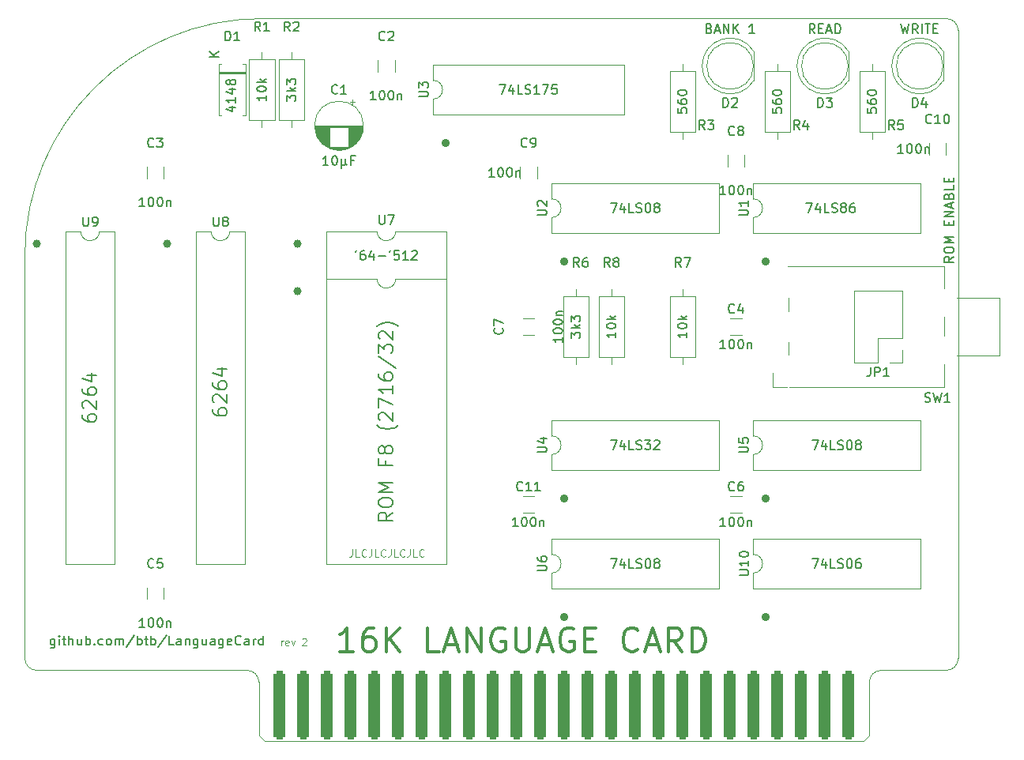
<source format=gto>
G04 #@! TF.GenerationSoftware,KiCad,Pcbnew,7.0.2-0*
G04 #@! TF.CreationDate,2023-09-02T14:44:00-07:00*
G04 #@! TF.ProjectId,LanguageCard,4c616e67-7561-4676-9543-6172642e6b69,2*
G04 #@! TF.SameCoordinates,Original*
G04 #@! TF.FileFunction,Legend,Top*
G04 #@! TF.FilePolarity,Positive*
%FSLAX46Y46*%
G04 Gerber Fmt 4.6, Leading zero omitted, Abs format (unit mm)*
G04 Created by KiCad (PCBNEW 7.0.2-0) date 2023-09-02 14:44:00*
%MOMM*%
%LPD*%
G01*
G04 APERTURE LIST*
G04 Aperture macros list*
%AMRoundRect*
0 Rectangle with rounded corners*
0 $1 Rounding radius*
0 $2 $3 $4 $5 $6 $7 $8 $9 X,Y pos of 4 corners*
0 Add a 4 corners polygon primitive as box body*
4,1,4,$2,$3,$4,$5,$6,$7,$8,$9,$2,$3,0*
0 Add four circle primitives for the rounded corners*
1,1,$1+$1,$2,$3*
1,1,$1+$1,$4,$5*
1,1,$1+$1,$6,$7*
1,1,$1+$1,$8,$9*
0 Add four rect primitives between the rounded corners*
20,1,$1+$1,$2,$3,$4,$5,0*
20,1,$1+$1,$4,$5,$6,$7,0*
20,1,$1+$1,$6,$7,$8,$9,0*
20,1,$1+$1,$8,$9,$2,$3,0*%
G04 Aperture macros list end*
%ADD10C,0.456000*%
%ADD11C,0.150000*%
%ADD12C,0.101600*%
%ADD13C,0.300000*%
%ADD14C,0.090000*%
%ADD15C,0.200000*%
%ADD16C,0.120000*%
%ADD17R,1.700000X1.700000*%
%ADD18O,1.700000X1.700000*%
%ADD19C,2.500000*%
%ADD20R,2.500000X2.500000*%
%ADD21C,1.600000*%
%ADD22O,1.600000X1.600000*%
%ADD23R,1.600000X1.600000*%
%ADD24R,1.800000X1.800000*%
%ADD25O,1.800000X1.800000*%
%ADD26C,1.800000*%
%ADD27RoundRect,0.317500X-0.317500X-3.365500X0.317500X-3.365500X0.317500X3.365500X-0.317500X3.365500X0*%
G04 #@! TA.AperFunction,Profile*
%ADD28C,0.100000*%
G04 #@! TD*
G04 APERTURE END LIST*
D10*
X136123000Y-76835000D02*
G75*
G03*
X136123000Y-76835000I-228000J0D01*
G01*
X107543000Y-49530000D02*
G75*
G03*
X107543000Y-49530000I-228000J0D01*
G01*
X79603000Y-49530000D02*
G75*
G03*
X79603000Y-49530000I-228000J0D01*
G01*
X136118000Y-51435000D02*
G75*
G03*
X136118000Y-51435000I-228000J0D01*
G01*
X123418000Y-38735000D02*
G75*
G03*
X123418000Y-38735000I-228000J0D01*
G01*
X157713000Y-76835000D02*
G75*
G03*
X157713000Y-76835000I-228000J0D01*
G01*
X157708000Y-51435000D02*
G75*
G03*
X157708000Y-51435000I-228000J0D01*
G01*
X93573000Y-49530000D02*
G75*
G03*
X93573000Y-49530000I-228000J0D01*
G01*
X107543000Y-54610000D02*
G75*
G03*
X107543000Y-54610000I-228000J0D01*
G01*
X157713000Y-89545000D02*
G75*
G03*
X157713000Y-89545000I-228000J0D01*
G01*
X136123000Y-89545000D02*
G75*
G03*
X136123000Y-89545000I-228000J0D01*
G01*
D11*
X81311666Y-91870952D02*
X81311666Y-92680476D01*
X81311666Y-92680476D02*
X81264047Y-92775714D01*
X81264047Y-92775714D02*
X81216428Y-92823333D01*
X81216428Y-92823333D02*
X81121190Y-92870952D01*
X81121190Y-92870952D02*
X80978333Y-92870952D01*
X80978333Y-92870952D02*
X80883095Y-92823333D01*
X81311666Y-92490000D02*
X81216428Y-92537619D01*
X81216428Y-92537619D02*
X81025952Y-92537619D01*
X81025952Y-92537619D02*
X80930714Y-92490000D01*
X80930714Y-92490000D02*
X80883095Y-92442380D01*
X80883095Y-92442380D02*
X80835476Y-92347142D01*
X80835476Y-92347142D02*
X80835476Y-92061428D01*
X80835476Y-92061428D02*
X80883095Y-91966190D01*
X80883095Y-91966190D02*
X80930714Y-91918571D01*
X80930714Y-91918571D02*
X81025952Y-91870952D01*
X81025952Y-91870952D02*
X81216428Y-91870952D01*
X81216428Y-91870952D02*
X81311666Y-91918571D01*
X81787857Y-92537619D02*
X81787857Y-91870952D01*
X81787857Y-91537619D02*
X81740238Y-91585238D01*
X81740238Y-91585238D02*
X81787857Y-91632857D01*
X81787857Y-91632857D02*
X81835476Y-91585238D01*
X81835476Y-91585238D02*
X81787857Y-91537619D01*
X81787857Y-91537619D02*
X81787857Y-91632857D01*
X82121190Y-91870952D02*
X82502142Y-91870952D01*
X82264047Y-91537619D02*
X82264047Y-92394761D01*
X82264047Y-92394761D02*
X82311666Y-92490000D01*
X82311666Y-92490000D02*
X82406904Y-92537619D01*
X82406904Y-92537619D02*
X82502142Y-92537619D01*
X82835476Y-92537619D02*
X82835476Y-91537619D01*
X83264047Y-92537619D02*
X83264047Y-92013809D01*
X83264047Y-92013809D02*
X83216428Y-91918571D01*
X83216428Y-91918571D02*
X83121190Y-91870952D01*
X83121190Y-91870952D02*
X82978333Y-91870952D01*
X82978333Y-91870952D02*
X82883095Y-91918571D01*
X82883095Y-91918571D02*
X82835476Y-91966190D01*
X84168809Y-91870952D02*
X84168809Y-92537619D01*
X83740238Y-91870952D02*
X83740238Y-92394761D01*
X83740238Y-92394761D02*
X83787857Y-92490000D01*
X83787857Y-92490000D02*
X83883095Y-92537619D01*
X83883095Y-92537619D02*
X84025952Y-92537619D01*
X84025952Y-92537619D02*
X84121190Y-92490000D01*
X84121190Y-92490000D02*
X84168809Y-92442380D01*
X84645000Y-92537619D02*
X84645000Y-91537619D01*
X84645000Y-91918571D02*
X84740238Y-91870952D01*
X84740238Y-91870952D02*
X84930714Y-91870952D01*
X84930714Y-91870952D02*
X85025952Y-91918571D01*
X85025952Y-91918571D02*
X85073571Y-91966190D01*
X85073571Y-91966190D02*
X85121190Y-92061428D01*
X85121190Y-92061428D02*
X85121190Y-92347142D01*
X85121190Y-92347142D02*
X85073571Y-92442380D01*
X85073571Y-92442380D02*
X85025952Y-92490000D01*
X85025952Y-92490000D02*
X84930714Y-92537619D01*
X84930714Y-92537619D02*
X84740238Y-92537619D01*
X84740238Y-92537619D02*
X84645000Y-92490000D01*
X85549762Y-92442380D02*
X85597381Y-92490000D01*
X85597381Y-92490000D02*
X85549762Y-92537619D01*
X85549762Y-92537619D02*
X85502143Y-92490000D01*
X85502143Y-92490000D02*
X85549762Y-92442380D01*
X85549762Y-92442380D02*
X85549762Y-92537619D01*
X86454523Y-92490000D02*
X86359285Y-92537619D01*
X86359285Y-92537619D02*
X86168809Y-92537619D01*
X86168809Y-92537619D02*
X86073571Y-92490000D01*
X86073571Y-92490000D02*
X86025952Y-92442380D01*
X86025952Y-92442380D02*
X85978333Y-92347142D01*
X85978333Y-92347142D02*
X85978333Y-92061428D01*
X85978333Y-92061428D02*
X86025952Y-91966190D01*
X86025952Y-91966190D02*
X86073571Y-91918571D01*
X86073571Y-91918571D02*
X86168809Y-91870952D01*
X86168809Y-91870952D02*
X86359285Y-91870952D01*
X86359285Y-91870952D02*
X86454523Y-91918571D01*
X87025952Y-92537619D02*
X86930714Y-92490000D01*
X86930714Y-92490000D02*
X86883095Y-92442380D01*
X86883095Y-92442380D02*
X86835476Y-92347142D01*
X86835476Y-92347142D02*
X86835476Y-92061428D01*
X86835476Y-92061428D02*
X86883095Y-91966190D01*
X86883095Y-91966190D02*
X86930714Y-91918571D01*
X86930714Y-91918571D02*
X87025952Y-91870952D01*
X87025952Y-91870952D02*
X87168809Y-91870952D01*
X87168809Y-91870952D02*
X87264047Y-91918571D01*
X87264047Y-91918571D02*
X87311666Y-91966190D01*
X87311666Y-91966190D02*
X87359285Y-92061428D01*
X87359285Y-92061428D02*
X87359285Y-92347142D01*
X87359285Y-92347142D02*
X87311666Y-92442380D01*
X87311666Y-92442380D02*
X87264047Y-92490000D01*
X87264047Y-92490000D02*
X87168809Y-92537619D01*
X87168809Y-92537619D02*
X87025952Y-92537619D01*
X87787857Y-92537619D02*
X87787857Y-91870952D01*
X87787857Y-91966190D02*
X87835476Y-91918571D01*
X87835476Y-91918571D02*
X87930714Y-91870952D01*
X87930714Y-91870952D02*
X88073571Y-91870952D01*
X88073571Y-91870952D02*
X88168809Y-91918571D01*
X88168809Y-91918571D02*
X88216428Y-92013809D01*
X88216428Y-92013809D02*
X88216428Y-92537619D01*
X88216428Y-92013809D02*
X88264047Y-91918571D01*
X88264047Y-91918571D02*
X88359285Y-91870952D01*
X88359285Y-91870952D02*
X88502142Y-91870952D01*
X88502142Y-91870952D02*
X88597381Y-91918571D01*
X88597381Y-91918571D02*
X88645000Y-92013809D01*
X88645000Y-92013809D02*
X88645000Y-92537619D01*
X89835475Y-91490000D02*
X88978333Y-92775714D01*
X90168809Y-92537619D02*
X90168809Y-91537619D01*
X90168809Y-91918571D02*
X90264047Y-91870952D01*
X90264047Y-91870952D02*
X90454523Y-91870952D01*
X90454523Y-91870952D02*
X90549761Y-91918571D01*
X90549761Y-91918571D02*
X90597380Y-91966190D01*
X90597380Y-91966190D02*
X90644999Y-92061428D01*
X90644999Y-92061428D02*
X90644999Y-92347142D01*
X90644999Y-92347142D02*
X90597380Y-92442380D01*
X90597380Y-92442380D02*
X90549761Y-92490000D01*
X90549761Y-92490000D02*
X90454523Y-92537619D01*
X90454523Y-92537619D02*
X90264047Y-92537619D01*
X90264047Y-92537619D02*
X90168809Y-92490000D01*
X90930714Y-91870952D02*
X91311666Y-91870952D01*
X91073571Y-91537619D02*
X91073571Y-92394761D01*
X91073571Y-92394761D02*
X91121190Y-92490000D01*
X91121190Y-92490000D02*
X91216428Y-92537619D01*
X91216428Y-92537619D02*
X91311666Y-92537619D01*
X91645000Y-92537619D02*
X91645000Y-91537619D01*
X91645000Y-91918571D02*
X91740238Y-91870952D01*
X91740238Y-91870952D02*
X91930714Y-91870952D01*
X91930714Y-91870952D02*
X92025952Y-91918571D01*
X92025952Y-91918571D02*
X92073571Y-91966190D01*
X92073571Y-91966190D02*
X92121190Y-92061428D01*
X92121190Y-92061428D02*
X92121190Y-92347142D01*
X92121190Y-92347142D02*
X92073571Y-92442380D01*
X92073571Y-92442380D02*
X92025952Y-92490000D01*
X92025952Y-92490000D02*
X91930714Y-92537619D01*
X91930714Y-92537619D02*
X91740238Y-92537619D01*
X91740238Y-92537619D02*
X91645000Y-92490000D01*
X93264047Y-91490000D02*
X92406905Y-92775714D01*
X94073571Y-92537619D02*
X93597381Y-92537619D01*
X93597381Y-92537619D02*
X93597381Y-91537619D01*
X94835476Y-92537619D02*
X94835476Y-92013809D01*
X94835476Y-92013809D02*
X94787857Y-91918571D01*
X94787857Y-91918571D02*
X94692619Y-91870952D01*
X94692619Y-91870952D02*
X94502143Y-91870952D01*
X94502143Y-91870952D02*
X94406905Y-91918571D01*
X94835476Y-92490000D02*
X94740238Y-92537619D01*
X94740238Y-92537619D02*
X94502143Y-92537619D01*
X94502143Y-92537619D02*
X94406905Y-92490000D01*
X94406905Y-92490000D02*
X94359286Y-92394761D01*
X94359286Y-92394761D02*
X94359286Y-92299523D01*
X94359286Y-92299523D02*
X94406905Y-92204285D01*
X94406905Y-92204285D02*
X94502143Y-92156666D01*
X94502143Y-92156666D02*
X94740238Y-92156666D01*
X94740238Y-92156666D02*
X94835476Y-92109047D01*
X95311667Y-91870952D02*
X95311667Y-92537619D01*
X95311667Y-91966190D02*
X95359286Y-91918571D01*
X95359286Y-91918571D02*
X95454524Y-91870952D01*
X95454524Y-91870952D02*
X95597381Y-91870952D01*
X95597381Y-91870952D02*
X95692619Y-91918571D01*
X95692619Y-91918571D02*
X95740238Y-92013809D01*
X95740238Y-92013809D02*
X95740238Y-92537619D01*
X96645000Y-91870952D02*
X96645000Y-92680476D01*
X96645000Y-92680476D02*
X96597381Y-92775714D01*
X96597381Y-92775714D02*
X96549762Y-92823333D01*
X96549762Y-92823333D02*
X96454524Y-92870952D01*
X96454524Y-92870952D02*
X96311667Y-92870952D01*
X96311667Y-92870952D02*
X96216429Y-92823333D01*
X96645000Y-92490000D02*
X96549762Y-92537619D01*
X96549762Y-92537619D02*
X96359286Y-92537619D01*
X96359286Y-92537619D02*
X96264048Y-92490000D01*
X96264048Y-92490000D02*
X96216429Y-92442380D01*
X96216429Y-92442380D02*
X96168810Y-92347142D01*
X96168810Y-92347142D02*
X96168810Y-92061428D01*
X96168810Y-92061428D02*
X96216429Y-91966190D01*
X96216429Y-91966190D02*
X96264048Y-91918571D01*
X96264048Y-91918571D02*
X96359286Y-91870952D01*
X96359286Y-91870952D02*
X96549762Y-91870952D01*
X96549762Y-91870952D02*
X96645000Y-91918571D01*
X97549762Y-91870952D02*
X97549762Y-92537619D01*
X97121191Y-91870952D02*
X97121191Y-92394761D01*
X97121191Y-92394761D02*
X97168810Y-92490000D01*
X97168810Y-92490000D02*
X97264048Y-92537619D01*
X97264048Y-92537619D02*
X97406905Y-92537619D01*
X97406905Y-92537619D02*
X97502143Y-92490000D01*
X97502143Y-92490000D02*
X97549762Y-92442380D01*
X98454524Y-92537619D02*
X98454524Y-92013809D01*
X98454524Y-92013809D02*
X98406905Y-91918571D01*
X98406905Y-91918571D02*
X98311667Y-91870952D01*
X98311667Y-91870952D02*
X98121191Y-91870952D01*
X98121191Y-91870952D02*
X98025953Y-91918571D01*
X98454524Y-92490000D02*
X98359286Y-92537619D01*
X98359286Y-92537619D02*
X98121191Y-92537619D01*
X98121191Y-92537619D02*
X98025953Y-92490000D01*
X98025953Y-92490000D02*
X97978334Y-92394761D01*
X97978334Y-92394761D02*
X97978334Y-92299523D01*
X97978334Y-92299523D02*
X98025953Y-92204285D01*
X98025953Y-92204285D02*
X98121191Y-92156666D01*
X98121191Y-92156666D02*
X98359286Y-92156666D01*
X98359286Y-92156666D02*
X98454524Y-92109047D01*
X99359286Y-91870952D02*
X99359286Y-92680476D01*
X99359286Y-92680476D02*
X99311667Y-92775714D01*
X99311667Y-92775714D02*
X99264048Y-92823333D01*
X99264048Y-92823333D02*
X99168810Y-92870952D01*
X99168810Y-92870952D02*
X99025953Y-92870952D01*
X99025953Y-92870952D02*
X98930715Y-92823333D01*
X99359286Y-92490000D02*
X99264048Y-92537619D01*
X99264048Y-92537619D02*
X99073572Y-92537619D01*
X99073572Y-92537619D02*
X98978334Y-92490000D01*
X98978334Y-92490000D02*
X98930715Y-92442380D01*
X98930715Y-92442380D02*
X98883096Y-92347142D01*
X98883096Y-92347142D02*
X98883096Y-92061428D01*
X98883096Y-92061428D02*
X98930715Y-91966190D01*
X98930715Y-91966190D02*
X98978334Y-91918571D01*
X98978334Y-91918571D02*
X99073572Y-91870952D01*
X99073572Y-91870952D02*
X99264048Y-91870952D01*
X99264048Y-91870952D02*
X99359286Y-91918571D01*
X100216429Y-92490000D02*
X100121191Y-92537619D01*
X100121191Y-92537619D02*
X99930715Y-92537619D01*
X99930715Y-92537619D02*
X99835477Y-92490000D01*
X99835477Y-92490000D02*
X99787858Y-92394761D01*
X99787858Y-92394761D02*
X99787858Y-92013809D01*
X99787858Y-92013809D02*
X99835477Y-91918571D01*
X99835477Y-91918571D02*
X99930715Y-91870952D01*
X99930715Y-91870952D02*
X100121191Y-91870952D01*
X100121191Y-91870952D02*
X100216429Y-91918571D01*
X100216429Y-91918571D02*
X100264048Y-92013809D01*
X100264048Y-92013809D02*
X100264048Y-92109047D01*
X100264048Y-92109047D02*
X99787858Y-92204285D01*
X101264048Y-92442380D02*
X101216429Y-92490000D01*
X101216429Y-92490000D02*
X101073572Y-92537619D01*
X101073572Y-92537619D02*
X100978334Y-92537619D01*
X100978334Y-92537619D02*
X100835477Y-92490000D01*
X100835477Y-92490000D02*
X100740239Y-92394761D01*
X100740239Y-92394761D02*
X100692620Y-92299523D01*
X100692620Y-92299523D02*
X100645001Y-92109047D01*
X100645001Y-92109047D02*
X100645001Y-91966190D01*
X100645001Y-91966190D02*
X100692620Y-91775714D01*
X100692620Y-91775714D02*
X100740239Y-91680476D01*
X100740239Y-91680476D02*
X100835477Y-91585238D01*
X100835477Y-91585238D02*
X100978334Y-91537619D01*
X100978334Y-91537619D02*
X101073572Y-91537619D01*
X101073572Y-91537619D02*
X101216429Y-91585238D01*
X101216429Y-91585238D02*
X101264048Y-91632857D01*
X102121191Y-92537619D02*
X102121191Y-92013809D01*
X102121191Y-92013809D02*
X102073572Y-91918571D01*
X102073572Y-91918571D02*
X101978334Y-91870952D01*
X101978334Y-91870952D02*
X101787858Y-91870952D01*
X101787858Y-91870952D02*
X101692620Y-91918571D01*
X102121191Y-92490000D02*
X102025953Y-92537619D01*
X102025953Y-92537619D02*
X101787858Y-92537619D01*
X101787858Y-92537619D02*
X101692620Y-92490000D01*
X101692620Y-92490000D02*
X101645001Y-92394761D01*
X101645001Y-92394761D02*
X101645001Y-92299523D01*
X101645001Y-92299523D02*
X101692620Y-92204285D01*
X101692620Y-92204285D02*
X101787858Y-92156666D01*
X101787858Y-92156666D02*
X102025953Y-92156666D01*
X102025953Y-92156666D02*
X102121191Y-92109047D01*
X102597382Y-92537619D02*
X102597382Y-91870952D01*
X102597382Y-92061428D02*
X102645001Y-91966190D01*
X102645001Y-91966190D02*
X102692620Y-91918571D01*
X102692620Y-91918571D02*
X102787858Y-91870952D01*
X102787858Y-91870952D02*
X102883096Y-91870952D01*
X103645001Y-92537619D02*
X103645001Y-91537619D01*
X103645001Y-92490000D02*
X103549763Y-92537619D01*
X103549763Y-92537619D02*
X103359287Y-92537619D01*
X103359287Y-92537619D02*
X103264049Y-92490000D01*
X103264049Y-92490000D02*
X103216430Y-92442380D01*
X103216430Y-92442380D02*
X103168811Y-92347142D01*
X103168811Y-92347142D02*
X103168811Y-92061428D01*
X103168811Y-92061428D02*
X103216430Y-91966190D01*
X103216430Y-91966190D02*
X103264049Y-91918571D01*
X103264049Y-91918571D02*
X103359287Y-91870952D01*
X103359287Y-91870952D02*
X103549763Y-91870952D01*
X103549763Y-91870952D02*
X103645001Y-91918571D01*
D12*
X105591428Y-92612083D02*
X105591428Y-92078683D01*
X105591428Y-92231083D02*
X105627714Y-92154883D01*
X105627714Y-92154883D02*
X105664000Y-92116783D01*
X105664000Y-92116783D02*
X105736571Y-92078683D01*
X105736571Y-92078683D02*
X105809142Y-92078683D01*
X106353428Y-92573983D02*
X106280856Y-92612083D01*
X106280856Y-92612083D02*
X106135714Y-92612083D01*
X106135714Y-92612083D02*
X106063142Y-92573983D01*
X106063142Y-92573983D02*
X106026856Y-92497783D01*
X106026856Y-92497783D02*
X106026856Y-92192983D01*
X106026856Y-92192983D02*
X106063142Y-92116783D01*
X106063142Y-92116783D02*
X106135714Y-92078683D01*
X106135714Y-92078683D02*
X106280856Y-92078683D01*
X106280856Y-92078683D02*
X106353428Y-92116783D01*
X106353428Y-92116783D02*
X106389714Y-92192983D01*
X106389714Y-92192983D02*
X106389714Y-92269183D01*
X106389714Y-92269183D02*
X106026856Y-92345383D01*
X106643714Y-92078683D02*
X106825142Y-92612083D01*
X106825142Y-92612083D02*
X107006571Y-92078683D01*
X107841141Y-91888183D02*
X107877427Y-91850083D01*
X107877427Y-91850083D02*
X107949999Y-91811983D01*
X107949999Y-91811983D02*
X108131427Y-91811983D01*
X108131427Y-91811983D02*
X108203999Y-91850083D01*
X108203999Y-91850083D02*
X108240284Y-91888183D01*
X108240284Y-91888183D02*
X108276570Y-91964383D01*
X108276570Y-91964383D02*
X108276570Y-92040583D01*
X108276570Y-92040583D02*
X108240284Y-92154883D01*
X108240284Y-92154883D02*
X107804856Y-92612083D01*
X107804856Y-92612083D02*
X108276570Y-92612083D01*
D13*
X113302143Y-93250052D02*
X111850714Y-93250052D01*
X112576428Y-93250052D02*
X112576428Y-90710052D01*
X112576428Y-90710052D02*
X112334524Y-91072909D01*
X112334524Y-91072909D02*
X112092619Y-91314814D01*
X112092619Y-91314814D02*
X111850714Y-91435766D01*
X115479286Y-90710052D02*
X114995476Y-90710052D01*
X114995476Y-90710052D02*
X114753572Y-90831004D01*
X114753572Y-90831004D02*
X114632619Y-90951957D01*
X114632619Y-90951957D02*
X114390714Y-91314814D01*
X114390714Y-91314814D02*
X114269762Y-91798623D01*
X114269762Y-91798623D02*
X114269762Y-92766242D01*
X114269762Y-92766242D02*
X114390714Y-93008147D01*
X114390714Y-93008147D02*
X114511667Y-93129100D01*
X114511667Y-93129100D02*
X114753572Y-93250052D01*
X114753572Y-93250052D02*
X115237381Y-93250052D01*
X115237381Y-93250052D02*
X115479286Y-93129100D01*
X115479286Y-93129100D02*
X115600238Y-93008147D01*
X115600238Y-93008147D02*
X115721191Y-92766242D01*
X115721191Y-92766242D02*
X115721191Y-92161480D01*
X115721191Y-92161480D02*
X115600238Y-91919576D01*
X115600238Y-91919576D02*
X115479286Y-91798623D01*
X115479286Y-91798623D02*
X115237381Y-91677671D01*
X115237381Y-91677671D02*
X114753572Y-91677671D01*
X114753572Y-91677671D02*
X114511667Y-91798623D01*
X114511667Y-91798623D02*
X114390714Y-91919576D01*
X114390714Y-91919576D02*
X114269762Y-92161480D01*
X116809762Y-93250052D02*
X116809762Y-90710052D01*
X118261191Y-93250052D02*
X117172620Y-91798623D01*
X118261191Y-90710052D02*
X116809762Y-92161480D01*
X122494524Y-93250052D02*
X121285000Y-93250052D01*
X121285000Y-93250052D02*
X121285000Y-90710052D01*
X123220238Y-92524338D02*
X124429762Y-92524338D01*
X122978333Y-93250052D02*
X123825000Y-90710052D01*
X123825000Y-90710052D02*
X124671667Y-93250052D01*
X125518333Y-93250052D02*
X125518333Y-90710052D01*
X125518333Y-90710052D02*
X126969762Y-93250052D01*
X126969762Y-93250052D02*
X126969762Y-90710052D01*
X129509762Y-90831004D02*
X129267857Y-90710052D01*
X129267857Y-90710052D02*
X128905000Y-90710052D01*
X128905000Y-90710052D02*
X128542143Y-90831004D01*
X128542143Y-90831004D02*
X128300238Y-91072909D01*
X128300238Y-91072909D02*
X128179285Y-91314814D01*
X128179285Y-91314814D02*
X128058333Y-91798623D01*
X128058333Y-91798623D02*
X128058333Y-92161480D01*
X128058333Y-92161480D02*
X128179285Y-92645290D01*
X128179285Y-92645290D02*
X128300238Y-92887195D01*
X128300238Y-92887195D02*
X128542143Y-93129100D01*
X128542143Y-93129100D02*
X128905000Y-93250052D01*
X128905000Y-93250052D02*
X129146904Y-93250052D01*
X129146904Y-93250052D02*
X129509762Y-93129100D01*
X129509762Y-93129100D02*
X129630714Y-93008147D01*
X129630714Y-93008147D02*
X129630714Y-92161480D01*
X129630714Y-92161480D02*
X129146904Y-92161480D01*
X130719285Y-90710052D02*
X130719285Y-92766242D01*
X130719285Y-92766242D02*
X130840238Y-93008147D01*
X130840238Y-93008147D02*
X130961190Y-93129100D01*
X130961190Y-93129100D02*
X131203095Y-93250052D01*
X131203095Y-93250052D02*
X131686904Y-93250052D01*
X131686904Y-93250052D02*
X131928809Y-93129100D01*
X131928809Y-93129100D02*
X132049762Y-93008147D01*
X132049762Y-93008147D02*
X132170714Y-92766242D01*
X132170714Y-92766242D02*
X132170714Y-90710052D01*
X133259285Y-92524338D02*
X134468809Y-92524338D01*
X133017380Y-93250052D02*
X133864047Y-90710052D01*
X133864047Y-90710052D02*
X134710714Y-93250052D01*
X136887857Y-90831004D02*
X136645952Y-90710052D01*
X136645952Y-90710052D02*
X136283095Y-90710052D01*
X136283095Y-90710052D02*
X135920238Y-90831004D01*
X135920238Y-90831004D02*
X135678333Y-91072909D01*
X135678333Y-91072909D02*
X135557380Y-91314814D01*
X135557380Y-91314814D02*
X135436428Y-91798623D01*
X135436428Y-91798623D02*
X135436428Y-92161480D01*
X135436428Y-92161480D02*
X135557380Y-92645290D01*
X135557380Y-92645290D02*
X135678333Y-92887195D01*
X135678333Y-92887195D02*
X135920238Y-93129100D01*
X135920238Y-93129100D02*
X136283095Y-93250052D01*
X136283095Y-93250052D02*
X136524999Y-93250052D01*
X136524999Y-93250052D02*
X136887857Y-93129100D01*
X136887857Y-93129100D02*
X137008809Y-93008147D01*
X137008809Y-93008147D02*
X137008809Y-92161480D01*
X137008809Y-92161480D02*
X136524999Y-92161480D01*
X138097380Y-91919576D02*
X138944047Y-91919576D01*
X139306904Y-93250052D02*
X138097380Y-93250052D01*
X138097380Y-93250052D02*
X138097380Y-90710052D01*
X138097380Y-90710052D02*
X139306904Y-90710052D01*
X143782142Y-93008147D02*
X143661190Y-93129100D01*
X143661190Y-93129100D02*
X143298332Y-93250052D01*
X143298332Y-93250052D02*
X143056428Y-93250052D01*
X143056428Y-93250052D02*
X142693571Y-93129100D01*
X142693571Y-93129100D02*
X142451666Y-92887195D01*
X142451666Y-92887195D02*
X142330713Y-92645290D01*
X142330713Y-92645290D02*
X142209761Y-92161480D01*
X142209761Y-92161480D02*
X142209761Y-91798623D01*
X142209761Y-91798623D02*
X142330713Y-91314814D01*
X142330713Y-91314814D02*
X142451666Y-91072909D01*
X142451666Y-91072909D02*
X142693571Y-90831004D01*
X142693571Y-90831004D02*
X143056428Y-90710052D01*
X143056428Y-90710052D02*
X143298332Y-90710052D01*
X143298332Y-90710052D02*
X143661190Y-90831004D01*
X143661190Y-90831004D02*
X143782142Y-90951957D01*
X144749761Y-92524338D02*
X145959285Y-92524338D01*
X144507856Y-93250052D02*
X145354523Y-90710052D01*
X145354523Y-90710052D02*
X146201190Y-93250052D01*
X148499285Y-93250052D02*
X147652618Y-92040528D01*
X147047856Y-93250052D02*
X147047856Y-90710052D01*
X147047856Y-90710052D02*
X148015475Y-90710052D01*
X148015475Y-90710052D02*
X148257380Y-90831004D01*
X148257380Y-90831004D02*
X148378333Y-90951957D01*
X148378333Y-90951957D02*
X148499285Y-91193861D01*
X148499285Y-91193861D02*
X148499285Y-91556719D01*
X148499285Y-91556719D02*
X148378333Y-91798623D01*
X148378333Y-91798623D02*
X148257380Y-91919576D01*
X148257380Y-91919576D02*
X148015475Y-92040528D01*
X148015475Y-92040528D02*
X147047856Y-92040528D01*
X149587856Y-93250052D02*
X149587856Y-90710052D01*
X149587856Y-90710052D02*
X150192618Y-90710052D01*
X150192618Y-90710052D02*
X150555475Y-90831004D01*
X150555475Y-90831004D02*
X150797380Y-91072909D01*
X150797380Y-91072909D02*
X150918333Y-91314814D01*
X150918333Y-91314814D02*
X151039285Y-91798623D01*
X151039285Y-91798623D02*
X151039285Y-92161480D01*
X151039285Y-92161480D02*
X150918333Y-92645290D01*
X150918333Y-92645290D02*
X150797380Y-92887195D01*
X150797380Y-92887195D02*
X150555475Y-93129100D01*
X150555475Y-93129100D02*
X150192618Y-93250052D01*
X150192618Y-93250052D02*
X149587856Y-93250052D01*
D14*
X113195047Y-82287095D02*
X113195047Y-82858523D01*
X113195047Y-82858523D02*
X113156952Y-82972809D01*
X113156952Y-82972809D02*
X113080761Y-83049000D01*
X113080761Y-83049000D02*
X112966476Y-83087095D01*
X112966476Y-83087095D02*
X112890285Y-83087095D01*
X113956952Y-83087095D02*
X113576000Y-83087095D01*
X113576000Y-83087095D02*
X113576000Y-82287095D01*
X114680762Y-83010904D02*
X114642666Y-83049000D01*
X114642666Y-83049000D02*
X114528381Y-83087095D01*
X114528381Y-83087095D02*
X114452190Y-83087095D01*
X114452190Y-83087095D02*
X114337904Y-83049000D01*
X114337904Y-83049000D02*
X114261714Y-82972809D01*
X114261714Y-82972809D02*
X114223619Y-82896619D01*
X114223619Y-82896619D02*
X114185523Y-82744238D01*
X114185523Y-82744238D02*
X114185523Y-82629952D01*
X114185523Y-82629952D02*
X114223619Y-82477571D01*
X114223619Y-82477571D02*
X114261714Y-82401380D01*
X114261714Y-82401380D02*
X114337904Y-82325190D01*
X114337904Y-82325190D02*
X114452190Y-82287095D01*
X114452190Y-82287095D02*
X114528381Y-82287095D01*
X114528381Y-82287095D02*
X114642666Y-82325190D01*
X114642666Y-82325190D02*
X114680762Y-82363285D01*
X115252190Y-82287095D02*
X115252190Y-82858523D01*
X115252190Y-82858523D02*
X115214095Y-82972809D01*
X115214095Y-82972809D02*
X115137904Y-83049000D01*
X115137904Y-83049000D02*
X115023619Y-83087095D01*
X115023619Y-83087095D02*
X114947428Y-83087095D01*
X116014095Y-83087095D02*
X115633143Y-83087095D01*
X115633143Y-83087095D02*
X115633143Y-82287095D01*
X116737905Y-83010904D02*
X116699809Y-83049000D01*
X116699809Y-83049000D02*
X116585524Y-83087095D01*
X116585524Y-83087095D02*
X116509333Y-83087095D01*
X116509333Y-83087095D02*
X116395047Y-83049000D01*
X116395047Y-83049000D02*
X116318857Y-82972809D01*
X116318857Y-82972809D02*
X116280762Y-82896619D01*
X116280762Y-82896619D02*
X116242666Y-82744238D01*
X116242666Y-82744238D02*
X116242666Y-82629952D01*
X116242666Y-82629952D02*
X116280762Y-82477571D01*
X116280762Y-82477571D02*
X116318857Y-82401380D01*
X116318857Y-82401380D02*
X116395047Y-82325190D01*
X116395047Y-82325190D02*
X116509333Y-82287095D01*
X116509333Y-82287095D02*
X116585524Y-82287095D01*
X116585524Y-82287095D02*
X116699809Y-82325190D01*
X116699809Y-82325190D02*
X116737905Y-82363285D01*
X117309333Y-82287095D02*
X117309333Y-82858523D01*
X117309333Y-82858523D02*
X117271238Y-82972809D01*
X117271238Y-82972809D02*
X117195047Y-83049000D01*
X117195047Y-83049000D02*
X117080762Y-83087095D01*
X117080762Y-83087095D02*
X117004571Y-83087095D01*
X118071238Y-83087095D02*
X117690286Y-83087095D01*
X117690286Y-83087095D02*
X117690286Y-82287095D01*
X118795048Y-83010904D02*
X118756952Y-83049000D01*
X118756952Y-83049000D02*
X118642667Y-83087095D01*
X118642667Y-83087095D02*
X118566476Y-83087095D01*
X118566476Y-83087095D02*
X118452190Y-83049000D01*
X118452190Y-83049000D02*
X118376000Y-82972809D01*
X118376000Y-82972809D02*
X118337905Y-82896619D01*
X118337905Y-82896619D02*
X118299809Y-82744238D01*
X118299809Y-82744238D02*
X118299809Y-82629952D01*
X118299809Y-82629952D02*
X118337905Y-82477571D01*
X118337905Y-82477571D02*
X118376000Y-82401380D01*
X118376000Y-82401380D02*
X118452190Y-82325190D01*
X118452190Y-82325190D02*
X118566476Y-82287095D01*
X118566476Y-82287095D02*
X118642667Y-82287095D01*
X118642667Y-82287095D02*
X118756952Y-82325190D01*
X118756952Y-82325190D02*
X118795048Y-82363285D01*
X119366476Y-82287095D02*
X119366476Y-82858523D01*
X119366476Y-82858523D02*
X119328381Y-82972809D01*
X119328381Y-82972809D02*
X119252190Y-83049000D01*
X119252190Y-83049000D02*
X119137905Y-83087095D01*
X119137905Y-83087095D02*
X119061714Y-83087095D01*
X120128381Y-83087095D02*
X119747429Y-83087095D01*
X119747429Y-83087095D02*
X119747429Y-82287095D01*
X120852191Y-83010904D02*
X120814095Y-83049000D01*
X120814095Y-83049000D02*
X120699810Y-83087095D01*
X120699810Y-83087095D02*
X120623619Y-83087095D01*
X120623619Y-83087095D02*
X120509333Y-83049000D01*
X120509333Y-83049000D02*
X120433143Y-82972809D01*
X120433143Y-82972809D02*
X120395048Y-82896619D01*
X120395048Y-82896619D02*
X120356952Y-82744238D01*
X120356952Y-82744238D02*
X120356952Y-82629952D01*
X120356952Y-82629952D02*
X120395048Y-82477571D01*
X120395048Y-82477571D02*
X120433143Y-82401380D01*
X120433143Y-82401380D02*
X120509333Y-82325190D01*
X120509333Y-82325190D02*
X120623619Y-82287095D01*
X120623619Y-82287095D02*
X120699810Y-82287095D01*
X120699810Y-82287095D02*
X120814095Y-82325190D01*
X120814095Y-82325190D02*
X120852191Y-82363285D01*
D11*
X168711666Y-62752619D02*
X168711666Y-63466904D01*
X168711666Y-63466904D02*
X168664047Y-63609761D01*
X168664047Y-63609761D02*
X168568809Y-63705000D01*
X168568809Y-63705000D02*
X168425952Y-63752619D01*
X168425952Y-63752619D02*
X168330714Y-63752619D01*
X169187857Y-63752619D02*
X169187857Y-62752619D01*
X169187857Y-62752619D02*
X169568809Y-62752619D01*
X169568809Y-62752619D02*
X169664047Y-62800238D01*
X169664047Y-62800238D02*
X169711666Y-62847857D01*
X169711666Y-62847857D02*
X169759285Y-62943095D01*
X169759285Y-62943095D02*
X169759285Y-63085952D01*
X169759285Y-63085952D02*
X169711666Y-63181190D01*
X169711666Y-63181190D02*
X169664047Y-63228809D01*
X169664047Y-63228809D02*
X169568809Y-63276428D01*
X169568809Y-63276428D02*
X169187857Y-63276428D01*
X170711666Y-63752619D02*
X170140238Y-63752619D01*
X170425952Y-63752619D02*
X170425952Y-62752619D01*
X170425952Y-62752619D02*
X170330714Y-62895476D01*
X170330714Y-62895476D02*
X170235476Y-62990714D01*
X170235476Y-62990714D02*
X170140238Y-63038333D01*
X174561667Y-66455000D02*
X174704524Y-66502619D01*
X174704524Y-66502619D02*
X174942619Y-66502619D01*
X174942619Y-66502619D02*
X175037857Y-66455000D01*
X175037857Y-66455000D02*
X175085476Y-66407380D01*
X175085476Y-66407380D02*
X175133095Y-66312142D01*
X175133095Y-66312142D02*
X175133095Y-66216904D01*
X175133095Y-66216904D02*
X175085476Y-66121666D01*
X175085476Y-66121666D02*
X175037857Y-66074047D01*
X175037857Y-66074047D02*
X174942619Y-66026428D01*
X174942619Y-66026428D02*
X174752143Y-65978809D01*
X174752143Y-65978809D02*
X174656905Y-65931190D01*
X174656905Y-65931190D02*
X174609286Y-65883571D01*
X174609286Y-65883571D02*
X174561667Y-65788333D01*
X174561667Y-65788333D02*
X174561667Y-65693095D01*
X174561667Y-65693095D02*
X174609286Y-65597857D01*
X174609286Y-65597857D02*
X174656905Y-65550238D01*
X174656905Y-65550238D02*
X174752143Y-65502619D01*
X174752143Y-65502619D02*
X174990238Y-65502619D01*
X174990238Y-65502619D02*
X175133095Y-65550238D01*
X175466429Y-65502619D02*
X175704524Y-66502619D01*
X175704524Y-66502619D02*
X175895000Y-65788333D01*
X175895000Y-65788333D02*
X176085476Y-66502619D01*
X176085476Y-66502619D02*
X176323572Y-65502619D01*
X177228333Y-66502619D02*
X176656905Y-66502619D01*
X176942619Y-66502619D02*
X176942619Y-65502619D01*
X176942619Y-65502619D02*
X176847381Y-65645476D01*
X176847381Y-65645476D02*
X176752143Y-65740714D01*
X176752143Y-65740714D02*
X176656905Y-65788333D01*
X177627619Y-50918571D02*
X177151428Y-51251904D01*
X177627619Y-51489999D02*
X176627619Y-51489999D01*
X176627619Y-51489999D02*
X176627619Y-51109047D01*
X176627619Y-51109047D02*
X176675238Y-51013809D01*
X176675238Y-51013809D02*
X176722857Y-50966190D01*
X176722857Y-50966190D02*
X176818095Y-50918571D01*
X176818095Y-50918571D02*
X176960952Y-50918571D01*
X176960952Y-50918571D02*
X177056190Y-50966190D01*
X177056190Y-50966190D02*
X177103809Y-51013809D01*
X177103809Y-51013809D02*
X177151428Y-51109047D01*
X177151428Y-51109047D02*
X177151428Y-51489999D01*
X176627619Y-50299523D02*
X176627619Y-50109047D01*
X176627619Y-50109047D02*
X176675238Y-50013809D01*
X176675238Y-50013809D02*
X176770476Y-49918571D01*
X176770476Y-49918571D02*
X176960952Y-49870952D01*
X176960952Y-49870952D02*
X177294285Y-49870952D01*
X177294285Y-49870952D02*
X177484761Y-49918571D01*
X177484761Y-49918571D02*
X177580000Y-50013809D01*
X177580000Y-50013809D02*
X177627619Y-50109047D01*
X177627619Y-50109047D02*
X177627619Y-50299523D01*
X177627619Y-50299523D02*
X177580000Y-50394761D01*
X177580000Y-50394761D02*
X177484761Y-50489999D01*
X177484761Y-50489999D02*
X177294285Y-50537618D01*
X177294285Y-50537618D02*
X176960952Y-50537618D01*
X176960952Y-50537618D02*
X176770476Y-50489999D01*
X176770476Y-50489999D02*
X176675238Y-50394761D01*
X176675238Y-50394761D02*
X176627619Y-50299523D01*
X177627619Y-49442380D02*
X176627619Y-49442380D01*
X176627619Y-49442380D02*
X177341904Y-49109047D01*
X177341904Y-49109047D02*
X176627619Y-48775714D01*
X176627619Y-48775714D02*
X177627619Y-48775714D01*
X177103809Y-47537618D02*
X177103809Y-47204285D01*
X177627619Y-47061428D02*
X177627619Y-47537618D01*
X177627619Y-47537618D02*
X176627619Y-47537618D01*
X176627619Y-47537618D02*
X176627619Y-47061428D01*
X177627619Y-46632856D02*
X176627619Y-46632856D01*
X176627619Y-46632856D02*
X177627619Y-46061428D01*
X177627619Y-46061428D02*
X176627619Y-46061428D01*
X177341904Y-45632856D02*
X177341904Y-45156666D01*
X177627619Y-45728094D02*
X176627619Y-45394761D01*
X176627619Y-45394761D02*
X177627619Y-45061428D01*
X177103809Y-44394761D02*
X177151428Y-44251904D01*
X177151428Y-44251904D02*
X177199047Y-44204285D01*
X177199047Y-44204285D02*
X177294285Y-44156666D01*
X177294285Y-44156666D02*
X177437142Y-44156666D01*
X177437142Y-44156666D02*
X177532380Y-44204285D01*
X177532380Y-44204285D02*
X177580000Y-44251904D01*
X177580000Y-44251904D02*
X177627619Y-44347142D01*
X177627619Y-44347142D02*
X177627619Y-44728094D01*
X177627619Y-44728094D02*
X176627619Y-44728094D01*
X176627619Y-44728094D02*
X176627619Y-44394761D01*
X176627619Y-44394761D02*
X176675238Y-44299523D01*
X176675238Y-44299523D02*
X176722857Y-44251904D01*
X176722857Y-44251904D02*
X176818095Y-44204285D01*
X176818095Y-44204285D02*
X176913333Y-44204285D01*
X176913333Y-44204285D02*
X177008571Y-44251904D01*
X177008571Y-44251904D02*
X177056190Y-44299523D01*
X177056190Y-44299523D02*
X177103809Y-44394761D01*
X177103809Y-44394761D02*
X177103809Y-44728094D01*
X177627619Y-43251904D02*
X177627619Y-43728094D01*
X177627619Y-43728094D02*
X176627619Y-43728094D01*
X177103809Y-42918570D02*
X177103809Y-42585237D01*
X177627619Y-42442380D02*
X177627619Y-42918570D01*
X177627619Y-42918570D02*
X176627619Y-42918570D01*
X176627619Y-42918570D02*
X176627619Y-42442380D01*
X140803333Y-52024619D02*
X140470000Y-51548428D01*
X140231905Y-52024619D02*
X140231905Y-51024619D01*
X140231905Y-51024619D02*
X140612857Y-51024619D01*
X140612857Y-51024619D02*
X140708095Y-51072238D01*
X140708095Y-51072238D02*
X140755714Y-51119857D01*
X140755714Y-51119857D02*
X140803333Y-51215095D01*
X140803333Y-51215095D02*
X140803333Y-51357952D01*
X140803333Y-51357952D02*
X140755714Y-51453190D01*
X140755714Y-51453190D02*
X140708095Y-51500809D01*
X140708095Y-51500809D02*
X140612857Y-51548428D01*
X140612857Y-51548428D02*
X140231905Y-51548428D01*
X141374762Y-51453190D02*
X141279524Y-51405571D01*
X141279524Y-51405571D02*
X141231905Y-51357952D01*
X141231905Y-51357952D02*
X141184286Y-51262714D01*
X141184286Y-51262714D02*
X141184286Y-51215095D01*
X141184286Y-51215095D02*
X141231905Y-51119857D01*
X141231905Y-51119857D02*
X141279524Y-51072238D01*
X141279524Y-51072238D02*
X141374762Y-51024619D01*
X141374762Y-51024619D02*
X141565238Y-51024619D01*
X141565238Y-51024619D02*
X141660476Y-51072238D01*
X141660476Y-51072238D02*
X141708095Y-51119857D01*
X141708095Y-51119857D02*
X141755714Y-51215095D01*
X141755714Y-51215095D02*
X141755714Y-51262714D01*
X141755714Y-51262714D02*
X141708095Y-51357952D01*
X141708095Y-51357952D02*
X141660476Y-51405571D01*
X141660476Y-51405571D02*
X141565238Y-51453190D01*
X141565238Y-51453190D02*
X141374762Y-51453190D01*
X141374762Y-51453190D02*
X141279524Y-51500809D01*
X141279524Y-51500809D02*
X141231905Y-51548428D01*
X141231905Y-51548428D02*
X141184286Y-51643666D01*
X141184286Y-51643666D02*
X141184286Y-51834142D01*
X141184286Y-51834142D02*
X141231905Y-51929380D01*
X141231905Y-51929380D02*
X141279524Y-51977000D01*
X141279524Y-51977000D02*
X141374762Y-52024619D01*
X141374762Y-52024619D02*
X141565238Y-52024619D01*
X141565238Y-52024619D02*
X141660476Y-51977000D01*
X141660476Y-51977000D02*
X141708095Y-51929380D01*
X141708095Y-51929380D02*
X141755714Y-51834142D01*
X141755714Y-51834142D02*
X141755714Y-51643666D01*
X141755714Y-51643666D02*
X141708095Y-51548428D01*
X141708095Y-51548428D02*
X141660476Y-51500809D01*
X141660476Y-51500809D02*
X141565238Y-51453190D01*
X141432619Y-59015238D02*
X141432619Y-59586666D01*
X141432619Y-59300952D02*
X140432619Y-59300952D01*
X140432619Y-59300952D02*
X140575476Y-59396190D01*
X140575476Y-59396190D02*
X140670714Y-59491428D01*
X140670714Y-59491428D02*
X140718333Y-59586666D01*
X140432619Y-58396190D02*
X140432619Y-58300952D01*
X140432619Y-58300952D02*
X140480238Y-58205714D01*
X140480238Y-58205714D02*
X140527857Y-58158095D01*
X140527857Y-58158095D02*
X140623095Y-58110476D01*
X140623095Y-58110476D02*
X140813571Y-58062857D01*
X140813571Y-58062857D02*
X141051666Y-58062857D01*
X141051666Y-58062857D02*
X141242142Y-58110476D01*
X141242142Y-58110476D02*
X141337380Y-58158095D01*
X141337380Y-58158095D02*
X141385000Y-58205714D01*
X141385000Y-58205714D02*
X141432619Y-58300952D01*
X141432619Y-58300952D02*
X141432619Y-58396190D01*
X141432619Y-58396190D02*
X141385000Y-58491428D01*
X141385000Y-58491428D02*
X141337380Y-58539047D01*
X141337380Y-58539047D02*
X141242142Y-58586666D01*
X141242142Y-58586666D02*
X141051666Y-58634285D01*
X141051666Y-58634285D02*
X140813571Y-58634285D01*
X140813571Y-58634285D02*
X140623095Y-58586666D01*
X140623095Y-58586666D02*
X140527857Y-58539047D01*
X140527857Y-58539047D02*
X140480238Y-58491428D01*
X140480238Y-58491428D02*
X140432619Y-58396190D01*
X141432619Y-57634285D02*
X140432619Y-57634285D01*
X141051666Y-57539047D02*
X141432619Y-57253333D01*
X140765952Y-57253333D02*
X141146904Y-57634285D01*
X98298095Y-46662619D02*
X98298095Y-47472142D01*
X98298095Y-47472142D02*
X98345714Y-47567380D01*
X98345714Y-47567380D02*
X98393333Y-47615000D01*
X98393333Y-47615000D02*
X98488571Y-47662619D01*
X98488571Y-47662619D02*
X98679047Y-47662619D01*
X98679047Y-47662619D02*
X98774285Y-47615000D01*
X98774285Y-47615000D02*
X98821904Y-47567380D01*
X98821904Y-47567380D02*
X98869523Y-47472142D01*
X98869523Y-47472142D02*
X98869523Y-46662619D01*
X99488571Y-47091190D02*
X99393333Y-47043571D01*
X99393333Y-47043571D02*
X99345714Y-46995952D01*
X99345714Y-46995952D02*
X99298095Y-46900714D01*
X99298095Y-46900714D02*
X99298095Y-46853095D01*
X99298095Y-46853095D02*
X99345714Y-46757857D01*
X99345714Y-46757857D02*
X99393333Y-46710238D01*
X99393333Y-46710238D02*
X99488571Y-46662619D01*
X99488571Y-46662619D02*
X99679047Y-46662619D01*
X99679047Y-46662619D02*
X99774285Y-46710238D01*
X99774285Y-46710238D02*
X99821904Y-46757857D01*
X99821904Y-46757857D02*
X99869523Y-46853095D01*
X99869523Y-46853095D02*
X99869523Y-46900714D01*
X99869523Y-46900714D02*
X99821904Y-46995952D01*
X99821904Y-46995952D02*
X99774285Y-47043571D01*
X99774285Y-47043571D02*
X99679047Y-47091190D01*
X99679047Y-47091190D02*
X99488571Y-47091190D01*
X99488571Y-47091190D02*
X99393333Y-47138809D01*
X99393333Y-47138809D02*
X99345714Y-47186428D01*
X99345714Y-47186428D02*
X99298095Y-47281666D01*
X99298095Y-47281666D02*
X99298095Y-47472142D01*
X99298095Y-47472142D02*
X99345714Y-47567380D01*
X99345714Y-47567380D02*
X99393333Y-47615000D01*
X99393333Y-47615000D02*
X99488571Y-47662619D01*
X99488571Y-47662619D02*
X99679047Y-47662619D01*
X99679047Y-47662619D02*
X99774285Y-47615000D01*
X99774285Y-47615000D02*
X99821904Y-47567380D01*
X99821904Y-47567380D02*
X99869523Y-47472142D01*
X99869523Y-47472142D02*
X99869523Y-47281666D01*
X99869523Y-47281666D02*
X99821904Y-47186428D01*
X99821904Y-47186428D02*
X99774285Y-47138809D01*
X99774285Y-47138809D02*
X99679047Y-47091190D01*
D15*
X98253928Y-67262142D02*
X98253928Y-67547856D01*
X98253928Y-67547856D02*
X98325357Y-67690713D01*
X98325357Y-67690713D02*
X98396785Y-67762142D01*
X98396785Y-67762142D02*
X98611071Y-67904999D01*
X98611071Y-67904999D02*
X98896785Y-67976427D01*
X98896785Y-67976427D02*
X99468214Y-67976427D01*
X99468214Y-67976427D02*
X99611071Y-67904999D01*
X99611071Y-67904999D02*
X99682500Y-67833570D01*
X99682500Y-67833570D02*
X99753928Y-67690713D01*
X99753928Y-67690713D02*
X99753928Y-67404999D01*
X99753928Y-67404999D02*
X99682500Y-67262142D01*
X99682500Y-67262142D02*
X99611071Y-67190713D01*
X99611071Y-67190713D02*
X99468214Y-67119284D01*
X99468214Y-67119284D02*
X99111071Y-67119284D01*
X99111071Y-67119284D02*
X98968214Y-67190713D01*
X98968214Y-67190713D02*
X98896785Y-67262142D01*
X98896785Y-67262142D02*
X98825357Y-67404999D01*
X98825357Y-67404999D02*
X98825357Y-67690713D01*
X98825357Y-67690713D02*
X98896785Y-67833570D01*
X98896785Y-67833570D02*
X98968214Y-67904999D01*
X98968214Y-67904999D02*
X99111071Y-67976427D01*
X98396785Y-66547856D02*
X98325357Y-66476428D01*
X98325357Y-66476428D02*
X98253928Y-66333571D01*
X98253928Y-66333571D02*
X98253928Y-65976428D01*
X98253928Y-65976428D02*
X98325357Y-65833571D01*
X98325357Y-65833571D02*
X98396785Y-65762142D01*
X98396785Y-65762142D02*
X98539642Y-65690713D01*
X98539642Y-65690713D02*
X98682500Y-65690713D01*
X98682500Y-65690713D02*
X98896785Y-65762142D01*
X98896785Y-65762142D02*
X99753928Y-66619285D01*
X99753928Y-66619285D02*
X99753928Y-65690713D01*
X98253928Y-64405000D02*
X98253928Y-64690714D01*
X98253928Y-64690714D02*
X98325357Y-64833571D01*
X98325357Y-64833571D02*
X98396785Y-64905000D01*
X98396785Y-64905000D02*
X98611071Y-65047857D01*
X98611071Y-65047857D02*
X98896785Y-65119285D01*
X98896785Y-65119285D02*
X99468214Y-65119285D01*
X99468214Y-65119285D02*
X99611071Y-65047857D01*
X99611071Y-65047857D02*
X99682500Y-64976428D01*
X99682500Y-64976428D02*
X99753928Y-64833571D01*
X99753928Y-64833571D02*
X99753928Y-64547857D01*
X99753928Y-64547857D02*
X99682500Y-64405000D01*
X99682500Y-64405000D02*
X99611071Y-64333571D01*
X99611071Y-64333571D02*
X99468214Y-64262142D01*
X99468214Y-64262142D02*
X99111071Y-64262142D01*
X99111071Y-64262142D02*
X98968214Y-64333571D01*
X98968214Y-64333571D02*
X98896785Y-64405000D01*
X98896785Y-64405000D02*
X98825357Y-64547857D01*
X98825357Y-64547857D02*
X98825357Y-64833571D01*
X98825357Y-64833571D02*
X98896785Y-64976428D01*
X98896785Y-64976428D02*
X98968214Y-65047857D01*
X98968214Y-65047857D02*
X99111071Y-65119285D01*
X98753928Y-62976429D02*
X99753928Y-62976429D01*
X98182500Y-63333571D02*
X99253928Y-63690714D01*
X99253928Y-63690714D02*
X99253928Y-62762143D01*
D11*
X161123333Y-37292619D02*
X160790000Y-36816428D01*
X160551905Y-37292619D02*
X160551905Y-36292619D01*
X160551905Y-36292619D02*
X160932857Y-36292619D01*
X160932857Y-36292619D02*
X161028095Y-36340238D01*
X161028095Y-36340238D02*
X161075714Y-36387857D01*
X161075714Y-36387857D02*
X161123333Y-36483095D01*
X161123333Y-36483095D02*
X161123333Y-36625952D01*
X161123333Y-36625952D02*
X161075714Y-36721190D01*
X161075714Y-36721190D02*
X161028095Y-36768809D01*
X161028095Y-36768809D02*
X160932857Y-36816428D01*
X160932857Y-36816428D02*
X160551905Y-36816428D01*
X161980476Y-36625952D02*
X161980476Y-37292619D01*
X161742381Y-36245000D02*
X161504286Y-36959285D01*
X161504286Y-36959285D02*
X162123333Y-36959285D01*
X158212619Y-35004285D02*
X158212619Y-35480475D01*
X158212619Y-35480475D02*
X158688809Y-35528094D01*
X158688809Y-35528094D02*
X158641190Y-35480475D01*
X158641190Y-35480475D02*
X158593571Y-35385237D01*
X158593571Y-35385237D02*
X158593571Y-35147142D01*
X158593571Y-35147142D02*
X158641190Y-35051904D01*
X158641190Y-35051904D02*
X158688809Y-35004285D01*
X158688809Y-35004285D02*
X158784047Y-34956666D01*
X158784047Y-34956666D02*
X159022142Y-34956666D01*
X159022142Y-34956666D02*
X159117380Y-35004285D01*
X159117380Y-35004285D02*
X159165000Y-35051904D01*
X159165000Y-35051904D02*
X159212619Y-35147142D01*
X159212619Y-35147142D02*
X159212619Y-35385237D01*
X159212619Y-35385237D02*
X159165000Y-35480475D01*
X159165000Y-35480475D02*
X159117380Y-35528094D01*
X158212619Y-34099523D02*
X158212619Y-34289999D01*
X158212619Y-34289999D02*
X158260238Y-34385237D01*
X158260238Y-34385237D02*
X158307857Y-34432856D01*
X158307857Y-34432856D02*
X158450714Y-34528094D01*
X158450714Y-34528094D02*
X158641190Y-34575713D01*
X158641190Y-34575713D02*
X159022142Y-34575713D01*
X159022142Y-34575713D02*
X159117380Y-34528094D01*
X159117380Y-34528094D02*
X159165000Y-34480475D01*
X159165000Y-34480475D02*
X159212619Y-34385237D01*
X159212619Y-34385237D02*
X159212619Y-34194761D01*
X159212619Y-34194761D02*
X159165000Y-34099523D01*
X159165000Y-34099523D02*
X159117380Y-34051904D01*
X159117380Y-34051904D02*
X159022142Y-34004285D01*
X159022142Y-34004285D02*
X158784047Y-34004285D01*
X158784047Y-34004285D02*
X158688809Y-34051904D01*
X158688809Y-34051904D02*
X158641190Y-34099523D01*
X158641190Y-34099523D02*
X158593571Y-34194761D01*
X158593571Y-34194761D02*
X158593571Y-34385237D01*
X158593571Y-34385237D02*
X158641190Y-34480475D01*
X158641190Y-34480475D02*
X158688809Y-34528094D01*
X158688809Y-34528094D02*
X158784047Y-34575713D01*
X158212619Y-33385237D02*
X158212619Y-33289999D01*
X158212619Y-33289999D02*
X158260238Y-33194761D01*
X158260238Y-33194761D02*
X158307857Y-33147142D01*
X158307857Y-33147142D02*
X158403095Y-33099523D01*
X158403095Y-33099523D02*
X158593571Y-33051904D01*
X158593571Y-33051904D02*
X158831666Y-33051904D01*
X158831666Y-33051904D02*
X159022142Y-33099523D01*
X159022142Y-33099523D02*
X159117380Y-33147142D01*
X159117380Y-33147142D02*
X159165000Y-33194761D01*
X159165000Y-33194761D02*
X159212619Y-33289999D01*
X159212619Y-33289999D02*
X159212619Y-33385237D01*
X159212619Y-33385237D02*
X159165000Y-33480475D01*
X159165000Y-33480475D02*
X159117380Y-33528094D01*
X159117380Y-33528094D02*
X159022142Y-33575713D01*
X159022142Y-33575713D02*
X158831666Y-33623332D01*
X158831666Y-33623332D02*
X158593571Y-33623332D01*
X158593571Y-33623332D02*
X158403095Y-33575713D01*
X158403095Y-33575713D02*
X158307857Y-33528094D01*
X158307857Y-33528094D02*
X158260238Y-33480475D01*
X158260238Y-33480475D02*
X158212619Y-33385237D01*
X171283333Y-37292619D02*
X170950000Y-36816428D01*
X170711905Y-37292619D02*
X170711905Y-36292619D01*
X170711905Y-36292619D02*
X171092857Y-36292619D01*
X171092857Y-36292619D02*
X171188095Y-36340238D01*
X171188095Y-36340238D02*
X171235714Y-36387857D01*
X171235714Y-36387857D02*
X171283333Y-36483095D01*
X171283333Y-36483095D02*
X171283333Y-36625952D01*
X171283333Y-36625952D02*
X171235714Y-36721190D01*
X171235714Y-36721190D02*
X171188095Y-36768809D01*
X171188095Y-36768809D02*
X171092857Y-36816428D01*
X171092857Y-36816428D02*
X170711905Y-36816428D01*
X172188095Y-36292619D02*
X171711905Y-36292619D01*
X171711905Y-36292619D02*
X171664286Y-36768809D01*
X171664286Y-36768809D02*
X171711905Y-36721190D01*
X171711905Y-36721190D02*
X171807143Y-36673571D01*
X171807143Y-36673571D02*
X172045238Y-36673571D01*
X172045238Y-36673571D02*
X172140476Y-36721190D01*
X172140476Y-36721190D02*
X172188095Y-36768809D01*
X172188095Y-36768809D02*
X172235714Y-36864047D01*
X172235714Y-36864047D02*
X172235714Y-37102142D01*
X172235714Y-37102142D02*
X172188095Y-37197380D01*
X172188095Y-37197380D02*
X172140476Y-37245000D01*
X172140476Y-37245000D02*
X172045238Y-37292619D01*
X172045238Y-37292619D02*
X171807143Y-37292619D01*
X171807143Y-37292619D02*
X171711905Y-37245000D01*
X171711905Y-37245000D02*
X171664286Y-37197380D01*
X168372619Y-35004285D02*
X168372619Y-35480475D01*
X168372619Y-35480475D02*
X168848809Y-35528094D01*
X168848809Y-35528094D02*
X168801190Y-35480475D01*
X168801190Y-35480475D02*
X168753571Y-35385237D01*
X168753571Y-35385237D02*
X168753571Y-35147142D01*
X168753571Y-35147142D02*
X168801190Y-35051904D01*
X168801190Y-35051904D02*
X168848809Y-35004285D01*
X168848809Y-35004285D02*
X168944047Y-34956666D01*
X168944047Y-34956666D02*
X169182142Y-34956666D01*
X169182142Y-34956666D02*
X169277380Y-35004285D01*
X169277380Y-35004285D02*
X169325000Y-35051904D01*
X169325000Y-35051904D02*
X169372619Y-35147142D01*
X169372619Y-35147142D02*
X169372619Y-35385237D01*
X169372619Y-35385237D02*
X169325000Y-35480475D01*
X169325000Y-35480475D02*
X169277380Y-35528094D01*
X168372619Y-34099523D02*
X168372619Y-34289999D01*
X168372619Y-34289999D02*
X168420238Y-34385237D01*
X168420238Y-34385237D02*
X168467857Y-34432856D01*
X168467857Y-34432856D02*
X168610714Y-34528094D01*
X168610714Y-34528094D02*
X168801190Y-34575713D01*
X168801190Y-34575713D02*
X169182142Y-34575713D01*
X169182142Y-34575713D02*
X169277380Y-34528094D01*
X169277380Y-34528094D02*
X169325000Y-34480475D01*
X169325000Y-34480475D02*
X169372619Y-34385237D01*
X169372619Y-34385237D02*
X169372619Y-34194761D01*
X169372619Y-34194761D02*
X169325000Y-34099523D01*
X169325000Y-34099523D02*
X169277380Y-34051904D01*
X169277380Y-34051904D02*
X169182142Y-34004285D01*
X169182142Y-34004285D02*
X168944047Y-34004285D01*
X168944047Y-34004285D02*
X168848809Y-34051904D01*
X168848809Y-34051904D02*
X168801190Y-34099523D01*
X168801190Y-34099523D02*
X168753571Y-34194761D01*
X168753571Y-34194761D02*
X168753571Y-34385237D01*
X168753571Y-34385237D02*
X168801190Y-34480475D01*
X168801190Y-34480475D02*
X168848809Y-34528094D01*
X168848809Y-34528094D02*
X168944047Y-34575713D01*
X168372619Y-33385237D02*
X168372619Y-33289999D01*
X168372619Y-33289999D02*
X168420238Y-33194761D01*
X168420238Y-33194761D02*
X168467857Y-33147142D01*
X168467857Y-33147142D02*
X168563095Y-33099523D01*
X168563095Y-33099523D02*
X168753571Y-33051904D01*
X168753571Y-33051904D02*
X168991666Y-33051904D01*
X168991666Y-33051904D02*
X169182142Y-33099523D01*
X169182142Y-33099523D02*
X169277380Y-33147142D01*
X169277380Y-33147142D02*
X169325000Y-33194761D01*
X169325000Y-33194761D02*
X169372619Y-33289999D01*
X169372619Y-33289999D02*
X169372619Y-33385237D01*
X169372619Y-33385237D02*
X169325000Y-33480475D01*
X169325000Y-33480475D02*
X169277380Y-33528094D01*
X169277380Y-33528094D02*
X169182142Y-33575713D01*
X169182142Y-33575713D02*
X168991666Y-33623332D01*
X168991666Y-33623332D02*
X168753571Y-33623332D01*
X168753571Y-33623332D02*
X168563095Y-33575713D01*
X168563095Y-33575713D02*
X168467857Y-33528094D01*
X168467857Y-33528094D02*
X168420238Y-33480475D01*
X168420238Y-33480475D02*
X168372619Y-33385237D01*
X137501333Y-52024619D02*
X137168000Y-51548428D01*
X136929905Y-52024619D02*
X136929905Y-51024619D01*
X136929905Y-51024619D02*
X137310857Y-51024619D01*
X137310857Y-51024619D02*
X137406095Y-51072238D01*
X137406095Y-51072238D02*
X137453714Y-51119857D01*
X137453714Y-51119857D02*
X137501333Y-51215095D01*
X137501333Y-51215095D02*
X137501333Y-51357952D01*
X137501333Y-51357952D02*
X137453714Y-51453190D01*
X137453714Y-51453190D02*
X137406095Y-51500809D01*
X137406095Y-51500809D02*
X137310857Y-51548428D01*
X137310857Y-51548428D02*
X136929905Y-51548428D01*
X138358476Y-51024619D02*
X138168000Y-51024619D01*
X138168000Y-51024619D02*
X138072762Y-51072238D01*
X138072762Y-51072238D02*
X138025143Y-51119857D01*
X138025143Y-51119857D02*
X137929905Y-51262714D01*
X137929905Y-51262714D02*
X137882286Y-51453190D01*
X137882286Y-51453190D02*
X137882286Y-51834142D01*
X137882286Y-51834142D02*
X137929905Y-51929380D01*
X137929905Y-51929380D02*
X137977524Y-51977000D01*
X137977524Y-51977000D02*
X138072762Y-52024619D01*
X138072762Y-52024619D02*
X138263238Y-52024619D01*
X138263238Y-52024619D02*
X138358476Y-51977000D01*
X138358476Y-51977000D02*
X138406095Y-51929380D01*
X138406095Y-51929380D02*
X138453714Y-51834142D01*
X138453714Y-51834142D02*
X138453714Y-51596047D01*
X138453714Y-51596047D02*
X138406095Y-51500809D01*
X138406095Y-51500809D02*
X138358476Y-51453190D01*
X138358476Y-51453190D02*
X138263238Y-51405571D01*
X138263238Y-51405571D02*
X138072762Y-51405571D01*
X138072762Y-51405571D02*
X137977524Y-51453190D01*
X137977524Y-51453190D02*
X137929905Y-51500809D01*
X137929905Y-51500809D02*
X137882286Y-51596047D01*
X136622619Y-59634285D02*
X136622619Y-59015238D01*
X136622619Y-59015238D02*
X137003571Y-59348571D01*
X137003571Y-59348571D02*
X137003571Y-59205714D01*
X137003571Y-59205714D02*
X137051190Y-59110476D01*
X137051190Y-59110476D02*
X137098809Y-59062857D01*
X137098809Y-59062857D02*
X137194047Y-59015238D01*
X137194047Y-59015238D02*
X137432142Y-59015238D01*
X137432142Y-59015238D02*
X137527380Y-59062857D01*
X137527380Y-59062857D02*
X137575000Y-59110476D01*
X137575000Y-59110476D02*
X137622619Y-59205714D01*
X137622619Y-59205714D02*
X137622619Y-59491428D01*
X137622619Y-59491428D02*
X137575000Y-59586666D01*
X137575000Y-59586666D02*
X137527380Y-59634285D01*
X137622619Y-58586666D02*
X136622619Y-58586666D01*
X137241666Y-58491428D02*
X137622619Y-58205714D01*
X136955952Y-58205714D02*
X137336904Y-58586666D01*
X136622619Y-57872380D02*
X136622619Y-57253333D01*
X136622619Y-57253333D02*
X137003571Y-57586666D01*
X137003571Y-57586666D02*
X137003571Y-57443809D01*
X137003571Y-57443809D02*
X137051190Y-57348571D01*
X137051190Y-57348571D02*
X137098809Y-57300952D01*
X137098809Y-57300952D02*
X137194047Y-57253333D01*
X137194047Y-57253333D02*
X137432142Y-57253333D01*
X137432142Y-57253333D02*
X137527380Y-57300952D01*
X137527380Y-57300952D02*
X137575000Y-57348571D01*
X137575000Y-57348571D02*
X137622619Y-57443809D01*
X137622619Y-57443809D02*
X137622619Y-57729523D01*
X137622619Y-57729523D02*
X137575000Y-57824761D01*
X137575000Y-57824761D02*
X137527380Y-57872380D01*
X133022619Y-71881904D02*
X133832142Y-71881904D01*
X133832142Y-71881904D02*
X133927380Y-71834285D01*
X133927380Y-71834285D02*
X133975000Y-71786666D01*
X133975000Y-71786666D02*
X134022619Y-71691428D01*
X134022619Y-71691428D02*
X134022619Y-71500952D01*
X134022619Y-71500952D02*
X133975000Y-71405714D01*
X133975000Y-71405714D02*
X133927380Y-71358095D01*
X133927380Y-71358095D02*
X133832142Y-71310476D01*
X133832142Y-71310476D02*
X133022619Y-71310476D01*
X133355952Y-70405714D02*
X134022619Y-70405714D01*
X132975000Y-70643809D02*
X133689285Y-70881904D01*
X133689285Y-70881904D02*
X133689285Y-70262857D01*
X140872143Y-70582619D02*
X141538809Y-70582619D01*
X141538809Y-70582619D02*
X141110238Y-71582619D01*
X142348333Y-70915952D02*
X142348333Y-71582619D01*
X142110238Y-70535000D02*
X141872143Y-71249285D01*
X141872143Y-71249285D02*
X142491190Y-71249285D01*
X143348333Y-71582619D02*
X142872143Y-71582619D01*
X142872143Y-71582619D02*
X142872143Y-70582619D01*
X143634048Y-71535000D02*
X143776905Y-71582619D01*
X143776905Y-71582619D02*
X144015000Y-71582619D01*
X144015000Y-71582619D02*
X144110238Y-71535000D01*
X144110238Y-71535000D02*
X144157857Y-71487380D01*
X144157857Y-71487380D02*
X144205476Y-71392142D01*
X144205476Y-71392142D02*
X144205476Y-71296904D01*
X144205476Y-71296904D02*
X144157857Y-71201666D01*
X144157857Y-71201666D02*
X144110238Y-71154047D01*
X144110238Y-71154047D02*
X144015000Y-71106428D01*
X144015000Y-71106428D02*
X143824524Y-71058809D01*
X143824524Y-71058809D02*
X143729286Y-71011190D01*
X143729286Y-71011190D02*
X143681667Y-70963571D01*
X143681667Y-70963571D02*
X143634048Y-70868333D01*
X143634048Y-70868333D02*
X143634048Y-70773095D01*
X143634048Y-70773095D02*
X143681667Y-70677857D01*
X143681667Y-70677857D02*
X143729286Y-70630238D01*
X143729286Y-70630238D02*
X143824524Y-70582619D01*
X143824524Y-70582619D02*
X144062619Y-70582619D01*
X144062619Y-70582619D02*
X144205476Y-70630238D01*
X144538810Y-70582619D02*
X145157857Y-70582619D01*
X145157857Y-70582619D02*
X144824524Y-70963571D01*
X144824524Y-70963571D02*
X144967381Y-70963571D01*
X144967381Y-70963571D02*
X145062619Y-71011190D01*
X145062619Y-71011190D02*
X145110238Y-71058809D01*
X145110238Y-71058809D02*
X145157857Y-71154047D01*
X145157857Y-71154047D02*
X145157857Y-71392142D01*
X145157857Y-71392142D02*
X145110238Y-71487380D01*
X145110238Y-71487380D02*
X145062619Y-71535000D01*
X145062619Y-71535000D02*
X144967381Y-71582619D01*
X144967381Y-71582619D02*
X144681667Y-71582619D01*
X144681667Y-71582619D02*
X144586429Y-71535000D01*
X144586429Y-71535000D02*
X144538810Y-71487380D01*
X145538810Y-70677857D02*
X145586429Y-70630238D01*
X145586429Y-70630238D02*
X145681667Y-70582619D01*
X145681667Y-70582619D02*
X145919762Y-70582619D01*
X145919762Y-70582619D02*
X146015000Y-70630238D01*
X146015000Y-70630238D02*
X146062619Y-70677857D01*
X146062619Y-70677857D02*
X146110238Y-70773095D01*
X146110238Y-70773095D02*
X146110238Y-70868333D01*
X146110238Y-70868333D02*
X146062619Y-71011190D01*
X146062619Y-71011190D02*
X145491191Y-71582619D01*
X145491191Y-71582619D02*
X146110238Y-71582619D01*
X133022619Y-46481904D02*
X133832142Y-46481904D01*
X133832142Y-46481904D02*
X133927380Y-46434285D01*
X133927380Y-46434285D02*
X133975000Y-46386666D01*
X133975000Y-46386666D02*
X134022619Y-46291428D01*
X134022619Y-46291428D02*
X134022619Y-46100952D01*
X134022619Y-46100952D02*
X133975000Y-46005714D01*
X133975000Y-46005714D02*
X133927380Y-45958095D01*
X133927380Y-45958095D02*
X133832142Y-45910476D01*
X133832142Y-45910476D02*
X133022619Y-45910476D01*
X133117857Y-45481904D02*
X133070238Y-45434285D01*
X133070238Y-45434285D02*
X133022619Y-45339047D01*
X133022619Y-45339047D02*
X133022619Y-45100952D01*
X133022619Y-45100952D02*
X133070238Y-45005714D01*
X133070238Y-45005714D02*
X133117857Y-44958095D01*
X133117857Y-44958095D02*
X133213095Y-44910476D01*
X133213095Y-44910476D02*
X133308333Y-44910476D01*
X133308333Y-44910476D02*
X133451190Y-44958095D01*
X133451190Y-44958095D02*
X134022619Y-45529523D01*
X134022619Y-45529523D02*
X134022619Y-44910476D01*
X140867143Y-45182619D02*
X141533809Y-45182619D01*
X141533809Y-45182619D02*
X141105238Y-46182619D01*
X142343333Y-45515952D02*
X142343333Y-46182619D01*
X142105238Y-45135000D02*
X141867143Y-45849285D01*
X141867143Y-45849285D02*
X142486190Y-45849285D01*
X143343333Y-46182619D02*
X142867143Y-46182619D01*
X142867143Y-46182619D02*
X142867143Y-45182619D01*
X143629048Y-46135000D02*
X143771905Y-46182619D01*
X143771905Y-46182619D02*
X144010000Y-46182619D01*
X144010000Y-46182619D02*
X144105238Y-46135000D01*
X144105238Y-46135000D02*
X144152857Y-46087380D01*
X144152857Y-46087380D02*
X144200476Y-45992142D01*
X144200476Y-45992142D02*
X144200476Y-45896904D01*
X144200476Y-45896904D02*
X144152857Y-45801666D01*
X144152857Y-45801666D02*
X144105238Y-45754047D01*
X144105238Y-45754047D02*
X144010000Y-45706428D01*
X144010000Y-45706428D02*
X143819524Y-45658809D01*
X143819524Y-45658809D02*
X143724286Y-45611190D01*
X143724286Y-45611190D02*
X143676667Y-45563571D01*
X143676667Y-45563571D02*
X143629048Y-45468333D01*
X143629048Y-45468333D02*
X143629048Y-45373095D01*
X143629048Y-45373095D02*
X143676667Y-45277857D01*
X143676667Y-45277857D02*
X143724286Y-45230238D01*
X143724286Y-45230238D02*
X143819524Y-45182619D01*
X143819524Y-45182619D02*
X144057619Y-45182619D01*
X144057619Y-45182619D02*
X144200476Y-45230238D01*
X144819524Y-45182619D02*
X144914762Y-45182619D01*
X144914762Y-45182619D02*
X145010000Y-45230238D01*
X145010000Y-45230238D02*
X145057619Y-45277857D01*
X145057619Y-45277857D02*
X145105238Y-45373095D01*
X145105238Y-45373095D02*
X145152857Y-45563571D01*
X145152857Y-45563571D02*
X145152857Y-45801666D01*
X145152857Y-45801666D02*
X145105238Y-45992142D01*
X145105238Y-45992142D02*
X145057619Y-46087380D01*
X145057619Y-46087380D02*
X145010000Y-46135000D01*
X145010000Y-46135000D02*
X144914762Y-46182619D01*
X144914762Y-46182619D02*
X144819524Y-46182619D01*
X144819524Y-46182619D02*
X144724286Y-46135000D01*
X144724286Y-46135000D02*
X144676667Y-46087380D01*
X144676667Y-46087380D02*
X144629048Y-45992142D01*
X144629048Y-45992142D02*
X144581429Y-45801666D01*
X144581429Y-45801666D02*
X144581429Y-45563571D01*
X144581429Y-45563571D02*
X144629048Y-45373095D01*
X144629048Y-45373095D02*
X144676667Y-45277857D01*
X144676667Y-45277857D02*
X144724286Y-45230238D01*
X144724286Y-45230238D02*
X144819524Y-45182619D01*
X145724286Y-45611190D02*
X145629048Y-45563571D01*
X145629048Y-45563571D02*
X145581429Y-45515952D01*
X145581429Y-45515952D02*
X145533810Y-45420714D01*
X145533810Y-45420714D02*
X145533810Y-45373095D01*
X145533810Y-45373095D02*
X145581429Y-45277857D01*
X145581429Y-45277857D02*
X145629048Y-45230238D01*
X145629048Y-45230238D02*
X145724286Y-45182619D01*
X145724286Y-45182619D02*
X145914762Y-45182619D01*
X145914762Y-45182619D02*
X146010000Y-45230238D01*
X146010000Y-45230238D02*
X146057619Y-45277857D01*
X146057619Y-45277857D02*
X146105238Y-45373095D01*
X146105238Y-45373095D02*
X146105238Y-45420714D01*
X146105238Y-45420714D02*
X146057619Y-45515952D01*
X146057619Y-45515952D02*
X146010000Y-45563571D01*
X146010000Y-45563571D02*
X145914762Y-45611190D01*
X145914762Y-45611190D02*
X145724286Y-45611190D01*
X145724286Y-45611190D02*
X145629048Y-45658809D01*
X145629048Y-45658809D02*
X145581429Y-45706428D01*
X145581429Y-45706428D02*
X145533810Y-45801666D01*
X145533810Y-45801666D02*
X145533810Y-45992142D01*
X145533810Y-45992142D02*
X145581429Y-46087380D01*
X145581429Y-46087380D02*
X145629048Y-46135000D01*
X145629048Y-46135000D02*
X145724286Y-46182619D01*
X145724286Y-46182619D02*
X145914762Y-46182619D01*
X145914762Y-46182619D02*
X146010000Y-46135000D01*
X146010000Y-46135000D02*
X146057619Y-46087380D01*
X146057619Y-46087380D02*
X146105238Y-45992142D01*
X146105238Y-45992142D02*
X146105238Y-45801666D01*
X146105238Y-45801666D02*
X146057619Y-45706428D01*
X146057619Y-45706428D02*
X146010000Y-45658809D01*
X146010000Y-45658809D02*
X145914762Y-45611190D01*
X148423333Y-52024619D02*
X148090000Y-51548428D01*
X147851905Y-52024619D02*
X147851905Y-51024619D01*
X147851905Y-51024619D02*
X148232857Y-51024619D01*
X148232857Y-51024619D02*
X148328095Y-51072238D01*
X148328095Y-51072238D02*
X148375714Y-51119857D01*
X148375714Y-51119857D02*
X148423333Y-51215095D01*
X148423333Y-51215095D02*
X148423333Y-51357952D01*
X148423333Y-51357952D02*
X148375714Y-51453190D01*
X148375714Y-51453190D02*
X148328095Y-51500809D01*
X148328095Y-51500809D02*
X148232857Y-51548428D01*
X148232857Y-51548428D02*
X147851905Y-51548428D01*
X148756667Y-51024619D02*
X149423333Y-51024619D01*
X149423333Y-51024619D02*
X148994762Y-52024619D01*
X149052619Y-59015238D02*
X149052619Y-59586666D01*
X149052619Y-59300952D02*
X148052619Y-59300952D01*
X148052619Y-59300952D02*
X148195476Y-59396190D01*
X148195476Y-59396190D02*
X148290714Y-59491428D01*
X148290714Y-59491428D02*
X148338333Y-59586666D01*
X148052619Y-58396190D02*
X148052619Y-58300952D01*
X148052619Y-58300952D02*
X148100238Y-58205714D01*
X148100238Y-58205714D02*
X148147857Y-58158095D01*
X148147857Y-58158095D02*
X148243095Y-58110476D01*
X148243095Y-58110476D02*
X148433571Y-58062857D01*
X148433571Y-58062857D02*
X148671666Y-58062857D01*
X148671666Y-58062857D02*
X148862142Y-58110476D01*
X148862142Y-58110476D02*
X148957380Y-58158095D01*
X148957380Y-58158095D02*
X149005000Y-58205714D01*
X149005000Y-58205714D02*
X149052619Y-58300952D01*
X149052619Y-58300952D02*
X149052619Y-58396190D01*
X149052619Y-58396190D02*
X149005000Y-58491428D01*
X149005000Y-58491428D02*
X148957380Y-58539047D01*
X148957380Y-58539047D02*
X148862142Y-58586666D01*
X148862142Y-58586666D02*
X148671666Y-58634285D01*
X148671666Y-58634285D02*
X148433571Y-58634285D01*
X148433571Y-58634285D02*
X148243095Y-58586666D01*
X148243095Y-58586666D02*
X148147857Y-58539047D01*
X148147857Y-58539047D02*
X148100238Y-58491428D01*
X148100238Y-58491428D02*
X148052619Y-58396190D01*
X149052619Y-57634285D02*
X148052619Y-57634285D01*
X148671666Y-57539047D02*
X149052619Y-57253333D01*
X148385952Y-57253333D02*
X148766904Y-57634285D01*
X150963333Y-37292619D02*
X150630000Y-36816428D01*
X150391905Y-37292619D02*
X150391905Y-36292619D01*
X150391905Y-36292619D02*
X150772857Y-36292619D01*
X150772857Y-36292619D02*
X150868095Y-36340238D01*
X150868095Y-36340238D02*
X150915714Y-36387857D01*
X150915714Y-36387857D02*
X150963333Y-36483095D01*
X150963333Y-36483095D02*
X150963333Y-36625952D01*
X150963333Y-36625952D02*
X150915714Y-36721190D01*
X150915714Y-36721190D02*
X150868095Y-36768809D01*
X150868095Y-36768809D02*
X150772857Y-36816428D01*
X150772857Y-36816428D02*
X150391905Y-36816428D01*
X151296667Y-36292619D02*
X151915714Y-36292619D01*
X151915714Y-36292619D02*
X151582381Y-36673571D01*
X151582381Y-36673571D02*
X151725238Y-36673571D01*
X151725238Y-36673571D02*
X151820476Y-36721190D01*
X151820476Y-36721190D02*
X151868095Y-36768809D01*
X151868095Y-36768809D02*
X151915714Y-36864047D01*
X151915714Y-36864047D02*
X151915714Y-37102142D01*
X151915714Y-37102142D02*
X151868095Y-37197380D01*
X151868095Y-37197380D02*
X151820476Y-37245000D01*
X151820476Y-37245000D02*
X151725238Y-37292619D01*
X151725238Y-37292619D02*
X151439524Y-37292619D01*
X151439524Y-37292619D02*
X151344286Y-37245000D01*
X151344286Y-37245000D02*
X151296667Y-37197380D01*
X148052619Y-35004285D02*
X148052619Y-35480475D01*
X148052619Y-35480475D02*
X148528809Y-35528094D01*
X148528809Y-35528094D02*
X148481190Y-35480475D01*
X148481190Y-35480475D02*
X148433571Y-35385237D01*
X148433571Y-35385237D02*
X148433571Y-35147142D01*
X148433571Y-35147142D02*
X148481190Y-35051904D01*
X148481190Y-35051904D02*
X148528809Y-35004285D01*
X148528809Y-35004285D02*
X148624047Y-34956666D01*
X148624047Y-34956666D02*
X148862142Y-34956666D01*
X148862142Y-34956666D02*
X148957380Y-35004285D01*
X148957380Y-35004285D02*
X149005000Y-35051904D01*
X149005000Y-35051904D02*
X149052619Y-35147142D01*
X149052619Y-35147142D02*
X149052619Y-35385237D01*
X149052619Y-35385237D02*
X149005000Y-35480475D01*
X149005000Y-35480475D02*
X148957380Y-35528094D01*
X148052619Y-34099523D02*
X148052619Y-34289999D01*
X148052619Y-34289999D02*
X148100238Y-34385237D01*
X148100238Y-34385237D02*
X148147857Y-34432856D01*
X148147857Y-34432856D02*
X148290714Y-34528094D01*
X148290714Y-34528094D02*
X148481190Y-34575713D01*
X148481190Y-34575713D02*
X148862142Y-34575713D01*
X148862142Y-34575713D02*
X148957380Y-34528094D01*
X148957380Y-34528094D02*
X149005000Y-34480475D01*
X149005000Y-34480475D02*
X149052619Y-34385237D01*
X149052619Y-34385237D02*
X149052619Y-34194761D01*
X149052619Y-34194761D02*
X149005000Y-34099523D01*
X149005000Y-34099523D02*
X148957380Y-34051904D01*
X148957380Y-34051904D02*
X148862142Y-34004285D01*
X148862142Y-34004285D02*
X148624047Y-34004285D01*
X148624047Y-34004285D02*
X148528809Y-34051904D01*
X148528809Y-34051904D02*
X148481190Y-34099523D01*
X148481190Y-34099523D02*
X148433571Y-34194761D01*
X148433571Y-34194761D02*
X148433571Y-34385237D01*
X148433571Y-34385237D02*
X148481190Y-34480475D01*
X148481190Y-34480475D02*
X148528809Y-34528094D01*
X148528809Y-34528094D02*
X148624047Y-34575713D01*
X148052619Y-33385237D02*
X148052619Y-33289999D01*
X148052619Y-33289999D02*
X148100238Y-33194761D01*
X148100238Y-33194761D02*
X148147857Y-33147142D01*
X148147857Y-33147142D02*
X148243095Y-33099523D01*
X148243095Y-33099523D02*
X148433571Y-33051904D01*
X148433571Y-33051904D02*
X148671666Y-33051904D01*
X148671666Y-33051904D02*
X148862142Y-33099523D01*
X148862142Y-33099523D02*
X148957380Y-33147142D01*
X148957380Y-33147142D02*
X149005000Y-33194761D01*
X149005000Y-33194761D02*
X149052619Y-33289999D01*
X149052619Y-33289999D02*
X149052619Y-33385237D01*
X149052619Y-33385237D02*
X149005000Y-33480475D01*
X149005000Y-33480475D02*
X148957380Y-33528094D01*
X148957380Y-33528094D02*
X148862142Y-33575713D01*
X148862142Y-33575713D02*
X148671666Y-33623332D01*
X148671666Y-33623332D02*
X148433571Y-33623332D01*
X148433571Y-33623332D02*
X148243095Y-33575713D01*
X148243095Y-33575713D02*
X148147857Y-33528094D01*
X148147857Y-33528094D02*
X148100238Y-33480475D01*
X148100238Y-33480475D02*
X148052619Y-33385237D01*
X99591905Y-27767619D02*
X99591905Y-26767619D01*
X99591905Y-26767619D02*
X99830000Y-26767619D01*
X99830000Y-26767619D02*
X99972857Y-26815238D01*
X99972857Y-26815238D02*
X100068095Y-26910476D01*
X100068095Y-26910476D02*
X100115714Y-27005714D01*
X100115714Y-27005714D02*
X100163333Y-27196190D01*
X100163333Y-27196190D02*
X100163333Y-27339047D01*
X100163333Y-27339047D02*
X100115714Y-27529523D01*
X100115714Y-27529523D02*
X100068095Y-27624761D01*
X100068095Y-27624761D02*
X99972857Y-27720000D01*
X99972857Y-27720000D02*
X99830000Y-27767619D01*
X99830000Y-27767619D02*
X99591905Y-27767619D01*
X101115714Y-27767619D02*
X100544286Y-27767619D01*
X100830000Y-27767619D02*
X100830000Y-26767619D01*
X100830000Y-26767619D02*
X100734762Y-26910476D01*
X100734762Y-26910476D02*
X100639524Y-27005714D01*
X100639524Y-27005714D02*
X100544286Y-27053333D01*
X100025952Y-34893095D02*
X100692619Y-34893095D01*
X99645000Y-35131190D02*
X100359285Y-35369285D01*
X100359285Y-35369285D02*
X100359285Y-34750238D01*
X100692619Y-33845476D02*
X100692619Y-34416904D01*
X100692619Y-34131190D02*
X99692619Y-34131190D01*
X99692619Y-34131190D02*
X99835476Y-34226428D01*
X99835476Y-34226428D02*
X99930714Y-34321666D01*
X99930714Y-34321666D02*
X99978333Y-34416904D01*
X100025952Y-32988333D02*
X100692619Y-32988333D01*
X99645000Y-33226428D02*
X100359285Y-33464523D01*
X100359285Y-33464523D02*
X100359285Y-32845476D01*
X100121190Y-32321666D02*
X100073571Y-32416904D01*
X100073571Y-32416904D02*
X100025952Y-32464523D01*
X100025952Y-32464523D02*
X99930714Y-32512142D01*
X99930714Y-32512142D02*
X99883095Y-32512142D01*
X99883095Y-32512142D02*
X99787857Y-32464523D01*
X99787857Y-32464523D02*
X99740238Y-32416904D01*
X99740238Y-32416904D02*
X99692619Y-32321666D01*
X99692619Y-32321666D02*
X99692619Y-32131190D01*
X99692619Y-32131190D02*
X99740238Y-32035952D01*
X99740238Y-32035952D02*
X99787857Y-31988333D01*
X99787857Y-31988333D02*
X99883095Y-31940714D01*
X99883095Y-31940714D02*
X99930714Y-31940714D01*
X99930714Y-31940714D02*
X100025952Y-31988333D01*
X100025952Y-31988333D02*
X100073571Y-32035952D01*
X100073571Y-32035952D02*
X100121190Y-32131190D01*
X100121190Y-32131190D02*
X100121190Y-32321666D01*
X100121190Y-32321666D02*
X100168809Y-32416904D01*
X100168809Y-32416904D02*
X100216428Y-32464523D01*
X100216428Y-32464523D02*
X100311666Y-32512142D01*
X100311666Y-32512142D02*
X100502142Y-32512142D01*
X100502142Y-32512142D02*
X100597380Y-32464523D01*
X100597380Y-32464523D02*
X100645000Y-32416904D01*
X100645000Y-32416904D02*
X100692619Y-32321666D01*
X100692619Y-32321666D02*
X100692619Y-32131190D01*
X100692619Y-32131190D02*
X100645000Y-32035952D01*
X100645000Y-32035952D02*
X100597380Y-31988333D01*
X100597380Y-31988333D02*
X100502142Y-31940714D01*
X100502142Y-31940714D02*
X100311666Y-31940714D01*
X100311666Y-31940714D02*
X100216428Y-31988333D01*
X100216428Y-31988333D02*
X100168809Y-32035952D01*
X100168809Y-32035952D02*
X100121190Y-32131190D01*
X98887619Y-29471904D02*
X97887619Y-29471904D01*
X98887619Y-28900476D02*
X98316190Y-29329047D01*
X97887619Y-28900476D02*
X98459047Y-29471904D01*
X113649524Y-50262619D02*
X113554286Y-50453095D01*
X114506666Y-50262619D02*
X114316190Y-50262619D01*
X114316190Y-50262619D02*
X114220952Y-50310238D01*
X114220952Y-50310238D02*
X114173333Y-50357857D01*
X114173333Y-50357857D02*
X114078095Y-50500714D01*
X114078095Y-50500714D02*
X114030476Y-50691190D01*
X114030476Y-50691190D02*
X114030476Y-51072142D01*
X114030476Y-51072142D02*
X114078095Y-51167380D01*
X114078095Y-51167380D02*
X114125714Y-51215000D01*
X114125714Y-51215000D02*
X114220952Y-51262619D01*
X114220952Y-51262619D02*
X114411428Y-51262619D01*
X114411428Y-51262619D02*
X114506666Y-51215000D01*
X114506666Y-51215000D02*
X114554285Y-51167380D01*
X114554285Y-51167380D02*
X114601904Y-51072142D01*
X114601904Y-51072142D02*
X114601904Y-50834047D01*
X114601904Y-50834047D02*
X114554285Y-50738809D01*
X114554285Y-50738809D02*
X114506666Y-50691190D01*
X114506666Y-50691190D02*
X114411428Y-50643571D01*
X114411428Y-50643571D02*
X114220952Y-50643571D01*
X114220952Y-50643571D02*
X114125714Y-50691190D01*
X114125714Y-50691190D02*
X114078095Y-50738809D01*
X114078095Y-50738809D02*
X114030476Y-50834047D01*
X115459047Y-50595952D02*
X115459047Y-51262619D01*
X115220952Y-50215000D02*
X114982857Y-50929285D01*
X114982857Y-50929285D02*
X115601904Y-50929285D01*
X115982857Y-50881666D02*
X116744762Y-50881666D01*
X117268571Y-50262619D02*
X117173333Y-50453095D01*
X118173332Y-50262619D02*
X117697142Y-50262619D01*
X117697142Y-50262619D02*
X117649523Y-50738809D01*
X117649523Y-50738809D02*
X117697142Y-50691190D01*
X117697142Y-50691190D02*
X117792380Y-50643571D01*
X117792380Y-50643571D02*
X118030475Y-50643571D01*
X118030475Y-50643571D02*
X118125713Y-50691190D01*
X118125713Y-50691190D02*
X118173332Y-50738809D01*
X118173332Y-50738809D02*
X118220951Y-50834047D01*
X118220951Y-50834047D02*
X118220951Y-51072142D01*
X118220951Y-51072142D02*
X118173332Y-51167380D01*
X118173332Y-51167380D02*
X118125713Y-51215000D01*
X118125713Y-51215000D02*
X118030475Y-51262619D01*
X118030475Y-51262619D02*
X117792380Y-51262619D01*
X117792380Y-51262619D02*
X117697142Y-51215000D01*
X117697142Y-51215000D02*
X117649523Y-51167380D01*
X119173332Y-51262619D02*
X118601904Y-51262619D01*
X118887618Y-51262619D02*
X118887618Y-50262619D01*
X118887618Y-50262619D02*
X118792380Y-50405476D01*
X118792380Y-50405476D02*
X118697142Y-50500714D01*
X118697142Y-50500714D02*
X118601904Y-50548333D01*
X119554285Y-50357857D02*
X119601904Y-50310238D01*
X119601904Y-50310238D02*
X119697142Y-50262619D01*
X119697142Y-50262619D02*
X119935237Y-50262619D01*
X119935237Y-50262619D02*
X120030475Y-50310238D01*
X120030475Y-50310238D02*
X120078094Y-50357857D01*
X120078094Y-50357857D02*
X120125713Y-50453095D01*
X120125713Y-50453095D02*
X120125713Y-50548333D01*
X120125713Y-50548333D02*
X120078094Y-50691190D01*
X120078094Y-50691190D02*
X119506666Y-51262619D01*
X119506666Y-51262619D02*
X120125713Y-51262619D01*
X175252142Y-36562380D02*
X175204523Y-36610000D01*
X175204523Y-36610000D02*
X175061666Y-36657619D01*
X175061666Y-36657619D02*
X174966428Y-36657619D01*
X174966428Y-36657619D02*
X174823571Y-36610000D01*
X174823571Y-36610000D02*
X174728333Y-36514761D01*
X174728333Y-36514761D02*
X174680714Y-36419523D01*
X174680714Y-36419523D02*
X174633095Y-36229047D01*
X174633095Y-36229047D02*
X174633095Y-36086190D01*
X174633095Y-36086190D02*
X174680714Y-35895714D01*
X174680714Y-35895714D02*
X174728333Y-35800476D01*
X174728333Y-35800476D02*
X174823571Y-35705238D01*
X174823571Y-35705238D02*
X174966428Y-35657619D01*
X174966428Y-35657619D02*
X175061666Y-35657619D01*
X175061666Y-35657619D02*
X175204523Y-35705238D01*
X175204523Y-35705238D02*
X175252142Y-35752857D01*
X176204523Y-36657619D02*
X175633095Y-36657619D01*
X175918809Y-36657619D02*
X175918809Y-35657619D01*
X175918809Y-35657619D02*
X175823571Y-35800476D01*
X175823571Y-35800476D02*
X175728333Y-35895714D01*
X175728333Y-35895714D02*
X175633095Y-35943333D01*
X176823571Y-35657619D02*
X176918809Y-35657619D01*
X176918809Y-35657619D02*
X177014047Y-35705238D01*
X177014047Y-35705238D02*
X177061666Y-35752857D01*
X177061666Y-35752857D02*
X177109285Y-35848095D01*
X177109285Y-35848095D02*
X177156904Y-36038571D01*
X177156904Y-36038571D02*
X177156904Y-36276666D01*
X177156904Y-36276666D02*
X177109285Y-36467142D01*
X177109285Y-36467142D02*
X177061666Y-36562380D01*
X177061666Y-36562380D02*
X177014047Y-36610000D01*
X177014047Y-36610000D02*
X176918809Y-36657619D01*
X176918809Y-36657619D02*
X176823571Y-36657619D01*
X176823571Y-36657619D02*
X176728333Y-36610000D01*
X176728333Y-36610000D02*
X176680714Y-36562380D01*
X176680714Y-36562380D02*
X176633095Y-36467142D01*
X176633095Y-36467142D02*
X176585476Y-36276666D01*
X176585476Y-36276666D02*
X176585476Y-36038571D01*
X176585476Y-36038571D02*
X176633095Y-35848095D01*
X176633095Y-35848095D02*
X176680714Y-35752857D01*
X176680714Y-35752857D02*
X176728333Y-35705238D01*
X176728333Y-35705238D02*
X176823571Y-35657619D01*
X172235952Y-39832619D02*
X171664524Y-39832619D01*
X171950238Y-39832619D02*
X171950238Y-38832619D01*
X171950238Y-38832619D02*
X171855000Y-38975476D01*
X171855000Y-38975476D02*
X171759762Y-39070714D01*
X171759762Y-39070714D02*
X171664524Y-39118333D01*
X172855000Y-38832619D02*
X172950238Y-38832619D01*
X172950238Y-38832619D02*
X173045476Y-38880238D01*
X173045476Y-38880238D02*
X173093095Y-38927857D01*
X173093095Y-38927857D02*
X173140714Y-39023095D01*
X173140714Y-39023095D02*
X173188333Y-39213571D01*
X173188333Y-39213571D02*
X173188333Y-39451666D01*
X173188333Y-39451666D02*
X173140714Y-39642142D01*
X173140714Y-39642142D02*
X173093095Y-39737380D01*
X173093095Y-39737380D02*
X173045476Y-39785000D01*
X173045476Y-39785000D02*
X172950238Y-39832619D01*
X172950238Y-39832619D02*
X172855000Y-39832619D01*
X172855000Y-39832619D02*
X172759762Y-39785000D01*
X172759762Y-39785000D02*
X172712143Y-39737380D01*
X172712143Y-39737380D02*
X172664524Y-39642142D01*
X172664524Y-39642142D02*
X172616905Y-39451666D01*
X172616905Y-39451666D02*
X172616905Y-39213571D01*
X172616905Y-39213571D02*
X172664524Y-39023095D01*
X172664524Y-39023095D02*
X172712143Y-38927857D01*
X172712143Y-38927857D02*
X172759762Y-38880238D01*
X172759762Y-38880238D02*
X172855000Y-38832619D01*
X173807381Y-38832619D02*
X173902619Y-38832619D01*
X173902619Y-38832619D02*
X173997857Y-38880238D01*
X173997857Y-38880238D02*
X174045476Y-38927857D01*
X174045476Y-38927857D02*
X174093095Y-39023095D01*
X174093095Y-39023095D02*
X174140714Y-39213571D01*
X174140714Y-39213571D02*
X174140714Y-39451666D01*
X174140714Y-39451666D02*
X174093095Y-39642142D01*
X174093095Y-39642142D02*
X174045476Y-39737380D01*
X174045476Y-39737380D02*
X173997857Y-39785000D01*
X173997857Y-39785000D02*
X173902619Y-39832619D01*
X173902619Y-39832619D02*
X173807381Y-39832619D01*
X173807381Y-39832619D02*
X173712143Y-39785000D01*
X173712143Y-39785000D02*
X173664524Y-39737380D01*
X173664524Y-39737380D02*
X173616905Y-39642142D01*
X173616905Y-39642142D02*
X173569286Y-39451666D01*
X173569286Y-39451666D02*
X173569286Y-39213571D01*
X173569286Y-39213571D02*
X173616905Y-39023095D01*
X173616905Y-39023095D02*
X173664524Y-38927857D01*
X173664524Y-38927857D02*
X173712143Y-38880238D01*
X173712143Y-38880238D02*
X173807381Y-38832619D01*
X174569286Y-39165952D02*
X174569286Y-39832619D01*
X174569286Y-39261190D02*
X174616905Y-39213571D01*
X174616905Y-39213571D02*
X174712143Y-39165952D01*
X174712143Y-39165952D02*
X174855000Y-39165952D01*
X174855000Y-39165952D02*
X174950238Y-39213571D01*
X174950238Y-39213571D02*
X174997857Y-39308809D01*
X174997857Y-39308809D02*
X174997857Y-39832619D01*
X131437142Y-75932380D02*
X131389523Y-75980000D01*
X131389523Y-75980000D02*
X131246666Y-76027619D01*
X131246666Y-76027619D02*
X131151428Y-76027619D01*
X131151428Y-76027619D02*
X131008571Y-75980000D01*
X131008571Y-75980000D02*
X130913333Y-75884761D01*
X130913333Y-75884761D02*
X130865714Y-75789523D01*
X130865714Y-75789523D02*
X130818095Y-75599047D01*
X130818095Y-75599047D02*
X130818095Y-75456190D01*
X130818095Y-75456190D02*
X130865714Y-75265714D01*
X130865714Y-75265714D02*
X130913333Y-75170476D01*
X130913333Y-75170476D02*
X131008571Y-75075238D01*
X131008571Y-75075238D02*
X131151428Y-75027619D01*
X131151428Y-75027619D02*
X131246666Y-75027619D01*
X131246666Y-75027619D02*
X131389523Y-75075238D01*
X131389523Y-75075238D02*
X131437142Y-75122857D01*
X132389523Y-76027619D02*
X131818095Y-76027619D01*
X132103809Y-76027619D02*
X132103809Y-75027619D01*
X132103809Y-75027619D02*
X132008571Y-75170476D01*
X132008571Y-75170476D02*
X131913333Y-75265714D01*
X131913333Y-75265714D02*
X131818095Y-75313333D01*
X133341904Y-76027619D02*
X132770476Y-76027619D01*
X133056190Y-76027619D02*
X133056190Y-75027619D01*
X133056190Y-75027619D02*
X132960952Y-75170476D01*
X132960952Y-75170476D02*
X132865714Y-75265714D01*
X132865714Y-75265714D02*
X132770476Y-75313333D01*
X130960952Y-79837619D02*
X130389524Y-79837619D01*
X130675238Y-79837619D02*
X130675238Y-78837619D01*
X130675238Y-78837619D02*
X130580000Y-78980476D01*
X130580000Y-78980476D02*
X130484762Y-79075714D01*
X130484762Y-79075714D02*
X130389524Y-79123333D01*
X131580000Y-78837619D02*
X131675238Y-78837619D01*
X131675238Y-78837619D02*
X131770476Y-78885238D01*
X131770476Y-78885238D02*
X131818095Y-78932857D01*
X131818095Y-78932857D02*
X131865714Y-79028095D01*
X131865714Y-79028095D02*
X131913333Y-79218571D01*
X131913333Y-79218571D02*
X131913333Y-79456666D01*
X131913333Y-79456666D02*
X131865714Y-79647142D01*
X131865714Y-79647142D02*
X131818095Y-79742380D01*
X131818095Y-79742380D02*
X131770476Y-79790000D01*
X131770476Y-79790000D02*
X131675238Y-79837619D01*
X131675238Y-79837619D02*
X131580000Y-79837619D01*
X131580000Y-79837619D02*
X131484762Y-79790000D01*
X131484762Y-79790000D02*
X131437143Y-79742380D01*
X131437143Y-79742380D02*
X131389524Y-79647142D01*
X131389524Y-79647142D02*
X131341905Y-79456666D01*
X131341905Y-79456666D02*
X131341905Y-79218571D01*
X131341905Y-79218571D02*
X131389524Y-79028095D01*
X131389524Y-79028095D02*
X131437143Y-78932857D01*
X131437143Y-78932857D02*
X131484762Y-78885238D01*
X131484762Y-78885238D02*
X131580000Y-78837619D01*
X132532381Y-78837619D02*
X132627619Y-78837619D01*
X132627619Y-78837619D02*
X132722857Y-78885238D01*
X132722857Y-78885238D02*
X132770476Y-78932857D01*
X132770476Y-78932857D02*
X132818095Y-79028095D01*
X132818095Y-79028095D02*
X132865714Y-79218571D01*
X132865714Y-79218571D02*
X132865714Y-79456666D01*
X132865714Y-79456666D02*
X132818095Y-79647142D01*
X132818095Y-79647142D02*
X132770476Y-79742380D01*
X132770476Y-79742380D02*
X132722857Y-79790000D01*
X132722857Y-79790000D02*
X132627619Y-79837619D01*
X132627619Y-79837619D02*
X132532381Y-79837619D01*
X132532381Y-79837619D02*
X132437143Y-79790000D01*
X132437143Y-79790000D02*
X132389524Y-79742380D01*
X132389524Y-79742380D02*
X132341905Y-79647142D01*
X132341905Y-79647142D02*
X132294286Y-79456666D01*
X132294286Y-79456666D02*
X132294286Y-79218571D01*
X132294286Y-79218571D02*
X132341905Y-79028095D01*
X132341905Y-79028095D02*
X132389524Y-78932857D01*
X132389524Y-78932857D02*
X132437143Y-78885238D01*
X132437143Y-78885238D02*
X132532381Y-78837619D01*
X133294286Y-79170952D02*
X133294286Y-79837619D01*
X133294286Y-79266190D02*
X133341905Y-79218571D01*
X133341905Y-79218571D02*
X133437143Y-79170952D01*
X133437143Y-79170952D02*
X133580000Y-79170952D01*
X133580000Y-79170952D02*
X133675238Y-79218571D01*
X133675238Y-79218571D02*
X133722857Y-79313809D01*
X133722857Y-79313809D02*
X133722857Y-79837619D01*
X154612619Y-46481904D02*
X155422142Y-46481904D01*
X155422142Y-46481904D02*
X155517380Y-46434285D01*
X155517380Y-46434285D02*
X155565000Y-46386666D01*
X155565000Y-46386666D02*
X155612619Y-46291428D01*
X155612619Y-46291428D02*
X155612619Y-46100952D01*
X155612619Y-46100952D02*
X155565000Y-46005714D01*
X155565000Y-46005714D02*
X155517380Y-45958095D01*
X155517380Y-45958095D02*
X155422142Y-45910476D01*
X155422142Y-45910476D02*
X154612619Y-45910476D01*
X155612619Y-44910476D02*
X155612619Y-45481904D01*
X155612619Y-45196190D02*
X154612619Y-45196190D01*
X154612619Y-45196190D02*
X154755476Y-45291428D01*
X154755476Y-45291428D02*
X154850714Y-45386666D01*
X154850714Y-45386666D02*
X154898333Y-45481904D01*
X161822143Y-45182619D02*
X162488809Y-45182619D01*
X162488809Y-45182619D02*
X162060238Y-46182619D01*
X163298333Y-45515952D02*
X163298333Y-46182619D01*
X163060238Y-45135000D02*
X162822143Y-45849285D01*
X162822143Y-45849285D02*
X163441190Y-45849285D01*
X164298333Y-46182619D02*
X163822143Y-46182619D01*
X163822143Y-46182619D02*
X163822143Y-45182619D01*
X164584048Y-46135000D02*
X164726905Y-46182619D01*
X164726905Y-46182619D02*
X164965000Y-46182619D01*
X164965000Y-46182619D02*
X165060238Y-46135000D01*
X165060238Y-46135000D02*
X165107857Y-46087380D01*
X165107857Y-46087380D02*
X165155476Y-45992142D01*
X165155476Y-45992142D02*
X165155476Y-45896904D01*
X165155476Y-45896904D02*
X165107857Y-45801666D01*
X165107857Y-45801666D02*
X165060238Y-45754047D01*
X165060238Y-45754047D02*
X164965000Y-45706428D01*
X164965000Y-45706428D02*
X164774524Y-45658809D01*
X164774524Y-45658809D02*
X164679286Y-45611190D01*
X164679286Y-45611190D02*
X164631667Y-45563571D01*
X164631667Y-45563571D02*
X164584048Y-45468333D01*
X164584048Y-45468333D02*
X164584048Y-45373095D01*
X164584048Y-45373095D02*
X164631667Y-45277857D01*
X164631667Y-45277857D02*
X164679286Y-45230238D01*
X164679286Y-45230238D02*
X164774524Y-45182619D01*
X164774524Y-45182619D02*
X165012619Y-45182619D01*
X165012619Y-45182619D02*
X165155476Y-45230238D01*
X165726905Y-45611190D02*
X165631667Y-45563571D01*
X165631667Y-45563571D02*
X165584048Y-45515952D01*
X165584048Y-45515952D02*
X165536429Y-45420714D01*
X165536429Y-45420714D02*
X165536429Y-45373095D01*
X165536429Y-45373095D02*
X165584048Y-45277857D01*
X165584048Y-45277857D02*
X165631667Y-45230238D01*
X165631667Y-45230238D02*
X165726905Y-45182619D01*
X165726905Y-45182619D02*
X165917381Y-45182619D01*
X165917381Y-45182619D02*
X166012619Y-45230238D01*
X166012619Y-45230238D02*
X166060238Y-45277857D01*
X166060238Y-45277857D02*
X166107857Y-45373095D01*
X166107857Y-45373095D02*
X166107857Y-45420714D01*
X166107857Y-45420714D02*
X166060238Y-45515952D01*
X166060238Y-45515952D02*
X166012619Y-45563571D01*
X166012619Y-45563571D02*
X165917381Y-45611190D01*
X165917381Y-45611190D02*
X165726905Y-45611190D01*
X165726905Y-45611190D02*
X165631667Y-45658809D01*
X165631667Y-45658809D02*
X165584048Y-45706428D01*
X165584048Y-45706428D02*
X165536429Y-45801666D01*
X165536429Y-45801666D02*
X165536429Y-45992142D01*
X165536429Y-45992142D02*
X165584048Y-46087380D01*
X165584048Y-46087380D02*
X165631667Y-46135000D01*
X165631667Y-46135000D02*
X165726905Y-46182619D01*
X165726905Y-46182619D02*
X165917381Y-46182619D01*
X165917381Y-46182619D02*
X166012619Y-46135000D01*
X166012619Y-46135000D02*
X166060238Y-46087380D01*
X166060238Y-46087380D02*
X166107857Y-45992142D01*
X166107857Y-45992142D02*
X166107857Y-45801666D01*
X166107857Y-45801666D02*
X166060238Y-45706428D01*
X166060238Y-45706428D02*
X166012619Y-45658809D01*
X166012619Y-45658809D02*
X165917381Y-45611190D01*
X166965000Y-45182619D02*
X166774524Y-45182619D01*
X166774524Y-45182619D02*
X166679286Y-45230238D01*
X166679286Y-45230238D02*
X166631667Y-45277857D01*
X166631667Y-45277857D02*
X166536429Y-45420714D01*
X166536429Y-45420714D02*
X166488810Y-45611190D01*
X166488810Y-45611190D02*
X166488810Y-45992142D01*
X166488810Y-45992142D02*
X166536429Y-46087380D01*
X166536429Y-46087380D02*
X166584048Y-46135000D01*
X166584048Y-46135000D02*
X166679286Y-46182619D01*
X166679286Y-46182619D02*
X166869762Y-46182619D01*
X166869762Y-46182619D02*
X166965000Y-46135000D01*
X166965000Y-46135000D02*
X167012619Y-46087380D01*
X167012619Y-46087380D02*
X167060238Y-45992142D01*
X167060238Y-45992142D02*
X167060238Y-45754047D01*
X167060238Y-45754047D02*
X167012619Y-45658809D01*
X167012619Y-45658809D02*
X166965000Y-45611190D01*
X166965000Y-45611190D02*
X166869762Y-45563571D01*
X166869762Y-45563571D02*
X166679286Y-45563571D01*
X166679286Y-45563571D02*
X166584048Y-45611190D01*
X166584048Y-45611190D02*
X166536429Y-45658809D01*
X166536429Y-45658809D02*
X166488810Y-45754047D01*
X106513333Y-26751619D02*
X106180000Y-26275428D01*
X105941905Y-26751619D02*
X105941905Y-25751619D01*
X105941905Y-25751619D02*
X106322857Y-25751619D01*
X106322857Y-25751619D02*
X106418095Y-25799238D01*
X106418095Y-25799238D02*
X106465714Y-25846857D01*
X106465714Y-25846857D02*
X106513333Y-25942095D01*
X106513333Y-25942095D02*
X106513333Y-26084952D01*
X106513333Y-26084952D02*
X106465714Y-26180190D01*
X106465714Y-26180190D02*
X106418095Y-26227809D01*
X106418095Y-26227809D02*
X106322857Y-26275428D01*
X106322857Y-26275428D02*
X105941905Y-26275428D01*
X106894286Y-25846857D02*
X106941905Y-25799238D01*
X106941905Y-25799238D02*
X107037143Y-25751619D01*
X107037143Y-25751619D02*
X107275238Y-25751619D01*
X107275238Y-25751619D02*
X107370476Y-25799238D01*
X107370476Y-25799238D02*
X107418095Y-25846857D01*
X107418095Y-25846857D02*
X107465714Y-25942095D01*
X107465714Y-25942095D02*
X107465714Y-26037333D01*
X107465714Y-26037333D02*
X107418095Y-26180190D01*
X107418095Y-26180190D02*
X106846667Y-26751619D01*
X106846667Y-26751619D02*
X107465714Y-26751619D01*
X106142619Y-34234285D02*
X106142619Y-33615238D01*
X106142619Y-33615238D02*
X106523571Y-33948571D01*
X106523571Y-33948571D02*
X106523571Y-33805714D01*
X106523571Y-33805714D02*
X106571190Y-33710476D01*
X106571190Y-33710476D02*
X106618809Y-33662857D01*
X106618809Y-33662857D02*
X106714047Y-33615238D01*
X106714047Y-33615238D02*
X106952142Y-33615238D01*
X106952142Y-33615238D02*
X107047380Y-33662857D01*
X107047380Y-33662857D02*
X107095000Y-33710476D01*
X107095000Y-33710476D02*
X107142619Y-33805714D01*
X107142619Y-33805714D02*
X107142619Y-34091428D01*
X107142619Y-34091428D02*
X107095000Y-34186666D01*
X107095000Y-34186666D02*
X107047380Y-34234285D01*
X107142619Y-33186666D02*
X106142619Y-33186666D01*
X106761666Y-33091428D02*
X107142619Y-32805714D01*
X106475952Y-32805714D02*
X106856904Y-33186666D01*
X106142619Y-32472380D02*
X106142619Y-31853333D01*
X106142619Y-31853333D02*
X106523571Y-32186666D01*
X106523571Y-32186666D02*
X106523571Y-32043809D01*
X106523571Y-32043809D02*
X106571190Y-31948571D01*
X106571190Y-31948571D02*
X106618809Y-31900952D01*
X106618809Y-31900952D02*
X106714047Y-31853333D01*
X106714047Y-31853333D02*
X106952142Y-31853333D01*
X106952142Y-31853333D02*
X107047380Y-31900952D01*
X107047380Y-31900952D02*
X107095000Y-31948571D01*
X107095000Y-31948571D02*
X107142619Y-32043809D01*
X107142619Y-32043809D02*
X107142619Y-32329523D01*
X107142619Y-32329523D02*
X107095000Y-32424761D01*
X107095000Y-32424761D02*
X107047380Y-32472380D01*
X111593333Y-33387380D02*
X111545714Y-33435000D01*
X111545714Y-33435000D02*
X111402857Y-33482619D01*
X111402857Y-33482619D02*
X111307619Y-33482619D01*
X111307619Y-33482619D02*
X111164762Y-33435000D01*
X111164762Y-33435000D02*
X111069524Y-33339761D01*
X111069524Y-33339761D02*
X111021905Y-33244523D01*
X111021905Y-33244523D02*
X110974286Y-33054047D01*
X110974286Y-33054047D02*
X110974286Y-32911190D01*
X110974286Y-32911190D02*
X111021905Y-32720714D01*
X111021905Y-32720714D02*
X111069524Y-32625476D01*
X111069524Y-32625476D02*
X111164762Y-32530238D01*
X111164762Y-32530238D02*
X111307619Y-32482619D01*
X111307619Y-32482619D02*
X111402857Y-32482619D01*
X111402857Y-32482619D02*
X111545714Y-32530238D01*
X111545714Y-32530238D02*
X111593333Y-32577857D01*
X112545714Y-33482619D02*
X111974286Y-33482619D01*
X112260000Y-33482619D02*
X112260000Y-32482619D01*
X112260000Y-32482619D02*
X112164762Y-32625476D01*
X112164762Y-32625476D02*
X112069524Y-32720714D01*
X112069524Y-32720714D02*
X111974286Y-32768333D01*
X110617142Y-41102619D02*
X110045714Y-41102619D01*
X110331428Y-41102619D02*
X110331428Y-40102619D01*
X110331428Y-40102619D02*
X110236190Y-40245476D01*
X110236190Y-40245476D02*
X110140952Y-40340714D01*
X110140952Y-40340714D02*
X110045714Y-40388333D01*
X111236190Y-40102619D02*
X111331428Y-40102619D01*
X111331428Y-40102619D02*
X111426666Y-40150238D01*
X111426666Y-40150238D02*
X111474285Y-40197857D01*
X111474285Y-40197857D02*
X111521904Y-40293095D01*
X111521904Y-40293095D02*
X111569523Y-40483571D01*
X111569523Y-40483571D02*
X111569523Y-40721666D01*
X111569523Y-40721666D02*
X111521904Y-40912142D01*
X111521904Y-40912142D02*
X111474285Y-41007380D01*
X111474285Y-41007380D02*
X111426666Y-41055000D01*
X111426666Y-41055000D02*
X111331428Y-41102619D01*
X111331428Y-41102619D02*
X111236190Y-41102619D01*
X111236190Y-41102619D02*
X111140952Y-41055000D01*
X111140952Y-41055000D02*
X111093333Y-41007380D01*
X111093333Y-41007380D02*
X111045714Y-40912142D01*
X111045714Y-40912142D02*
X110998095Y-40721666D01*
X110998095Y-40721666D02*
X110998095Y-40483571D01*
X110998095Y-40483571D02*
X111045714Y-40293095D01*
X111045714Y-40293095D02*
X111093333Y-40197857D01*
X111093333Y-40197857D02*
X111140952Y-40150238D01*
X111140952Y-40150238D02*
X111236190Y-40102619D01*
X111998095Y-40435952D02*
X111998095Y-41435952D01*
X112474285Y-40959761D02*
X112521904Y-41055000D01*
X112521904Y-41055000D02*
X112617142Y-41102619D01*
X111998095Y-40959761D02*
X112045714Y-41055000D01*
X112045714Y-41055000D02*
X112140952Y-41102619D01*
X112140952Y-41102619D02*
X112331428Y-41102619D01*
X112331428Y-41102619D02*
X112426666Y-41055000D01*
X112426666Y-41055000D02*
X112474285Y-40959761D01*
X112474285Y-40959761D02*
X112474285Y-40435952D01*
X113379047Y-40578809D02*
X113045714Y-40578809D01*
X113045714Y-41102619D02*
X113045714Y-40102619D01*
X113045714Y-40102619D02*
X113521904Y-40102619D01*
X173251905Y-34902619D02*
X173251905Y-33902619D01*
X173251905Y-33902619D02*
X173490000Y-33902619D01*
X173490000Y-33902619D02*
X173632857Y-33950238D01*
X173632857Y-33950238D02*
X173728095Y-34045476D01*
X173728095Y-34045476D02*
X173775714Y-34140714D01*
X173775714Y-34140714D02*
X173823333Y-34331190D01*
X173823333Y-34331190D02*
X173823333Y-34474047D01*
X173823333Y-34474047D02*
X173775714Y-34664523D01*
X173775714Y-34664523D02*
X173728095Y-34759761D01*
X173728095Y-34759761D02*
X173632857Y-34855000D01*
X173632857Y-34855000D02*
X173490000Y-34902619D01*
X173490000Y-34902619D02*
X173251905Y-34902619D01*
X174680476Y-34235952D02*
X174680476Y-34902619D01*
X174442381Y-33855000D02*
X174204286Y-34569285D01*
X174204286Y-34569285D02*
X174823333Y-34569285D01*
X171990000Y-25982619D02*
X172228095Y-26982619D01*
X172228095Y-26982619D02*
X172418571Y-26268333D01*
X172418571Y-26268333D02*
X172609047Y-26982619D01*
X172609047Y-26982619D02*
X172847143Y-25982619D01*
X173799523Y-26982619D02*
X173466190Y-26506428D01*
X173228095Y-26982619D02*
X173228095Y-25982619D01*
X173228095Y-25982619D02*
X173609047Y-25982619D01*
X173609047Y-25982619D02*
X173704285Y-26030238D01*
X173704285Y-26030238D02*
X173751904Y-26077857D01*
X173751904Y-26077857D02*
X173799523Y-26173095D01*
X173799523Y-26173095D02*
X173799523Y-26315952D01*
X173799523Y-26315952D02*
X173751904Y-26411190D01*
X173751904Y-26411190D02*
X173704285Y-26458809D01*
X173704285Y-26458809D02*
X173609047Y-26506428D01*
X173609047Y-26506428D02*
X173228095Y-26506428D01*
X174228095Y-26982619D02*
X174228095Y-25982619D01*
X174561428Y-25982619D02*
X175132856Y-25982619D01*
X174847142Y-26982619D02*
X174847142Y-25982619D01*
X175466190Y-26458809D02*
X175799523Y-26458809D01*
X175942380Y-26982619D02*
X175466190Y-26982619D01*
X175466190Y-26982619D02*
X175466190Y-25982619D01*
X175466190Y-25982619D02*
X175942380Y-25982619D01*
X129272380Y-58586666D02*
X129320000Y-58634285D01*
X129320000Y-58634285D02*
X129367619Y-58777142D01*
X129367619Y-58777142D02*
X129367619Y-58872380D01*
X129367619Y-58872380D02*
X129320000Y-59015237D01*
X129320000Y-59015237D02*
X129224761Y-59110475D01*
X129224761Y-59110475D02*
X129129523Y-59158094D01*
X129129523Y-59158094D02*
X128939047Y-59205713D01*
X128939047Y-59205713D02*
X128796190Y-59205713D01*
X128796190Y-59205713D02*
X128605714Y-59158094D01*
X128605714Y-59158094D02*
X128510476Y-59110475D01*
X128510476Y-59110475D02*
X128415238Y-59015237D01*
X128415238Y-59015237D02*
X128367619Y-58872380D01*
X128367619Y-58872380D02*
X128367619Y-58777142D01*
X128367619Y-58777142D02*
X128415238Y-58634285D01*
X128415238Y-58634285D02*
X128462857Y-58586666D01*
X128367619Y-58253332D02*
X128367619Y-57586666D01*
X128367619Y-57586666D02*
X129367619Y-58015237D01*
X135717619Y-59539047D02*
X135717619Y-60110475D01*
X135717619Y-59824761D02*
X134717619Y-59824761D01*
X134717619Y-59824761D02*
X134860476Y-59919999D01*
X134860476Y-59919999D02*
X134955714Y-60015237D01*
X134955714Y-60015237D02*
X135003333Y-60110475D01*
X134717619Y-58919999D02*
X134717619Y-58824761D01*
X134717619Y-58824761D02*
X134765238Y-58729523D01*
X134765238Y-58729523D02*
X134812857Y-58681904D01*
X134812857Y-58681904D02*
X134908095Y-58634285D01*
X134908095Y-58634285D02*
X135098571Y-58586666D01*
X135098571Y-58586666D02*
X135336666Y-58586666D01*
X135336666Y-58586666D02*
X135527142Y-58634285D01*
X135527142Y-58634285D02*
X135622380Y-58681904D01*
X135622380Y-58681904D02*
X135670000Y-58729523D01*
X135670000Y-58729523D02*
X135717619Y-58824761D01*
X135717619Y-58824761D02*
X135717619Y-58919999D01*
X135717619Y-58919999D02*
X135670000Y-59015237D01*
X135670000Y-59015237D02*
X135622380Y-59062856D01*
X135622380Y-59062856D02*
X135527142Y-59110475D01*
X135527142Y-59110475D02*
X135336666Y-59158094D01*
X135336666Y-59158094D02*
X135098571Y-59158094D01*
X135098571Y-59158094D02*
X134908095Y-59110475D01*
X134908095Y-59110475D02*
X134812857Y-59062856D01*
X134812857Y-59062856D02*
X134765238Y-59015237D01*
X134765238Y-59015237D02*
X134717619Y-58919999D01*
X134717619Y-57967618D02*
X134717619Y-57872380D01*
X134717619Y-57872380D02*
X134765238Y-57777142D01*
X134765238Y-57777142D02*
X134812857Y-57729523D01*
X134812857Y-57729523D02*
X134908095Y-57681904D01*
X134908095Y-57681904D02*
X135098571Y-57634285D01*
X135098571Y-57634285D02*
X135336666Y-57634285D01*
X135336666Y-57634285D02*
X135527142Y-57681904D01*
X135527142Y-57681904D02*
X135622380Y-57729523D01*
X135622380Y-57729523D02*
X135670000Y-57777142D01*
X135670000Y-57777142D02*
X135717619Y-57872380D01*
X135717619Y-57872380D02*
X135717619Y-57967618D01*
X135717619Y-57967618D02*
X135670000Y-58062856D01*
X135670000Y-58062856D02*
X135622380Y-58110475D01*
X135622380Y-58110475D02*
X135527142Y-58158094D01*
X135527142Y-58158094D02*
X135336666Y-58205713D01*
X135336666Y-58205713D02*
X135098571Y-58205713D01*
X135098571Y-58205713D02*
X134908095Y-58158094D01*
X134908095Y-58158094D02*
X134812857Y-58110475D01*
X134812857Y-58110475D02*
X134765238Y-58062856D01*
X134765238Y-58062856D02*
X134717619Y-57967618D01*
X135050952Y-57205713D02*
X135717619Y-57205713D01*
X135146190Y-57205713D02*
X135098571Y-57158094D01*
X135098571Y-57158094D02*
X135050952Y-57062856D01*
X135050952Y-57062856D02*
X135050952Y-56919999D01*
X135050952Y-56919999D02*
X135098571Y-56824761D01*
X135098571Y-56824761D02*
X135193809Y-56777142D01*
X135193809Y-56777142D02*
X135717619Y-56777142D01*
X91908333Y-84187380D02*
X91860714Y-84235000D01*
X91860714Y-84235000D02*
X91717857Y-84282619D01*
X91717857Y-84282619D02*
X91622619Y-84282619D01*
X91622619Y-84282619D02*
X91479762Y-84235000D01*
X91479762Y-84235000D02*
X91384524Y-84139761D01*
X91384524Y-84139761D02*
X91336905Y-84044523D01*
X91336905Y-84044523D02*
X91289286Y-83854047D01*
X91289286Y-83854047D02*
X91289286Y-83711190D01*
X91289286Y-83711190D02*
X91336905Y-83520714D01*
X91336905Y-83520714D02*
X91384524Y-83425476D01*
X91384524Y-83425476D02*
X91479762Y-83330238D01*
X91479762Y-83330238D02*
X91622619Y-83282619D01*
X91622619Y-83282619D02*
X91717857Y-83282619D01*
X91717857Y-83282619D02*
X91860714Y-83330238D01*
X91860714Y-83330238D02*
X91908333Y-83377857D01*
X92813095Y-83282619D02*
X92336905Y-83282619D01*
X92336905Y-83282619D02*
X92289286Y-83758809D01*
X92289286Y-83758809D02*
X92336905Y-83711190D01*
X92336905Y-83711190D02*
X92432143Y-83663571D01*
X92432143Y-83663571D02*
X92670238Y-83663571D01*
X92670238Y-83663571D02*
X92765476Y-83711190D01*
X92765476Y-83711190D02*
X92813095Y-83758809D01*
X92813095Y-83758809D02*
X92860714Y-83854047D01*
X92860714Y-83854047D02*
X92860714Y-84092142D01*
X92860714Y-84092142D02*
X92813095Y-84187380D01*
X92813095Y-84187380D02*
X92765476Y-84235000D01*
X92765476Y-84235000D02*
X92670238Y-84282619D01*
X92670238Y-84282619D02*
X92432143Y-84282619D01*
X92432143Y-84282619D02*
X92336905Y-84235000D01*
X92336905Y-84235000D02*
X92289286Y-84187380D01*
X90955952Y-90632619D02*
X90384524Y-90632619D01*
X90670238Y-90632619D02*
X90670238Y-89632619D01*
X90670238Y-89632619D02*
X90575000Y-89775476D01*
X90575000Y-89775476D02*
X90479762Y-89870714D01*
X90479762Y-89870714D02*
X90384524Y-89918333D01*
X91575000Y-89632619D02*
X91670238Y-89632619D01*
X91670238Y-89632619D02*
X91765476Y-89680238D01*
X91765476Y-89680238D02*
X91813095Y-89727857D01*
X91813095Y-89727857D02*
X91860714Y-89823095D01*
X91860714Y-89823095D02*
X91908333Y-90013571D01*
X91908333Y-90013571D02*
X91908333Y-90251666D01*
X91908333Y-90251666D02*
X91860714Y-90442142D01*
X91860714Y-90442142D02*
X91813095Y-90537380D01*
X91813095Y-90537380D02*
X91765476Y-90585000D01*
X91765476Y-90585000D02*
X91670238Y-90632619D01*
X91670238Y-90632619D02*
X91575000Y-90632619D01*
X91575000Y-90632619D02*
X91479762Y-90585000D01*
X91479762Y-90585000D02*
X91432143Y-90537380D01*
X91432143Y-90537380D02*
X91384524Y-90442142D01*
X91384524Y-90442142D02*
X91336905Y-90251666D01*
X91336905Y-90251666D02*
X91336905Y-90013571D01*
X91336905Y-90013571D02*
X91384524Y-89823095D01*
X91384524Y-89823095D02*
X91432143Y-89727857D01*
X91432143Y-89727857D02*
X91479762Y-89680238D01*
X91479762Y-89680238D02*
X91575000Y-89632619D01*
X92527381Y-89632619D02*
X92622619Y-89632619D01*
X92622619Y-89632619D02*
X92717857Y-89680238D01*
X92717857Y-89680238D02*
X92765476Y-89727857D01*
X92765476Y-89727857D02*
X92813095Y-89823095D01*
X92813095Y-89823095D02*
X92860714Y-90013571D01*
X92860714Y-90013571D02*
X92860714Y-90251666D01*
X92860714Y-90251666D02*
X92813095Y-90442142D01*
X92813095Y-90442142D02*
X92765476Y-90537380D01*
X92765476Y-90537380D02*
X92717857Y-90585000D01*
X92717857Y-90585000D02*
X92622619Y-90632619D01*
X92622619Y-90632619D02*
X92527381Y-90632619D01*
X92527381Y-90632619D02*
X92432143Y-90585000D01*
X92432143Y-90585000D02*
X92384524Y-90537380D01*
X92384524Y-90537380D02*
X92336905Y-90442142D01*
X92336905Y-90442142D02*
X92289286Y-90251666D01*
X92289286Y-90251666D02*
X92289286Y-90013571D01*
X92289286Y-90013571D02*
X92336905Y-89823095D01*
X92336905Y-89823095D02*
X92384524Y-89727857D01*
X92384524Y-89727857D02*
X92432143Y-89680238D01*
X92432143Y-89680238D02*
X92527381Y-89632619D01*
X93289286Y-89965952D02*
X93289286Y-90632619D01*
X93289286Y-90061190D02*
X93336905Y-90013571D01*
X93336905Y-90013571D02*
X93432143Y-89965952D01*
X93432143Y-89965952D02*
X93575000Y-89965952D01*
X93575000Y-89965952D02*
X93670238Y-90013571D01*
X93670238Y-90013571D02*
X93717857Y-90108809D01*
X93717857Y-90108809D02*
X93717857Y-90632619D01*
X154656619Y-85058094D02*
X155466142Y-85058094D01*
X155466142Y-85058094D02*
X155561380Y-85010475D01*
X155561380Y-85010475D02*
X155609000Y-84962856D01*
X155609000Y-84962856D02*
X155656619Y-84867618D01*
X155656619Y-84867618D02*
X155656619Y-84677142D01*
X155656619Y-84677142D02*
X155609000Y-84581904D01*
X155609000Y-84581904D02*
X155561380Y-84534285D01*
X155561380Y-84534285D02*
X155466142Y-84486666D01*
X155466142Y-84486666D02*
X154656619Y-84486666D01*
X155656619Y-83486666D02*
X155656619Y-84058094D01*
X155656619Y-83772380D02*
X154656619Y-83772380D01*
X154656619Y-83772380D02*
X154799476Y-83867618D01*
X154799476Y-83867618D02*
X154894714Y-83962856D01*
X154894714Y-83962856D02*
X154942333Y-84058094D01*
X154656619Y-82867618D02*
X154656619Y-82772380D01*
X154656619Y-82772380D02*
X154704238Y-82677142D01*
X154704238Y-82677142D02*
X154751857Y-82629523D01*
X154751857Y-82629523D02*
X154847095Y-82581904D01*
X154847095Y-82581904D02*
X155037571Y-82534285D01*
X155037571Y-82534285D02*
X155275666Y-82534285D01*
X155275666Y-82534285D02*
X155466142Y-82581904D01*
X155466142Y-82581904D02*
X155561380Y-82629523D01*
X155561380Y-82629523D02*
X155609000Y-82677142D01*
X155609000Y-82677142D02*
X155656619Y-82772380D01*
X155656619Y-82772380D02*
X155656619Y-82867618D01*
X155656619Y-82867618D02*
X155609000Y-82962856D01*
X155609000Y-82962856D02*
X155561380Y-83010475D01*
X155561380Y-83010475D02*
X155466142Y-83058094D01*
X155466142Y-83058094D02*
X155275666Y-83105713D01*
X155275666Y-83105713D02*
X155037571Y-83105713D01*
X155037571Y-83105713D02*
X154847095Y-83058094D01*
X154847095Y-83058094D02*
X154751857Y-83010475D01*
X154751857Y-83010475D02*
X154704238Y-82962856D01*
X154704238Y-82962856D02*
X154656619Y-82867618D01*
X162462143Y-83292619D02*
X163128809Y-83292619D01*
X163128809Y-83292619D02*
X162700238Y-84292619D01*
X163938333Y-83625952D02*
X163938333Y-84292619D01*
X163700238Y-83245000D02*
X163462143Y-83959285D01*
X163462143Y-83959285D02*
X164081190Y-83959285D01*
X164938333Y-84292619D02*
X164462143Y-84292619D01*
X164462143Y-84292619D02*
X164462143Y-83292619D01*
X165224048Y-84245000D02*
X165366905Y-84292619D01*
X165366905Y-84292619D02*
X165605000Y-84292619D01*
X165605000Y-84292619D02*
X165700238Y-84245000D01*
X165700238Y-84245000D02*
X165747857Y-84197380D01*
X165747857Y-84197380D02*
X165795476Y-84102142D01*
X165795476Y-84102142D02*
X165795476Y-84006904D01*
X165795476Y-84006904D02*
X165747857Y-83911666D01*
X165747857Y-83911666D02*
X165700238Y-83864047D01*
X165700238Y-83864047D02*
X165605000Y-83816428D01*
X165605000Y-83816428D02*
X165414524Y-83768809D01*
X165414524Y-83768809D02*
X165319286Y-83721190D01*
X165319286Y-83721190D02*
X165271667Y-83673571D01*
X165271667Y-83673571D02*
X165224048Y-83578333D01*
X165224048Y-83578333D02*
X165224048Y-83483095D01*
X165224048Y-83483095D02*
X165271667Y-83387857D01*
X165271667Y-83387857D02*
X165319286Y-83340238D01*
X165319286Y-83340238D02*
X165414524Y-83292619D01*
X165414524Y-83292619D02*
X165652619Y-83292619D01*
X165652619Y-83292619D02*
X165795476Y-83340238D01*
X166414524Y-83292619D02*
X166509762Y-83292619D01*
X166509762Y-83292619D02*
X166605000Y-83340238D01*
X166605000Y-83340238D02*
X166652619Y-83387857D01*
X166652619Y-83387857D02*
X166700238Y-83483095D01*
X166700238Y-83483095D02*
X166747857Y-83673571D01*
X166747857Y-83673571D02*
X166747857Y-83911666D01*
X166747857Y-83911666D02*
X166700238Y-84102142D01*
X166700238Y-84102142D02*
X166652619Y-84197380D01*
X166652619Y-84197380D02*
X166605000Y-84245000D01*
X166605000Y-84245000D02*
X166509762Y-84292619D01*
X166509762Y-84292619D02*
X166414524Y-84292619D01*
X166414524Y-84292619D02*
X166319286Y-84245000D01*
X166319286Y-84245000D02*
X166271667Y-84197380D01*
X166271667Y-84197380D02*
X166224048Y-84102142D01*
X166224048Y-84102142D02*
X166176429Y-83911666D01*
X166176429Y-83911666D02*
X166176429Y-83673571D01*
X166176429Y-83673571D02*
X166224048Y-83483095D01*
X166224048Y-83483095D02*
X166271667Y-83387857D01*
X166271667Y-83387857D02*
X166319286Y-83340238D01*
X166319286Y-83340238D02*
X166414524Y-83292619D01*
X167605000Y-83292619D02*
X167414524Y-83292619D01*
X167414524Y-83292619D02*
X167319286Y-83340238D01*
X167319286Y-83340238D02*
X167271667Y-83387857D01*
X167271667Y-83387857D02*
X167176429Y-83530714D01*
X167176429Y-83530714D02*
X167128810Y-83721190D01*
X167128810Y-83721190D02*
X167128810Y-84102142D01*
X167128810Y-84102142D02*
X167176429Y-84197380D01*
X167176429Y-84197380D02*
X167224048Y-84245000D01*
X167224048Y-84245000D02*
X167319286Y-84292619D01*
X167319286Y-84292619D02*
X167509762Y-84292619D01*
X167509762Y-84292619D02*
X167605000Y-84245000D01*
X167605000Y-84245000D02*
X167652619Y-84197380D01*
X167652619Y-84197380D02*
X167700238Y-84102142D01*
X167700238Y-84102142D02*
X167700238Y-83864047D01*
X167700238Y-83864047D02*
X167652619Y-83768809D01*
X167652619Y-83768809D02*
X167605000Y-83721190D01*
X167605000Y-83721190D02*
X167509762Y-83673571D01*
X167509762Y-83673571D02*
X167319286Y-83673571D01*
X167319286Y-83673571D02*
X167224048Y-83721190D01*
X167224048Y-83721190D02*
X167176429Y-83768809D01*
X167176429Y-83768809D02*
X167128810Y-83864047D01*
X131913333Y-39102380D02*
X131865714Y-39150000D01*
X131865714Y-39150000D02*
X131722857Y-39197619D01*
X131722857Y-39197619D02*
X131627619Y-39197619D01*
X131627619Y-39197619D02*
X131484762Y-39150000D01*
X131484762Y-39150000D02*
X131389524Y-39054761D01*
X131389524Y-39054761D02*
X131341905Y-38959523D01*
X131341905Y-38959523D02*
X131294286Y-38769047D01*
X131294286Y-38769047D02*
X131294286Y-38626190D01*
X131294286Y-38626190D02*
X131341905Y-38435714D01*
X131341905Y-38435714D02*
X131389524Y-38340476D01*
X131389524Y-38340476D02*
X131484762Y-38245238D01*
X131484762Y-38245238D02*
X131627619Y-38197619D01*
X131627619Y-38197619D02*
X131722857Y-38197619D01*
X131722857Y-38197619D02*
X131865714Y-38245238D01*
X131865714Y-38245238D02*
X131913333Y-38292857D01*
X132389524Y-39197619D02*
X132580000Y-39197619D01*
X132580000Y-39197619D02*
X132675238Y-39150000D01*
X132675238Y-39150000D02*
X132722857Y-39102380D01*
X132722857Y-39102380D02*
X132818095Y-38959523D01*
X132818095Y-38959523D02*
X132865714Y-38769047D01*
X132865714Y-38769047D02*
X132865714Y-38388095D01*
X132865714Y-38388095D02*
X132818095Y-38292857D01*
X132818095Y-38292857D02*
X132770476Y-38245238D01*
X132770476Y-38245238D02*
X132675238Y-38197619D01*
X132675238Y-38197619D02*
X132484762Y-38197619D01*
X132484762Y-38197619D02*
X132389524Y-38245238D01*
X132389524Y-38245238D02*
X132341905Y-38292857D01*
X132341905Y-38292857D02*
X132294286Y-38388095D01*
X132294286Y-38388095D02*
X132294286Y-38626190D01*
X132294286Y-38626190D02*
X132341905Y-38721428D01*
X132341905Y-38721428D02*
X132389524Y-38769047D01*
X132389524Y-38769047D02*
X132484762Y-38816666D01*
X132484762Y-38816666D02*
X132675238Y-38816666D01*
X132675238Y-38816666D02*
X132770476Y-38769047D01*
X132770476Y-38769047D02*
X132818095Y-38721428D01*
X132818095Y-38721428D02*
X132865714Y-38626190D01*
X128420952Y-42372619D02*
X127849524Y-42372619D01*
X128135238Y-42372619D02*
X128135238Y-41372619D01*
X128135238Y-41372619D02*
X128040000Y-41515476D01*
X128040000Y-41515476D02*
X127944762Y-41610714D01*
X127944762Y-41610714D02*
X127849524Y-41658333D01*
X129040000Y-41372619D02*
X129135238Y-41372619D01*
X129135238Y-41372619D02*
X129230476Y-41420238D01*
X129230476Y-41420238D02*
X129278095Y-41467857D01*
X129278095Y-41467857D02*
X129325714Y-41563095D01*
X129325714Y-41563095D02*
X129373333Y-41753571D01*
X129373333Y-41753571D02*
X129373333Y-41991666D01*
X129373333Y-41991666D02*
X129325714Y-42182142D01*
X129325714Y-42182142D02*
X129278095Y-42277380D01*
X129278095Y-42277380D02*
X129230476Y-42325000D01*
X129230476Y-42325000D02*
X129135238Y-42372619D01*
X129135238Y-42372619D02*
X129040000Y-42372619D01*
X129040000Y-42372619D02*
X128944762Y-42325000D01*
X128944762Y-42325000D02*
X128897143Y-42277380D01*
X128897143Y-42277380D02*
X128849524Y-42182142D01*
X128849524Y-42182142D02*
X128801905Y-41991666D01*
X128801905Y-41991666D02*
X128801905Y-41753571D01*
X128801905Y-41753571D02*
X128849524Y-41563095D01*
X128849524Y-41563095D02*
X128897143Y-41467857D01*
X128897143Y-41467857D02*
X128944762Y-41420238D01*
X128944762Y-41420238D02*
X129040000Y-41372619D01*
X129992381Y-41372619D02*
X130087619Y-41372619D01*
X130087619Y-41372619D02*
X130182857Y-41420238D01*
X130182857Y-41420238D02*
X130230476Y-41467857D01*
X130230476Y-41467857D02*
X130278095Y-41563095D01*
X130278095Y-41563095D02*
X130325714Y-41753571D01*
X130325714Y-41753571D02*
X130325714Y-41991666D01*
X130325714Y-41991666D02*
X130278095Y-42182142D01*
X130278095Y-42182142D02*
X130230476Y-42277380D01*
X130230476Y-42277380D02*
X130182857Y-42325000D01*
X130182857Y-42325000D02*
X130087619Y-42372619D01*
X130087619Y-42372619D02*
X129992381Y-42372619D01*
X129992381Y-42372619D02*
X129897143Y-42325000D01*
X129897143Y-42325000D02*
X129849524Y-42277380D01*
X129849524Y-42277380D02*
X129801905Y-42182142D01*
X129801905Y-42182142D02*
X129754286Y-41991666D01*
X129754286Y-41991666D02*
X129754286Y-41753571D01*
X129754286Y-41753571D02*
X129801905Y-41563095D01*
X129801905Y-41563095D02*
X129849524Y-41467857D01*
X129849524Y-41467857D02*
X129897143Y-41420238D01*
X129897143Y-41420238D02*
X129992381Y-41372619D01*
X130754286Y-41705952D02*
X130754286Y-42372619D01*
X130754286Y-41801190D02*
X130801905Y-41753571D01*
X130801905Y-41753571D02*
X130897143Y-41705952D01*
X130897143Y-41705952D02*
X131040000Y-41705952D01*
X131040000Y-41705952D02*
X131135238Y-41753571D01*
X131135238Y-41753571D02*
X131182857Y-41848809D01*
X131182857Y-41848809D02*
X131182857Y-42372619D01*
X84328095Y-46662619D02*
X84328095Y-47472142D01*
X84328095Y-47472142D02*
X84375714Y-47567380D01*
X84375714Y-47567380D02*
X84423333Y-47615000D01*
X84423333Y-47615000D02*
X84518571Y-47662619D01*
X84518571Y-47662619D02*
X84709047Y-47662619D01*
X84709047Y-47662619D02*
X84804285Y-47615000D01*
X84804285Y-47615000D02*
X84851904Y-47567380D01*
X84851904Y-47567380D02*
X84899523Y-47472142D01*
X84899523Y-47472142D02*
X84899523Y-46662619D01*
X85423333Y-47662619D02*
X85613809Y-47662619D01*
X85613809Y-47662619D02*
X85709047Y-47615000D01*
X85709047Y-47615000D02*
X85756666Y-47567380D01*
X85756666Y-47567380D02*
X85851904Y-47424523D01*
X85851904Y-47424523D02*
X85899523Y-47234047D01*
X85899523Y-47234047D02*
X85899523Y-46853095D01*
X85899523Y-46853095D02*
X85851904Y-46757857D01*
X85851904Y-46757857D02*
X85804285Y-46710238D01*
X85804285Y-46710238D02*
X85709047Y-46662619D01*
X85709047Y-46662619D02*
X85518571Y-46662619D01*
X85518571Y-46662619D02*
X85423333Y-46710238D01*
X85423333Y-46710238D02*
X85375714Y-46757857D01*
X85375714Y-46757857D02*
X85328095Y-46853095D01*
X85328095Y-46853095D02*
X85328095Y-47091190D01*
X85328095Y-47091190D02*
X85375714Y-47186428D01*
X85375714Y-47186428D02*
X85423333Y-47234047D01*
X85423333Y-47234047D02*
X85518571Y-47281666D01*
X85518571Y-47281666D02*
X85709047Y-47281666D01*
X85709047Y-47281666D02*
X85804285Y-47234047D01*
X85804285Y-47234047D02*
X85851904Y-47186428D01*
X85851904Y-47186428D02*
X85899523Y-47091190D01*
D15*
X84283928Y-67897142D02*
X84283928Y-68182856D01*
X84283928Y-68182856D02*
X84355357Y-68325713D01*
X84355357Y-68325713D02*
X84426785Y-68397142D01*
X84426785Y-68397142D02*
X84641071Y-68539999D01*
X84641071Y-68539999D02*
X84926785Y-68611427D01*
X84926785Y-68611427D02*
X85498214Y-68611427D01*
X85498214Y-68611427D02*
X85641071Y-68539999D01*
X85641071Y-68539999D02*
X85712500Y-68468570D01*
X85712500Y-68468570D02*
X85783928Y-68325713D01*
X85783928Y-68325713D02*
X85783928Y-68039999D01*
X85783928Y-68039999D02*
X85712500Y-67897142D01*
X85712500Y-67897142D02*
X85641071Y-67825713D01*
X85641071Y-67825713D02*
X85498214Y-67754284D01*
X85498214Y-67754284D02*
X85141071Y-67754284D01*
X85141071Y-67754284D02*
X84998214Y-67825713D01*
X84998214Y-67825713D02*
X84926785Y-67897142D01*
X84926785Y-67897142D02*
X84855357Y-68039999D01*
X84855357Y-68039999D02*
X84855357Y-68325713D01*
X84855357Y-68325713D02*
X84926785Y-68468570D01*
X84926785Y-68468570D02*
X84998214Y-68539999D01*
X84998214Y-68539999D02*
X85141071Y-68611427D01*
X84426785Y-67182856D02*
X84355357Y-67111428D01*
X84355357Y-67111428D02*
X84283928Y-66968571D01*
X84283928Y-66968571D02*
X84283928Y-66611428D01*
X84283928Y-66611428D02*
X84355357Y-66468571D01*
X84355357Y-66468571D02*
X84426785Y-66397142D01*
X84426785Y-66397142D02*
X84569642Y-66325713D01*
X84569642Y-66325713D02*
X84712500Y-66325713D01*
X84712500Y-66325713D02*
X84926785Y-66397142D01*
X84926785Y-66397142D02*
X85783928Y-67254285D01*
X85783928Y-67254285D02*
X85783928Y-66325713D01*
X84283928Y-65040000D02*
X84283928Y-65325714D01*
X84283928Y-65325714D02*
X84355357Y-65468571D01*
X84355357Y-65468571D02*
X84426785Y-65540000D01*
X84426785Y-65540000D02*
X84641071Y-65682857D01*
X84641071Y-65682857D02*
X84926785Y-65754285D01*
X84926785Y-65754285D02*
X85498214Y-65754285D01*
X85498214Y-65754285D02*
X85641071Y-65682857D01*
X85641071Y-65682857D02*
X85712500Y-65611428D01*
X85712500Y-65611428D02*
X85783928Y-65468571D01*
X85783928Y-65468571D02*
X85783928Y-65182857D01*
X85783928Y-65182857D02*
X85712500Y-65040000D01*
X85712500Y-65040000D02*
X85641071Y-64968571D01*
X85641071Y-64968571D02*
X85498214Y-64897142D01*
X85498214Y-64897142D02*
X85141071Y-64897142D01*
X85141071Y-64897142D02*
X84998214Y-64968571D01*
X84998214Y-64968571D02*
X84926785Y-65040000D01*
X84926785Y-65040000D02*
X84855357Y-65182857D01*
X84855357Y-65182857D02*
X84855357Y-65468571D01*
X84855357Y-65468571D02*
X84926785Y-65611428D01*
X84926785Y-65611428D02*
X84998214Y-65682857D01*
X84998214Y-65682857D02*
X85141071Y-65754285D01*
X84783928Y-63611429D02*
X85783928Y-63611429D01*
X84212500Y-63968571D02*
X85283928Y-64325714D01*
X85283928Y-64325714D02*
X85283928Y-63397143D01*
D11*
X116673333Y-27672380D02*
X116625714Y-27720000D01*
X116625714Y-27720000D02*
X116482857Y-27767619D01*
X116482857Y-27767619D02*
X116387619Y-27767619D01*
X116387619Y-27767619D02*
X116244762Y-27720000D01*
X116244762Y-27720000D02*
X116149524Y-27624761D01*
X116149524Y-27624761D02*
X116101905Y-27529523D01*
X116101905Y-27529523D02*
X116054286Y-27339047D01*
X116054286Y-27339047D02*
X116054286Y-27196190D01*
X116054286Y-27196190D02*
X116101905Y-27005714D01*
X116101905Y-27005714D02*
X116149524Y-26910476D01*
X116149524Y-26910476D02*
X116244762Y-26815238D01*
X116244762Y-26815238D02*
X116387619Y-26767619D01*
X116387619Y-26767619D02*
X116482857Y-26767619D01*
X116482857Y-26767619D02*
X116625714Y-26815238D01*
X116625714Y-26815238D02*
X116673333Y-26862857D01*
X117054286Y-26862857D02*
X117101905Y-26815238D01*
X117101905Y-26815238D02*
X117197143Y-26767619D01*
X117197143Y-26767619D02*
X117435238Y-26767619D01*
X117435238Y-26767619D02*
X117530476Y-26815238D01*
X117530476Y-26815238D02*
X117578095Y-26862857D01*
X117578095Y-26862857D02*
X117625714Y-26958095D01*
X117625714Y-26958095D02*
X117625714Y-27053333D01*
X117625714Y-27053333D02*
X117578095Y-27196190D01*
X117578095Y-27196190D02*
X117006667Y-27767619D01*
X117006667Y-27767619D02*
X117625714Y-27767619D01*
X115720952Y-34117619D02*
X115149524Y-34117619D01*
X115435238Y-34117619D02*
X115435238Y-33117619D01*
X115435238Y-33117619D02*
X115340000Y-33260476D01*
X115340000Y-33260476D02*
X115244762Y-33355714D01*
X115244762Y-33355714D02*
X115149524Y-33403333D01*
X116340000Y-33117619D02*
X116435238Y-33117619D01*
X116435238Y-33117619D02*
X116530476Y-33165238D01*
X116530476Y-33165238D02*
X116578095Y-33212857D01*
X116578095Y-33212857D02*
X116625714Y-33308095D01*
X116625714Y-33308095D02*
X116673333Y-33498571D01*
X116673333Y-33498571D02*
X116673333Y-33736666D01*
X116673333Y-33736666D02*
X116625714Y-33927142D01*
X116625714Y-33927142D02*
X116578095Y-34022380D01*
X116578095Y-34022380D02*
X116530476Y-34070000D01*
X116530476Y-34070000D02*
X116435238Y-34117619D01*
X116435238Y-34117619D02*
X116340000Y-34117619D01*
X116340000Y-34117619D02*
X116244762Y-34070000D01*
X116244762Y-34070000D02*
X116197143Y-34022380D01*
X116197143Y-34022380D02*
X116149524Y-33927142D01*
X116149524Y-33927142D02*
X116101905Y-33736666D01*
X116101905Y-33736666D02*
X116101905Y-33498571D01*
X116101905Y-33498571D02*
X116149524Y-33308095D01*
X116149524Y-33308095D02*
X116197143Y-33212857D01*
X116197143Y-33212857D02*
X116244762Y-33165238D01*
X116244762Y-33165238D02*
X116340000Y-33117619D01*
X117292381Y-33117619D02*
X117387619Y-33117619D01*
X117387619Y-33117619D02*
X117482857Y-33165238D01*
X117482857Y-33165238D02*
X117530476Y-33212857D01*
X117530476Y-33212857D02*
X117578095Y-33308095D01*
X117578095Y-33308095D02*
X117625714Y-33498571D01*
X117625714Y-33498571D02*
X117625714Y-33736666D01*
X117625714Y-33736666D02*
X117578095Y-33927142D01*
X117578095Y-33927142D02*
X117530476Y-34022380D01*
X117530476Y-34022380D02*
X117482857Y-34070000D01*
X117482857Y-34070000D02*
X117387619Y-34117619D01*
X117387619Y-34117619D02*
X117292381Y-34117619D01*
X117292381Y-34117619D02*
X117197143Y-34070000D01*
X117197143Y-34070000D02*
X117149524Y-34022380D01*
X117149524Y-34022380D02*
X117101905Y-33927142D01*
X117101905Y-33927142D02*
X117054286Y-33736666D01*
X117054286Y-33736666D02*
X117054286Y-33498571D01*
X117054286Y-33498571D02*
X117101905Y-33308095D01*
X117101905Y-33308095D02*
X117149524Y-33212857D01*
X117149524Y-33212857D02*
X117197143Y-33165238D01*
X117197143Y-33165238D02*
X117292381Y-33117619D01*
X118054286Y-33450952D02*
X118054286Y-34117619D01*
X118054286Y-33546190D02*
X118101905Y-33498571D01*
X118101905Y-33498571D02*
X118197143Y-33450952D01*
X118197143Y-33450952D02*
X118340000Y-33450952D01*
X118340000Y-33450952D02*
X118435238Y-33498571D01*
X118435238Y-33498571D02*
X118482857Y-33593809D01*
X118482857Y-33593809D02*
X118482857Y-34117619D01*
X154138333Y-37832380D02*
X154090714Y-37880000D01*
X154090714Y-37880000D02*
X153947857Y-37927619D01*
X153947857Y-37927619D02*
X153852619Y-37927619D01*
X153852619Y-37927619D02*
X153709762Y-37880000D01*
X153709762Y-37880000D02*
X153614524Y-37784761D01*
X153614524Y-37784761D02*
X153566905Y-37689523D01*
X153566905Y-37689523D02*
X153519286Y-37499047D01*
X153519286Y-37499047D02*
X153519286Y-37356190D01*
X153519286Y-37356190D02*
X153566905Y-37165714D01*
X153566905Y-37165714D02*
X153614524Y-37070476D01*
X153614524Y-37070476D02*
X153709762Y-36975238D01*
X153709762Y-36975238D02*
X153852619Y-36927619D01*
X153852619Y-36927619D02*
X153947857Y-36927619D01*
X153947857Y-36927619D02*
X154090714Y-36975238D01*
X154090714Y-36975238D02*
X154138333Y-37022857D01*
X154709762Y-37356190D02*
X154614524Y-37308571D01*
X154614524Y-37308571D02*
X154566905Y-37260952D01*
X154566905Y-37260952D02*
X154519286Y-37165714D01*
X154519286Y-37165714D02*
X154519286Y-37118095D01*
X154519286Y-37118095D02*
X154566905Y-37022857D01*
X154566905Y-37022857D02*
X154614524Y-36975238D01*
X154614524Y-36975238D02*
X154709762Y-36927619D01*
X154709762Y-36927619D02*
X154900238Y-36927619D01*
X154900238Y-36927619D02*
X154995476Y-36975238D01*
X154995476Y-36975238D02*
X155043095Y-37022857D01*
X155043095Y-37022857D02*
X155090714Y-37118095D01*
X155090714Y-37118095D02*
X155090714Y-37165714D01*
X155090714Y-37165714D02*
X155043095Y-37260952D01*
X155043095Y-37260952D02*
X154995476Y-37308571D01*
X154995476Y-37308571D02*
X154900238Y-37356190D01*
X154900238Y-37356190D02*
X154709762Y-37356190D01*
X154709762Y-37356190D02*
X154614524Y-37403809D01*
X154614524Y-37403809D02*
X154566905Y-37451428D01*
X154566905Y-37451428D02*
X154519286Y-37546666D01*
X154519286Y-37546666D02*
X154519286Y-37737142D01*
X154519286Y-37737142D02*
X154566905Y-37832380D01*
X154566905Y-37832380D02*
X154614524Y-37880000D01*
X154614524Y-37880000D02*
X154709762Y-37927619D01*
X154709762Y-37927619D02*
X154900238Y-37927619D01*
X154900238Y-37927619D02*
X154995476Y-37880000D01*
X154995476Y-37880000D02*
X155043095Y-37832380D01*
X155043095Y-37832380D02*
X155090714Y-37737142D01*
X155090714Y-37737142D02*
X155090714Y-37546666D01*
X155090714Y-37546666D02*
X155043095Y-37451428D01*
X155043095Y-37451428D02*
X154995476Y-37403809D01*
X154995476Y-37403809D02*
X154900238Y-37356190D01*
X153185952Y-44277619D02*
X152614524Y-44277619D01*
X152900238Y-44277619D02*
X152900238Y-43277619D01*
X152900238Y-43277619D02*
X152805000Y-43420476D01*
X152805000Y-43420476D02*
X152709762Y-43515714D01*
X152709762Y-43515714D02*
X152614524Y-43563333D01*
X153805000Y-43277619D02*
X153900238Y-43277619D01*
X153900238Y-43277619D02*
X153995476Y-43325238D01*
X153995476Y-43325238D02*
X154043095Y-43372857D01*
X154043095Y-43372857D02*
X154090714Y-43468095D01*
X154090714Y-43468095D02*
X154138333Y-43658571D01*
X154138333Y-43658571D02*
X154138333Y-43896666D01*
X154138333Y-43896666D02*
X154090714Y-44087142D01*
X154090714Y-44087142D02*
X154043095Y-44182380D01*
X154043095Y-44182380D02*
X153995476Y-44230000D01*
X153995476Y-44230000D02*
X153900238Y-44277619D01*
X153900238Y-44277619D02*
X153805000Y-44277619D01*
X153805000Y-44277619D02*
X153709762Y-44230000D01*
X153709762Y-44230000D02*
X153662143Y-44182380D01*
X153662143Y-44182380D02*
X153614524Y-44087142D01*
X153614524Y-44087142D02*
X153566905Y-43896666D01*
X153566905Y-43896666D02*
X153566905Y-43658571D01*
X153566905Y-43658571D02*
X153614524Y-43468095D01*
X153614524Y-43468095D02*
X153662143Y-43372857D01*
X153662143Y-43372857D02*
X153709762Y-43325238D01*
X153709762Y-43325238D02*
X153805000Y-43277619D01*
X154757381Y-43277619D02*
X154852619Y-43277619D01*
X154852619Y-43277619D02*
X154947857Y-43325238D01*
X154947857Y-43325238D02*
X154995476Y-43372857D01*
X154995476Y-43372857D02*
X155043095Y-43468095D01*
X155043095Y-43468095D02*
X155090714Y-43658571D01*
X155090714Y-43658571D02*
X155090714Y-43896666D01*
X155090714Y-43896666D02*
X155043095Y-44087142D01*
X155043095Y-44087142D02*
X154995476Y-44182380D01*
X154995476Y-44182380D02*
X154947857Y-44230000D01*
X154947857Y-44230000D02*
X154852619Y-44277619D01*
X154852619Y-44277619D02*
X154757381Y-44277619D01*
X154757381Y-44277619D02*
X154662143Y-44230000D01*
X154662143Y-44230000D02*
X154614524Y-44182380D01*
X154614524Y-44182380D02*
X154566905Y-44087142D01*
X154566905Y-44087142D02*
X154519286Y-43896666D01*
X154519286Y-43896666D02*
X154519286Y-43658571D01*
X154519286Y-43658571D02*
X154566905Y-43468095D01*
X154566905Y-43468095D02*
X154614524Y-43372857D01*
X154614524Y-43372857D02*
X154662143Y-43325238D01*
X154662143Y-43325238D02*
X154757381Y-43277619D01*
X155519286Y-43610952D02*
X155519286Y-44277619D01*
X155519286Y-43706190D02*
X155566905Y-43658571D01*
X155566905Y-43658571D02*
X155662143Y-43610952D01*
X155662143Y-43610952D02*
X155805000Y-43610952D01*
X155805000Y-43610952D02*
X155900238Y-43658571D01*
X155900238Y-43658571D02*
X155947857Y-43753809D01*
X155947857Y-43753809D02*
X155947857Y-44277619D01*
X154138333Y-56882380D02*
X154090714Y-56930000D01*
X154090714Y-56930000D02*
X153947857Y-56977619D01*
X153947857Y-56977619D02*
X153852619Y-56977619D01*
X153852619Y-56977619D02*
X153709762Y-56930000D01*
X153709762Y-56930000D02*
X153614524Y-56834761D01*
X153614524Y-56834761D02*
X153566905Y-56739523D01*
X153566905Y-56739523D02*
X153519286Y-56549047D01*
X153519286Y-56549047D02*
X153519286Y-56406190D01*
X153519286Y-56406190D02*
X153566905Y-56215714D01*
X153566905Y-56215714D02*
X153614524Y-56120476D01*
X153614524Y-56120476D02*
X153709762Y-56025238D01*
X153709762Y-56025238D02*
X153852619Y-55977619D01*
X153852619Y-55977619D02*
X153947857Y-55977619D01*
X153947857Y-55977619D02*
X154090714Y-56025238D01*
X154090714Y-56025238D02*
X154138333Y-56072857D01*
X154995476Y-56310952D02*
X154995476Y-56977619D01*
X154757381Y-55930000D02*
X154519286Y-56644285D01*
X154519286Y-56644285D02*
X155138333Y-56644285D01*
X153185952Y-60787619D02*
X152614524Y-60787619D01*
X152900238Y-60787619D02*
X152900238Y-59787619D01*
X152900238Y-59787619D02*
X152805000Y-59930476D01*
X152805000Y-59930476D02*
X152709762Y-60025714D01*
X152709762Y-60025714D02*
X152614524Y-60073333D01*
X153805000Y-59787619D02*
X153900238Y-59787619D01*
X153900238Y-59787619D02*
X153995476Y-59835238D01*
X153995476Y-59835238D02*
X154043095Y-59882857D01*
X154043095Y-59882857D02*
X154090714Y-59978095D01*
X154090714Y-59978095D02*
X154138333Y-60168571D01*
X154138333Y-60168571D02*
X154138333Y-60406666D01*
X154138333Y-60406666D02*
X154090714Y-60597142D01*
X154090714Y-60597142D02*
X154043095Y-60692380D01*
X154043095Y-60692380D02*
X153995476Y-60740000D01*
X153995476Y-60740000D02*
X153900238Y-60787619D01*
X153900238Y-60787619D02*
X153805000Y-60787619D01*
X153805000Y-60787619D02*
X153709762Y-60740000D01*
X153709762Y-60740000D02*
X153662143Y-60692380D01*
X153662143Y-60692380D02*
X153614524Y-60597142D01*
X153614524Y-60597142D02*
X153566905Y-60406666D01*
X153566905Y-60406666D02*
X153566905Y-60168571D01*
X153566905Y-60168571D02*
X153614524Y-59978095D01*
X153614524Y-59978095D02*
X153662143Y-59882857D01*
X153662143Y-59882857D02*
X153709762Y-59835238D01*
X153709762Y-59835238D02*
X153805000Y-59787619D01*
X154757381Y-59787619D02*
X154852619Y-59787619D01*
X154852619Y-59787619D02*
X154947857Y-59835238D01*
X154947857Y-59835238D02*
X154995476Y-59882857D01*
X154995476Y-59882857D02*
X155043095Y-59978095D01*
X155043095Y-59978095D02*
X155090714Y-60168571D01*
X155090714Y-60168571D02*
X155090714Y-60406666D01*
X155090714Y-60406666D02*
X155043095Y-60597142D01*
X155043095Y-60597142D02*
X154995476Y-60692380D01*
X154995476Y-60692380D02*
X154947857Y-60740000D01*
X154947857Y-60740000D02*
X154852619Y-60787619D01*
X154852619Y-60787619D02*
X154757381Y-60787619D01*
X154757381Y-60787619D02*
X154662143Y-60740000D01*
X154662143Y-60740000D02*
X154614524Y-60692380D01*
X154614524Y-60692380D02*
X154566905Y-60597142D01*
X154566905Y-60597142D02*
X154519286Y-60406666D01*
X154519286Y-60406666D02*
X154519286Y-60168571D01*
X154519286Y-60168571D02*
X154566905Y-59978095D01*
X154566905Y-59978095D02*
X154614524Y-59882857D01*
X154614524Y-59882857D02*
X154662143Y-59835238D01*
X154662143Y-59835238D02*
X154757381Y-59787619D01*
X155519286Y-60120952D02*
X155519286Y-60787619D01*
X155519286Y-60216190D02*
X155566905Y-60168571D01*
X155566905Y-60168571D02*
X155662143Y-60120952D01*
X155662143Y-60120952D02*
X155805000Y-60120952D01*
X155805000Y-60120952D02*
X155900238Y-60168571D01*
X155900238Y-60168571D02*
X155947857Y-60263809D01*
X155947857Y-60263809D02*
X155947857Y-60787619D01*
X103338333Y-26751619D02*
X103005000Y-26275428D01*
X102766905Y-26751619D02*
X102766905Y-25751619D01*
X102766905Y-25751619D02*
X103147857Y-25751619D01*
X103147857Y-25751619D02*
X103243095Y-25799238D01*
X103243095Y-25799238D02*
X103290714Y-25846857D01*
X103290714Y-25846857D02*
X103338333Y-25942095D01*
X103338333Y-25942095D02*
X103338333Y-26084952D01*
X103338333Y-26084952D02*
X103290714Y-26180190D01*
X103290714Y-26180190D02*
X103243095Y-26227809D01*
X103243095Y-26227809D02*
X103147857Y-26275428D01*
X103147857Y-26275428D02*
X102766905Y-26275428D01*
X104290714Y-26751619D02*
X103719286Y-26751619D01*
X104005000Y-26751619D02*
X104005000Y-25751619D01*
X104005000Y-25751619D02*
X103909762Y-25894476D01*
X103909762Y-25894476D02*
X103814524Y-25989714D01*
X103814524Y-25989714D02*
X103719286Y-26037333D01*
X103967619Y-33615238D02*
X103967619Y-34186666D01*
X103967619Y-33900952D02*
X102967619Y-33900952D01*
X102967619Y-33900952D02*
X103110476Y-33996190D01*
X103110476Y-33996190D02*
X103205714Y-34091428D01*
X103205714Y-34091428D02*
X103253333Y-34186666D01*
X102967619Y-32996190D02*
X102967619Y-32900952D01*
X102967619Y-32900952D02*
X103015238Y-32805714D01*
X103015238Y-32805714D02*
X103062857Y-32758095D01*
X103062857Y-32758095D02*
X103158095Y-32710476D01*
X103158095Y-32710476D02*
X103348571Y-32662857D01*
X103348571Y-32662857D02*
X103586666Y-32662857D01*
X103586666Y-32662857D02*
X103777142Y-32710476D01*
X103777142Y-32710476D02*
X103872380Y-32758095D01*
X103872380Y-32758095D02*
X103920000Y-32805714D01*
X103920000Y-32805714D02*
X103967619Y-32900952D01*
X103967619Y-32900952D02*
X103967619Y-32996190D01*
X103967619Y-32996190D02*
X103920000Y-33091428D01*
X103920000Y-33091428D02*
X103872380Y-33139047D01*
X103872380Y-33139047D02*
X103777142Y-33186666D01*
X103777142Y-33186666D02*
X103586666Y-33234285D01*
X103586666Y-33234285D02*
X103348571Y-33234285D01*
X103348571Y-33234285D02*
X103158095Y-33186666D01*
X103158095Y-33186666D02*
X103062857Y-33139047D01*
X103062857Y-33139047D02*
X103015238Y-33091428D01*
X103015238Y-33091428D02*
X102967619Y-32996190D01*
X103967619Y-32234285D02*
X102967619Y-32234285D01*
X103586666Y-32139047D02*
X103967619Y-31853333D01*
X103300952Y-31853333D02*
X103681904Y-32234285D01*
X154612619Y-71881904D02*
X155422142Y-71881904D01*
X155422142Y-71881904D02*
X155517380Y-71834285D01*
X155517380Y-71834285D02*
X155565000Y-71786666D01*
X155565000Y-71786666D02*
X155612619Y-71691428D01*
X155612619Y-71691428D02*
X155612619Y-71500952D01*
X155612619Y-71500952D02*
X155565000Y-71405714D01*
X155565000Y-71405714D02*
X155517380Y-71358095D01*
X155517380Y-71358095D02*
X155422142Y-71310476D01*
X155422142Y-71310476D02*
X154612619Y-71310476D01*
X154612619Y-70358095D02*
X154612619Y-70834285D01*
X154612619Y-70834285D02*
X155088809Y-70881904D01*
X155088809Y-70881904D02*
X155041190Y-70834285D01*
X155041190Y-70834285D02*
X154993571Y-70739047D01*
X154993571Y-70739047D02*
X154993571Y-70500952D01*
X154993571Y-70500952D02*
X155041190Y-70405714D01*
X155041190Y-70405714D02*
X155088809Y-70358095D01*
X155088809Y-70358095D02*
X155184047Y-70310476D01*
X155184047Y-70310476D02*
X155422142Y-70310476D01*
X155422142Y-70310476D02*
X155517380Y-70358095D01*
X155517380Y-70358095D02*
X155565000Y-70405714D01*
X155565000Y-70405714D02*
X155612619Y-70500952D01*
X155612619Y-70500952D02*
X155612619Y-70739047D01*
X155612619Y-70739047D02*
X155565000Y-70834285D01*
X155565000Y-70834285D02*
X155517380Y-70881904D01*
X162462143Y-70592619D02*
X163128809Y-70592619D01*
X163128809Y-70592619D02*
X162700238Y-71592619D01*
X163938333Y-70925952D02*
X163938333Y-71592619D01*
X163700238Y-70545000D02*
X163462143Y-71259285D01*
X163462143Y-71259285D02*
X164081190Y-71259285D01*
X164938333Y-71592619D02*
X164462143Y-71592619D01*
X164462143Y-71592619D02*
X164462143Y-70592619D01*
X165224048Y-71545000D02*
X165366905Y-71592619D01*
X165366905Y-71592619D02*
X165605000Y-71592619D01*
X165605000Y-71592619D02*
X165700238Y-71545000D01*
X165700238Y-71545000D02*
X165747857Y-71497380D01*
X165747857Y-71497380D02*
X165795476Y-71402142D01*
X165795476Y-71402142D02*
X165795476Y-71306904D01*
X165795476Y-71306904D02*
X165747857Y-71211666D01*
X165747857Y-71211666D02*
X165700238Y-71164047D01*
X165700238Y-71164047D02*
X165605000Y-71116428D01*
X165605000Y-71116428D02*
X165414524Y-71068809D01*
X165414524Y-71068809D02*
X165319286Y-71021190D01*
X165319286Y-71021190D02*
X165271667Y-70973571D01*
X165271667Y-70973571D02*
X165224048Y-70878333D01*
X165224048Y-70878333D02*
X165224048Y-70783095D01*
X165224048Y-70783095D02*
X165271667Y-70687857D01*
X165271667Y-70687857D02*
X165319286Y-70640238D01*
X165319286Y-70640238D02*
X165414524Y-70592619D01*
X165414524Y-70592619D02*
X165652619Y-70592619D01*
X165652619Y-70592619D02*
X165795476Y-70640238D01*
X166414524Y-70592619D02*
X166509762Y-70592619D01*
X166509762Y-70592619D02*
X166605000Y-70640238D01*
X166605000Y-70640238D02*
X166652619Y-70687857D01*
X166652619Y-70687857D02*
X166700238Y-70783095D01*
X166700238Y-70783095D02*
X166747857Y-70973571D01*
X166747857Y-70973571D02*
X166747857Y-71211666D01*
X166747857Y-71211666D02*
X166700238Y-71402142D01*
X166700238Y-71402142D02*
X166652619Y-71497380D01*
X166652619Y-71497380D02*
X166605000Y-71545000D01*
X166605000Y-71545000D02*
X166509762Y-71592619D01*
X166509762Y-71592619D02*
X166414524Y-71592619D01*
X166414524Y-71592619D02*
X166319286Y-71545000D01*
X166319286Y-71545000D02*
X166271667Y-71497380D01*
X166271667Y-71497380D02*
X166224048Y-71402142D01*
X166224048Y-71402142D02*
X166176429Y-71211666D01*
X166176429Y-71211666D02*
X166176429Y-70973571D01*
X166176429Y-70973571D02*
X166224048Y-70783095D01*
X166224048Y-70783095D02*
X166271667Y-70687857D01*
X166271667Y-70687857D02*
X166319286Y-70640238D01*
X166319286Y-70640238D02*
X166414524Y-70592619D01*
X167319286Y-71021190D02*
X167224048Y-70973571D01*
X167224048Y-70973571D02*
X167176429Y-70925952D01*
X167176429Y-70925952D02*
X167128810Y-70830714D01*
X167128810Y-70830714D02*
X167128810Y-70783095D01*
X167128810Y-70783095D02*
X167176429Y-70687857D01*
X167176429Y-70687857D02*
X167224048Y-70640238D01*
X167224048Y-70640238D02*
X167319286Y-70592619D01*
X167319286Y-70592619D02*
X167509762Y-70592619D01*
X167509762Y-70592619D02*
X167605000Y-70640238D01*
X167605000Y-70640238D02*
X167652619Y-70687857D01*
X167652619Y-70687857D02*
X167700238Y-70783095D01*
X167700238Y-70783095D02*
X167700238Y-70830714D01*
X167700238Y-70830714D02*
X167652619Y-70925952D01*
X167652619Y-70925952D02*
X167605000Y-70973571D01*
X167605000Y-70973571D02*
X167509762Y-71021190D01*
X167509762Y-71021190D02*
X167319286Y-71021190D01*
X167319286Y-71021190D02*
X167224048Y-71068809D01*
X167224048Y-71068809D02*
X167176429Y-71116428D01*
X167176429Y-71116428D02*
X167128810Y-71211666D01*
X167128810Y-71211666D02*
X167128810Y-71402142D01*
X167128810Y-71402142D02*
X167176429Y-71497380D01*
X167176429Y-71497380D02*
X167224048Y-71545000D01*
X167224048Y-71545000D02*
X167319286Y-71592619D01*
X167319286Y-71592619D02*
X167509762Y-71592619D01*
X167509762Y-71592619D02*
X167605000Y-71545000D01*
X167605000Y-71545000D02*
X167652619Y-71497380D01*
X167652619Y-71497380D02*
X167700238Y-71402142D01*
X167700238Y-71402142D02*
X167700238Y-71211666D01*
X167700238Y-71211666D02*
X167652619Y-71116428D01*
X167652619Y-71116428D02*
X167605000Y-71068809D01*
X167605000Y-71068809D02*
X167509762Y-71021190D01*
X163091905Y-34902619D02*
X163091905Y-33902619D01*
X163091905Y-33902619D02*
X163330000Y-33902619D01*
X163330000Y-33902619D02*
X163472857Y-33950238D01*
X163472857Y-33950238D02*
X163568095Y-34045476D01*
X163568095Y-34045476D02*
X163615714Y-34140714D01*
X163615714Y-34140714D02*
X163663333Y-34331190D01*
X163663333Y-34331190D02*
X163663333Y-34474047D01*
X163663333Y-34474047D02*
X163615714Y-34664523D01*
X163615714Y-34664523D02*
X163568095Y-34759761D01*
X163568095Y-34759761D02*
X163472857Y-34855000D01*
X163472857Y-34855000D02*
X163330000Y-34902619D01*
X163330000Y-34902619D02*
X163091905Y-34902619D01*
X163996667Y-33902619D02*
X164615714Y-33902619D01*
X164615714Y-33902619D02*
X164282381Y-34283571D01*
X164282381Y-34283571D02*
X164425238Y-34283571D01*
X164425238Y-34283571D02*
X164520476Y-34331190D01*
X164520476Y-34331190D02*
X164568095Y-34378809D01*
X164568095Y-34378809D02*
X164615714Y-34474047D01*
X164615714Y-34474047D02*
X164615714Y-34712142D01*
X164615714Y-34712142D02*
X164568095Y-34807380D01*
X164568095Y-34807380D02*
X164520476Y-34855000D01*
X164520476Y-34855000D02*
X164425238Y-34902619D01*
X164425238Y-34902619D02*
X164139524Y-34902619D01*
X164139524Y-34902619D02*
X164044286Y-34855000D01*
X164044286Y-34855000D02*
X163996667Y-34807380D01*
X162758571Y-26982619D02*
X162425238Y-26506428D01*
X162187143Y-26982619D02*
X162187143Y-25982619D01*
X162187143Y-25982619D02*
X162568095Y-25982619D01*
X162568095Y-25982619D02*
X162663333Y-26030238D01*
X162663333Y-26030238D02*
X162710952Y-26077857D01*
X162710952Y-26077857D02*
X162758571Y-26173095D01*
X162758571Y-26173095D02*
X162758571Y-26315952D01*
X162758571Y-26315952D02*
X162710952Y-26411190D01*
X162710952Y-26411190D02*
X162663333Y-26458809D01*
X162663333Y-26458809D02*
X162568095Y-26506428D01*
X162568095Y-26506428D02*
X162187143Y-26506428D01*
X163187143Y-26458809D02*
X163520476Y-26458809D01*
X163663333Y-26982619D02*
X163187143Y-26982619D01*
X163187143Y-26982619D02*
X163187143Y-25982619D01*
X163187143Y-25982619D02*
X163663333Y-25982619D01*
X164044286Y-26696904D02*
X164520476Y-26696904D01*
X163949048Y-26982619D02*
X164282381Y-25982619D01*
X164282381Y-25982619D02*
X164615714Y-26982619D01*
X164949048Y-26982619D02*
X164949048Y-25982619D01*
X164949048Y-25982619D02*
X165187143Y-25982619D01*
X165187143Y-25982619D02*
X165330000Y-26030238D01*
X165330000Y-26030238D02*
X165425238Y-26125476D01*
X165425238Y-26125476D02*
X165472857Y-26220714D01*
X165472857Y-26220714D02*
X165520476Y-26411190D01*
X165520476Y-26411190D02*
X165520476Y-26554047D01*
X165520476Y-26554047D02*
X165472857Y-26744523D01*
X165472857Y-26744523D02*
X165425238Y-26839761D01*
X165425238Y-26839761D02*
X165330000Y-26935000D01*
X165330000Y-26935000D02*
X165187143Y-26982619D01*
X165187143Y-26982619D02*
X164949048Y-26982619D01*
X154138333Y-75932380D02*
X154090714Y-75980000D01*
X154090714Y-75980000D02*
X153947857Y-76027619D01*
X153947857Y-76027619D02*
X153852619Y-76027619D01*
X153852619Y-76027619D02*
X153709762Y-75980000D01*
X153709762Y-75980000D02*
X153614524Y-75884761D01*
X153614524Y-75884761D02*
X153566905Y-75789523D01*
X153566905Y-75789523D02*
X153519286Y-75599047D01*
X153519286Y-75599047D02*
X153519286Y-75456190D01*
X153519286Y-75456190D02*
X153566905Y-75265714D01*
X153566905Y-75265714D02*
X153614524Y-75170476D01*
X153614524Y-75170476D02*
X153709762Y-75075238D01*
X153709762Y-75075238D02*
X153852619Y-75027619D01*
X153852619Y-75027619D02*
X153947857Y-75027619D01*
X153947857Y-75027619D02*
X154090714Y-75075238D01*
X154090714Y-75075238D02*
X154138333Y-75122857D01*
X154995476Y-75027619D02*
X154805000Y-75027619D01*
X154805000Y-75027619D02*
X154709762Y-75075238D01*
X154709762Y-75075238D02*
X154662143Y-75122857D01*
X154662143Y-75122857D02*
X154566905Y-75265714D01*
X154566905Y-75265714D02*
X154519286Y-75456190D01*
X154519286Y-75456190D02*
X154519286Y-75837142D01*
X154519286Y-75837142D02*
X154566905Y-75932380D01*
X154566905Y-75932380D02*
X154614524Y-75980000D01*
X154614524Y-75980000D02*
X154709762Y-76027619D01*
X154709762Y-76027619D02*
X154900238Y-76027619D01*
X154900238Y-76027619D02*
X154995476Y-75980000D01*
X154995476Y-75980000D02*
X155043095Y-75932380D01*
X155043095Y-75932380D02*
X155090714Y-75837142D01*
X155090714Y-75837142D02*
X155090714Y-75599047D01*
X155090714Y-75599047D02*
X155043095Y-75503809D01*
X155043095Y-75503809D02*
X154995476Y-75456190D01*
X154995476Y-75456190D02*
X154900238Y-75408571D01*
X154900238Y-75408571D02*
X154709762Y-75408571D01*
X154709762Y-75408571D02*
X154614524Y-75456190D01*
X154614524Y-75456190D02*
X154566905Y-75503809D01*
X154566905Y-75503809D02*
X154519286Y-75599047D01*
X153185952Y-79837619D02*
X152614524Y-79837619D01*
X152900238Y-79837619D02*
X152900238Y-78837619D01*
X152900238Y-78837619D02*
X152805000Y-78980476D01*
X152805000Y-78980476D02*
X152709762Y-79075714D01*
X152709762Y-79075714D02*
X152614524Y-79123333D01*
X153805000Y-78837619D02*
X153900238Y-78837619D01*
X153900238Y-78837619D02*
X153995476Y-78885238D01*
X153995476Y-78885238D02*
X154043095Y-78932857D01*
X154043095Y-78932857D02*
X154090714Y-79028095D01*
X154090714Y-79028095D02*
X154138333Y-79218571D01*
X154138333Y-79218571D02*
X154138333Y-79456666D01*
X154138333Y-79456666D02*
X154090714Y-79647142D01*
X154090714Y-79647142D02*
X154043095Y-79742380D01*
X154043095Y-79742380D02*
X153995476Y-79790000D01*
X153995476Y-79790000D02*
X153900238Y-79837619D01*
X153900238Y-79837619D02*
X153805000Y-79837619D01*
X153805000Y-79837619D02*
X153709762Y-79790000D01*
X153709762Y-79790000D02*
X153662143Y-79742380D01*
X153662143Y-79742380D02*
X153614524Y-79647142D01*
X153614524Y-79647142D02*
X153566905Y-79456666D01*
X153566905Y-79456666D02*
X153566905Y-79218571D01*
X153566905Y-79218571D02*
X153614524Y-79028095D01*
X153614524Y-79028095D02*
X153662143Y-78932857D01*
X153662143Y-78932857D02*
X153709762Y-78885238D01*
X153709762Y-78885238D02*
X153805000Y-78837619D01*
X154757381Y-78837619D02*
X154852619Y-78837619D01*
X154852619Y-78837619D02*
X154947857Y-78885238D01*
X154947857Y-78885238D02*
X154995476Y-78932857D01*
X154995476Y-78932857D02*
X155043095Y-79028095D01*
X155043095Y-79028095D02*
X155090714Y-79218571D01*
X155090714Y-79218571D02*
X155090714Y-79456666D01*
X155090714Y-79456666D02*
X155043095Y-79647142D01*
X155043095Y-79647142D02*
X154995476Y-79742380D01*
X154995476Y-79742380D02*
X154947857Y-79790000D01*
X154947857Y-79790000D02*
X154852619Y-79837619D01*
X154852619Y-79837619D02*
X154757381Y-79837619D01*
X154757381Y-79837619D02*
X154662143Y-79790000D01*
X154662143Y-79790000D02*
X154614524Y-79742380D01*
X154614524Y-79742380D02*
X154566905Y-79647142D01*
X154566905Y-79647142D02*
X154519286Y-79456666D01*
X154519286Y-79456666D02*
X154519286Y-79218571D01*
X154519286Y-79218571D02*
X154566905Y-79028095D01*
X154566905Y-79028095D02*
X154614524Y-78932857D01*
X154614524Y-78932857D02*
X154662143Y-78885238D01*
X154662143Y-78885238D02*
X154757381Y-78837619D01*
X155519286Y-79170952D02*
X155519286Y-79837619D01*
X155519286Y-79266190D02*
X155566905Y-79218571D01*
X155566905Y-79218571D02*
X155662143Y-79170952D01*
X155662143Y-79170952D02*
X155805000Y-79170952D01*
X155805000Y-79170952D02*
X155900238Y-79218571D01*
X155900238Y-79218571D02*
X155947857Y-79313809D01*
X155947857Y-79313809D02*
X155947857Y-79837619D01*
X120322619Y-33781904D02*
X121132142Y-33781904D01*
X121132142Y-33781904D02*
X121227380Y-33734285D01*
X121227380Y-33734285D02*
X121275000Y-33686666D01*
X121275000Y-33686666D02*
X121322619Y-33591428D01*
X121322619Y-33591428D02*
X121322619Y-33400952D01*
X121322619Y-33400952D02*
X121275000Y-33305714D01*
X121275000Y-33305714D02*
X121227380Y-33258095D01*
X121227380Y-33258095D02*
X121132142Y-33210476D01*
X121132142Y-33210476D02*
X120322619Y-33210476D01*
X120322619Y-32829523D02*
X120322619Y-32210476D01*
X120322619Y-32210476D02*
X120703571Y-32543809D01*
X120703571Y-32543809D02*
X120703571Y-32400952D01*
X120703571Y-32400952D02*
X120751190Y-32305714D01*
X120751190Y-32305714D02*
X120798809Y-32258095D01*
X120798809Y-32258095D02*
X120894047Y-32210476D01*
X120894047Y-32210476D02*
X121132142Y-32210476D01*
X121132142Y-32210476D02*
X121227380Y-32258095D01*
X121227380Y-32258095D02*
X121275000Y-32305714D01*
X121275000Y-32305714D02*
X121322619Y-32400952D01*
X121322619Y-32400952D02*
X121322619Y-32686666D01*
X121322619Y-32686666D02*
X121275000Y-32781904D01*
X121275000Y-32781904D02*
X121227380Y-32829523D01*
X128945952Y-32482619D02*
X129612618Y-32482619D01*
X129612618Y-32482619D02*
X129184047Y-33482619D01*
X130422142Y-32815952D02*
X130422142Y-33482619D01*
X130184047Y-32435000D02*
X129945952Y-33149285D01*
X129945952Y-33149285D02*
X130564999Y-33149285D01*
X131422142Y-33482619D02*
X130945952Y-33482619D01*
X130945952Y-33482619D02*
X130945952Y-32482619D01*
X131707857Y-33435000D02*
X131850714Y-33482619D01*
X131850714Y-33482619D02*
X132088809Y-33482619D01*
X132088809Y-33482619D02*
X132184047Y-33435000D01*
X132184047Y-33435000D02*
X132231666Y-33387380D01*
X132231666Y-33387380D02*
X132279285Y-33292142D01*
X132279285Y-33292142D02*
X132279285Y-33196904D01*
X132279285Y-33196904D02*
X132231666Y-33101666D01*
X132231666Y-33101666D02*
X132184047Y-33054047D01*
X132184047Y-33054047D02*
X132088809Y-33006428D01*
X132088809Y-33006428D02*
X131898333Y-32958809D01*
X131898333Y-32958809D02*
X131803095Y-32911190D01*
X131803095Y-32911190D02*
X131755476Y-32863571D01*
X131755476Y-32863571D02*
X131707857Y-32768333D01*
X131707857Y-32768333D02*
X131707857Y-32673095D01*
X131707857Y-32673095D02*
X131755476Y-32577857D01*
X131755476Y-32577857D02*
X131803095Y-32530238D01*
X131803095Y-32530238D02*
X131898333Y-32482619D01*
X131898333Y-32482619D02*
X132136428Y-32482619D01*
X132136428Y-32482619D02*
X132279285Y-32530238D01*
X133231666Y-33482619D02*
X132660238Y-33482619D01*
X132945952Y-33482619D02*
X132945952Y-32482619D01*
X132945952Y-32482619D02*
X132850714Y-32625476D01*
X132850714Y-32625476D02*
X132755476Y-32720714D01*
X132755476Y-32720714D02*
X132660238Y-32768333D01*
X133565000Y-32482619D02*
X134231666Y-32482619D01*
X134231666Y-32482619D02*
X133803095Y-33482619D01*
X135088809Y-32482619D02*
X134612619Y-32482619D01*
X134612619Y-32482619D02*
X134565000Y-32958809D01*
X134565000Y-32958809D02*
X134612619Y-32911190D01*
X134612619Y-32911190D02*
X134707857Y-32863571D01*
X134707857Y-32863571D02*
X134945952Y-32863571D01*
X134945952Y-32863571D02*
X135041190Y-32911190D01*
X135041190Y-32911190D02*
X135088809Y-32958809D01*
X135088809Y-32958809D02*
X135136428Y-33054047D01*
X135136428Y-33054047D02*
X135136428Y-33292142D01*
X135136428Y-33292142D02*
X135088809Y-33387380D01*
X135088809Y-33387380D02*
X135041190Y-33435000D01*
X135041190Y-33435000D02*
X134945952Y-33482619D01*
X134945952Y-33482619D02*
X134707857Y-33482619D01*
X134707857Y-33482619D02*
X134612619Y-33435000D01*
X134612619Y-33435000D02*
X134565000Y-33387380D01*
X116078095Y-46452619D02*
X116078095Y-47262142D01*
X116078095Y-47262142D02*
X116125714Y-47357380D01*
X116125714Y-47357380D02*
X116173333Y-47405000D01*
X116173333Y-47405000D02*
X116268571Y-47452619D01*
X116268571Y-47452619D02*
X116459047Y-47452619D01*
X116459047Y-47452619D02*
X116554285Y-47405000D01*
X116554285Y-47405000D02*
X116601904Y-47357380D01*
X116601904Y-47357380D02*
X116649523Y-47262142D01*
X116649523Y-47262142D02*
X116649523Y-46452619D01*
X117030476Y-46452619D02*
X117697142Y-46452619D01*
X117697142Y-46452619D02*
X117268571Y-47452619D01*
D15*
X117533928Y-78329998D02*
X116819642Y-78829998D01*
X117533928Y-79187141D02*
X116033928Y-79187141D01*
X116033928Y-79187141D02*
X116033928Y-78615712D01*
X116033928Y-78615712D02*
X116105357Y-78472855D01*
X116105357Y-78472855D02*
X116176785Y-78401426D01*
X116176785Y-78401426D02*
X116319642Y-78329998D01*
X116319642Y-78329998D02*
X116533928Y-78329998D01*
X116533928Y-78329998D02*
X116676785Y-78401426D01*
X116676785Y-78401426D02*
X116748214Y-78472855D01*
X116748214Y-78472855D02*
X116819642Y-78615712D01*
X116819642Y-78615712D02*
X116819642Y-79187141D01*
X116033928Y-77401426D02*
X116033928Y-77115712D01*
X116033928Y-77115712D02*
X116105357Y-76972855D01*
X116105357Y-76972855D02*
X116248214Y-76829998D01*
X116248214Y-76829998D02*
X116533928Y-76758569D01*
X116533928Y-76758569D02*
X117033928Y-76758569D01*
X117033928Y-76758569D02*
X117319642Y-76829998D01*
X117319642Y-76829998D02*
X117462500Y-76972855D01*
X117462500Y-76972855D02*
X117533928Y-77115712D01*
X117533928Y-77115712D02*
X117533928Y-77401426D01*
X117533928Y-77401426D02*
X117462500Y-77544284D01*
X117462500Y-77544284D02*
X117319642Y-77687141D01*
X117319642Y-77687141D02*
X117033928Y-77758569D01*
X117033928Y-77758569D02*
X116533928Y-77758569D01*
X116533928Y-77758569D02*
X116248214Y-77687141D01*
X116248214Y-77687141D02*
X116105357Y-77544284D01*
X116105357Y-77544284D02*
X116033928Y-77401426D01*
X117533928Y-76115712D02*
X116033928Y-76115712D01*
X116033928Y-76115712D02*
X117105357Y-75615712D01*
X117105357Y-75615712D02*
X116033928Y-75115712D01*
X116033928Y-75115712D02*
X117533928Y-75115712D01*
X116748214Y-72758569D02*
X116748214Y-73258569D01*
X117533928Y-73258569D02*
X116033928Y-73258569D01*
X116033928Y-73258569D02*
X116033928Y-72544283D01*
X116676785Y-71758569D02*
X116605357Y-71901426D01*
X116605357Y-71901426D02*
X116533928Y-71972855D01*
X116533928Y-71972855D02*
X116391071Y-72044283D01*
X116391071Y-72044283D02*
X116319642Y-72044283D01*
X116319642Y-72044283D02*
X116176785Y-71972855D01*
X116176785Y-71972855D02*
X116105357Y-71901426D01*
X116105357Y-71901426D02*
X116033928Y-71758569D01*
X116033928Y-71758569D02*
X116033928Y-71472855D01*
X116033928Y-71472855D02*
X116105357Y-71329998D01*
X116105357Y-71329998D02*
X116176785Y-71258569D01*
X116176785Y-71258569D02*
X116319642Y-71187140D01*
X116319642Y-71187140D02*
X116391071Y-71187140D01*
X116391071Y-71187140D02*
X116533928Y-71258569D01*
X116533928Y-71258569D02*
X116605357Y-71329998D01*
X116605357Y-71329998D02*
X116676785Y-71472855D01*
X116676785Y-71472855D02*
X116676785Y-71758569D01*
X116676785Y-71758569D02*
X116748214Y-71901426D01*
X116748214Y-71901426D02*
X116819642Y-71972855D01*
X116819642Y-71972855D02*
X116962500Y-72044283D01*
X116962500Y-72044283D02*
X117248214Y-72044283D01*
X117248214Y-72044283D02*
X117391071Y-71972855D01*
X117391071Y-71972855D02*
X117462500Y-71901426D01*
X117462500Y-71901426D02*
X117533928Y-71758569D01*
X117533928Y-71758569D02*
X117533928Y-71472855D01*
X117533928Y-71472855D02*
X117462500Y-71329998D01*
X117462500Y-71329998D02*
X117391071Y-71258569D01*
X117391071Y-71258569D02*
X117248214Y-71187140D01*
X117248214Y-71187140D02*
X116962500Y-71187140D01*
X116962500Y-71187140D02*
X116819642Y-71258569D01*
X116819642Y-71258569D02*
X116748214Y-71329998D01*
X116748214Y-71329998D02*
X116676785Y-71472855D01*
X118105357Y-68972855D02*
X118033928Y-69044284D01*
X118033928Y-69044284D02*
X117819642Y-69187141D01*
X117819642Y-69187141D02*
X117676785Y-69258570D01*
X117676785Y-69258570D02*
X117462500Y-69329998D01*
X117462500Y-69329998D02*
X117105357Y-69401427D01*
X117105357Y-69401427D02*
X116819642Y-69401427D01*
X116819642Y-69401427D02*
X116462500Y-69329998D01*
X116462500Y-69329998D02*
X116248214Y-69258570D01*
X116248214Y-69258570D02*
X116105357Y-69187141D01*
X116105357Y-69187141D02*
X115891071Y-69044284D01*
X115891071Y-69044284D02*
X115819642Y-68972855D01*
X116176785Y-68472855D02*
X116105357Y-68401427D01*
X116105357Y-68401427D02*
X116033928Y-68258570D01*
X116033928Y-68258570D02*
X116033928Y-67901427D01*
X116033928Y-67901427D02*
X116105357Y-67758570D01*
X116105357Y-67758570D02*
X116176785Y-67687141D01*
X116176785Y-67687141D02*
X116319642Y-67615712D01*
X116319642Y-67615712D02*
X116462500Y-67615712D01*
X116462500Y-67615712D02*
X116676785Y-67687141D01*
X116676785Y-67687141D02*
X117533928Y-68544284D01*
X117533928Y-68544284D02*
X117533928Y-67615712D01*
X116033928Y-67115713D02*
X116033928Y-66115713D01*
X116033928Y-66115713D02*
X117533928Y-66758570D01*
X117533928Y-64758570D02*
X117533928Y-65615713D01*
X117533928Y-65187142D02*
X116033928Y-65187142D01*
X116033928Y-65187142D02*
X116248214Y-65329999D01*
X116248214Y-65329999D02*
X116391071Y-65472856D01*
X116391071Y-65472856D02*
X116462500Y-65615713D01*
X116033928Y-63472857D02*
X116033928Y-63758571D01*
X116033928Y-63758571D02*
X116105357Y-63901428D01*
X116105357Y-63901428D02*
X116176785Y-63972857D01*
X116176785Y-63972857D02*
X116391071Y-64115714D01*
X116391071Y-64115714D02*
X116676785Y-64187142D01*
X116676785Y-64187142D02*
X117248214Y-64187142D01*
X117248214Y-64187142D02*
X117391071Y-64115714D01*
X117391071Y-64115714D02*
X117462500Y-64044285D01*
X117462500Y-64044285D02*
X117533928Y-63901428D01*
X117533928Y-63901428D02*
X117533928Y-63615714D01*
X117533928Y-63615714D02*
X117462500Y-63472857D01*
X117462500Y-63472857D02*
X117391071Y-63401428D01*
X117391071Y-63401428D02*
X117248214Y-63329999D01*
X117248214Y-63329999D02*
X116891071Y-63329999D01*
X116891071Y-63329999D02*
X116748214Y-63401428D01*
X116748214Y-63401428D02*
X116676785Y-63472857D01*
X116676785Y-63472857D02*
X116605357Y-63615714D01*
X116605357Y-63615714D02*
X116605357Y-63901428D01*
X116605357Y-63901428D02*
X116676785Y-64044285D01*
X116676785Y-64044285D02*
X116748214Y-64115714D01*
X116748214Y-64115714D02*
X116891071Y-64187142D01*
X115962500Y-61615714D02*
X117891071Y-62901428D01*
X116033928Y-61258571D02*
X116033928Y-60329999D01*
X116033928Y-60329999D02*
X116605357Y-60829999D01*
X116605357Y-60829999D02*
X116605357Y-60615714D01*
X116605357Y-60615714D02*
X116676785Y-60472857D01*
X116676785Y-60472857D02*
X116748214Y-60401428D01*
X116748214Y-60401428D02*
X116891071Y-60329999D01*
X116891071Y-60329999D02*
X117248214Y-60329999D01*
X117248214Y-60329999D02*
X117391071Y-60401428D01*
X117391071Y-60401428D02*
X117462500Y-60472857D01*
X117462500Y-60472857D02*
X117533928Y-60615714D01*
X117533928Y-60615714D02*
X117533928Y-61044285D01*
X117533928Y-61044285D02*
X117462500Y-61187142D01*
X117462500Y-61187142D02*
X117391071Y-61258571D01*
X116176785Y-59758571D02*
X116105357Y-59687143D01*
X116105357Y-59687143D02*
X116033928Y-59544286D01*
X116033928Y-59544286D02*
X116033928Y-59187143D01*
X116033928Y-59187143D02*
X116105357Y-59044286D01*
X116105357Y-59044286D02*
X116176785Y-58972857D01*
X116176785Y-58972857D02*
X116319642Y-58901428D01*
X116319642Y-58901428D02*
X116462500Y-58901428D01*
X116462500Y-58901428D02*
X116676785Y-58972857D01*
X116676785Y-58972857D02*
X117533928Y-59830000D01*
X117533928Y-59830000D02*
X117533928Y-58901428D01*
X118105357Y-58401429D02*
X118033928Y-58330000D01*
X118033928Y-58330000D02*
X117819642Y-58187143D01*
X117819642Y-58187143D02*
X117676785Y-58115715D01*
X117676785Y-58115715D02*
X117462500Y-58044286D01*
X117462500Y-58044286D02*
X117105357Y-57972857D01*
X117105357Y-57972857D02*
X116819642Y-57972857D01*
X116819642Y-57972857D02*
X116462500Y-58044286D01*
X116462500Y-58044286D02*
X116248214Y-58115715D01*
X116248214Y-58115715D02*
X116105357Y-58187143D01*
X116105357Y-58187143D02*
X115891071Y-58330000D01*
X115891071Y-58330000D02*
X115819642Y-58401429D01*
D11*
X91908333Y-39102380D02*
X91860714Y-39150000D01*
X91860714Y-39150000D02*
X91717857Y-39197619D01*
X91717857Y-39197619D02*
X91622619Y-39197619D01*
X91622619Y-39197619D02*
X91479762Y-39150000D01*
X91479762Y-39150000D02*
X91384524Y-39054761D01*
X91384524Y-39054761D02*
X91336905Y-38959523D01*
X91336905Y-38959523D02*
X91289286Y-38769047D01*
X91289286Y-38769047D02*
X91289286Y-38626190D01*
X91289286Y-38626190D02*
X91336905Y-38435714D01*
X91336905Y-38435714D02*
X91384524Y-38340476D01*
X91384524Y-38340476D02*
X91479762Y-38245238D01*
X91479762Y-38245238D02*
X91622619Y-38197619D01*
X91622619Y-38197619D02*
X91717857Y-38197619D01*
X91717857Y-38197619D02*
X91860714Y-38245238D01*
X91860714Y-38245238D02*
X91908333Y-38292857D01*
X92241667Y-38197619D02*
X92860714Y-38197619D01*
X92860714Y-38197619D02*
X92527381Y-38578571D01*
X92527381Y-38578571D02*
X92670238Y-38578571D01*
X92670238Y-38578571D02*
X92765476Y-38626190D01*
X92765476Y-38626190D02*
X92813095Y-38673809D01*
X92813095Y-38673809D02*
X92860714Y-38769047D01*
X92860714Y-38769047D02*
X92860714Y-39007142D01*
X92860714Y-39007142D02*
X92813095Y-39102380D01*
X92813095Y-39102380D02*
X92765476Y-39150000D01*
X92765476Y-39150000D02*
X92670238Y-39197619D01*
X92670238Y-39197619D02*
X92384524Y-39197619D01*
X92384524Y-39197619D02*
X92289286Y-39150000D01*
X92289286Y-39150000D02*
X92241667Y-39102380D01*
X90955952Y-45547619D02*
X90384524Y-45547619D01*
X90670238Y-45547619D02*
X90670238Y-44547619D01*
X90670238Y-44547619D02*
X90575000Y-44690476D01*
X90575000Y-44690476D02*
X90479762Y-44785714D01*
X90479762Y-44785714D02*
X90384524Y-44833333D01*
X91575000Y-44547619D02*
X91670238Y-44547619D01*
X91670238Y-44547619D02*
X91765476Y-44595238D01*
X91765476Y-44595238D02*
X91813095Y-44642857D01*
X91813095Y-44642857D02*
X91860714Y-44738095D01*
X91860714Y-44738095D02*
X91908333Y-44928571D01*
X91908333Y-44928571D02*
X91908333Y-45166666D01*
X91908333Y-45166666D02*
X91860714Y-45357142D01*
X91860714Y-45357142D02*
X91813095Y-45452380D01*
X91813095Y-45452380D02*
X91765476Y-45500000D01*
X91765476Y-45500000D02*
X91670238Y-45547619D01*
X91670238Y-45547619D02*
X91575000Y-45547619D01*
X91575000Y-45547619D02*
X91479762Y-45500000D01*
X91479762Y-45500000D02*
X91432143Y-45452380D01*
X91432143Y-45452380D02*
X91384524Y-45357142D01*
X91384524Y-45357142D02*
X91336905Y-45166666D01*
X91336905Y-45166666D02*
X91336905Y-44928571D01*
X91336905Y-44928571D02*
X91384524Y-44738095D01*
X91384524Y-44738095D02*
X91432143Y-44642857D01*
X91432143Y-44642857D02*
X91479762Y-44595238D01*
X91479762Y-44595238D02*
X91575000Y-44547619D01*
X92527381Y-44547619D02*
X92622619Y-44547619D01*
X92622619Y-44547619D02*
X92717857Y-44595238D01*
X92717857Y-44595238D02*
X92765476Y-44642857D01*
X92765476Y-44642857D02*
X92813095Y-44738095D01*
X92813095Y-44738095D02*
X92860714Y-44928571D01*
X92860714Y-44928571D02*
X92860714Y-45166666D01*
X92860714Y-45166666D02*
X92813095Y-45357142D01*
X92813095Y-45357142D02*
X92765476Y-45452380D01*
X92765476Y-45452380D02*
X92717857Y-45500000D01*
X92717857Y-45500000D02*
X92622619Y-45547619D01*
X92622619Y-45547619D02*
X92527381Y-45547619D01*
X92527381Y-45547619D02*
X92432143Y-45500000D01*
X92432143Y-45500000D02*
X92384524Y-45452380D01*
X92384524Y-45452380D02*
X92336905Y-45357142D01*
X92336905Y-45357142D02*
X92289286Y-45166666D01*
X92289286Y-45166666D02*
X92289286Y-44928571D01*
X92289286Y-44928571D02*
X92336905Y-44738095D01*
X92336905Y-44738095D02*
X92384524Y-44642857D01*
X92384524Y-44642857D02*
X92432143Y-44595238D01*
X92432143Y-44595238D02*
X92527381Y-44547619D01*
X93289286Y-44880952D02*
X93289286Y-45547619D01*
X93289286Y-44976190D02*
X93336905Y-44928571D01*
X93336905Y-44928571D02*
X93432143Y-44880952D01*
X93432143Y-44880952D02*
X93575000Y-44880952D01*
X93575000Y-44880952D02*
X93670238Y-44928571D01*
X93670238Y-44928571D02*
X93717857Y-45023809D01*
X93717857Y-45023809D02*
X93717857Y-45547619D01*
X152931905Y-34902619D02*
X152931905Y-33902619D01*
X152931905Y-33902619D02*
X153170000Y-33902619D01*
X153170000Y-33902619D02*
X153312857Y-33950238D01*
X153312857Y-33950238D02*
X153408095Y-34045476D01*
X153408095Y-34045476D02*
X153455714Y-34140714D01*
X153455714Y-34140714D02*
X153503333Y-34331190D01*
X153503333Y-34331190D02*
X153503333Y-34474047D01*
X153503333Y-34474047D02*
X153455714Y-34664523D01*
X153455714Y-34664523D02*
X153408095Y-34759761D01*
X153408095Y-34759761D02*
X153312857Y-34855000D01*
X153312857Y-34855000D02*
X153170000Y-34902619D01*
X153170000Y-34902619D02*
X152931905Y-34902619D01*
X153884286Y-33997857D02*
X153931905Y-33950238D01*
X153931905Y-33950238D02*
X154027143Y-33902619D01*
X154027143Y-33902619D02*
X154265238Y-33902619D01*
X154265238Y-33902619D02*
X154360476Y-33950238D01*
X154360476Y-33950238D02*
X154408095Y-33997857D01*
X154408095Y-33997857D02*
X154455714Y-34093095D01*
X154455714Y-34093095D02*
X154455714Y-34188333D01*
X154455714Y-34188333D02*
X154408095Y-34331190D01*
X154408095Y-34331190D02*
X153836667Y-34902619D01*
X153836667Y-34902619D02*
X154455714Y-34902619D01*
X151431904Y-26458809D02*
X151574761Y-26506428D01*
X151574761Y-26506428D02*
X151622380Y-26554047D01*
X151622380Y-26554047D02*
X151669999Y-26649285D01*
X151669999Y-26649285D02*
X151669999Y-26792142D01*
X151669999Y-26792142D02*
X151622380Y-26887380D01*
X151622380Y-26887380D02*
X151574761Y-26935000D01*
X151574761Y-26935000D02*
X151479523Y-26982619D01*
X151479523Y-26982619D02*
X151098571Y-26982619D01*
X151098571Y-26982619D02*
X151098571Y-25982619D01*
X151098571Y-25982619D02*
X151431904Y-25982619D01*
X151431904Y-25982619D02*
X151527142Y-26030238D01*
X151527142Y-26030238D02*
X151574761Y-26077857D01*
X151574761Y-26077857D02*
X151622380Y-26173095D01*
X151622380Y-26173095D02*
X151622380Y-26268333D01*
X151622380Y-26268333D02*
X151574761Y-26363571D01*
X151574761Y-26363571D02*
X151527142Y-26411190D01*
X151527142Y-26411190D02*
X151431904Y-26458809D01*
X151431904Y-26458809D02*
X151098571Y-26458809D01*
X152050952Y-26696904D02*
X152527142Y-26696904D01*
X151955714Y-26982619D02*
X152289047Y-25982619D01*
X152289047Y-25982619D02*
X152622380Y-26982619D01*
X152955714Y-26982619D02*
X152955714Y-25982619D01*
X152955714Y-25982619D02*
X153527142Y-26982619D01*
X153527142Y-26982619D02*
X153527142Y-25982619D01*
X154003333Y-26982619D02*
X154003333Y-25982619D01*
X154574761Y-26982619D02*
X154146190Y-26411190D01*
X154574761Y-25982619D02*
X154003333Y-26554047D01*
X156289047Y-26982619D02*
X155717619Y-26982619D01*
X156003333Y-26982619D02*
X156003333Y-25982619D01*
X156003333Y-25982619D02*
X155908095Y-26125476D01*
X155908095Y-26125476D02*
X155812857Y-26220714D01*
X155812857Y-26220714D02*
X155717619Y-26268333D01*
X133027619Y-84581904D02*
X133837142Y-84581904D01*
X133837142Y-84581904D02*
X133932380Y-84534285D01*
X133932380Y-84534285D02*
X133980000Y-84486666D01*
X133980000Y-84486666D02*
X134027619Y-84391428D01*
X134027619Y-84391428D02*
X134027619Y-84200952D01*
X134027619Y-84200952D02*
X133980000Y-84105714D01*
X133980000Y-84105714D02*
X133932380Y-84058095D01*
X133932380Y-84058095D02*
X133837142Y-84010476D01*
X133837142Y-84010476D02*
X133027619Y-84010476D01*
X133027619Y-83105714D02*
X133027619Y-83296190D01*
X133027619Y-83296190D02*
X133075238Y-83391428D01*
X133075238Y-83391428D02*
X133122857Y-83439047D01*
X133122857Y-83439047D02*
X133265714Y-83534285D01*
X133265714Y-83534285D02*
X133456190Y-83581904D01*
X133456190Y-83581904D02*
X133837142Y-83581904D01*
X133837142Y-83581904D02*
X133932380Y-83534285D01*
X133932380Y-83534285D02*
X133980000Y-83486666D01*
X133980000Y-83486666D02*
X134027619Y-83391428D01*
X134027619Y-83391428D02*
X134027619Y-83200952D01*
X134027619Y-83200952D02*
X133980000Y-83105714D01*
X133980000Y-83105714D02*
X133932380Y-83058095D01*
X133932380Y-83058095D02*
X133837142Y-83010476D01*
X133837142Y-83010476D02*
X133599047Y-83010476D01*
X133599047Y-83010476D02*
X133503809Y-83058095D01*
X133503809Y-83058095D02*
X133456190Y-83105714D01*
X133456190Y-83105714D02*
X133408571Y-83200952D01*
X133408571Y-83200952D02*
X133408571Y-83391428D01*
X133408571Y-83391428D02*
X133456190Y-83486666D01*
X133456190Y-83486666D02*
X133503809Y-83534285D01*
X133503809Y-83534285D02*
X133599047Y-83581904D01*
X140872143Y-83292619D02*
X141538809Y-83292619D01*
X141538809Y-83292619D02*
X141110238Y-84292619D01*
X142348333Y-83625952D02*
X142348333Y-84292619D01*
X142110238Y-83245000D02*
X141872143Y-83959285D01*
X141872143Y-83959285D02*
X142491190Y-83959285D01*
X143348333Y-84292619D02*
X142872143Y-84292619D01*
X142872143Y-84292619D02*
X142872143Y-83292619D01*
X143634048Y-84245000D02*
X143776905Y-84292619D01*
X143776905Y-84292619D02*
X144015000Y-84292619D01*
X144015000Y-84292619D02*
X144110238Y-84245000D01*
X144110238Y-84245000D02*
X144157857Y-84197380D01*
X144157857Y-84197380D02*
X144205476Y-84102142D01*
X144205476Y-84102142D02*
X144205476Y-84006904D01*
X144205476Y-84006904D02*
X144157857Y-83911666D01*
X144157857Y-83911666D02*
X144110238Y-83864047D01*
X144110238Y-83864047D02*
X144015000Y-83816428D01*
X144015000Y-83816428D02*
X143824524Y-83768809D01*
X143824524Y-83768809D02*
X143729286Y-83721190D01*
X143729286Y-83721190D02*
X143681667Y-83673571D01*
X143681667Y-83673571D02*
X143634048Y-83578333D01*
X143634048Y-83578333D02*
X143634048Y-83483095D01*
X143634048Y-83483095D02*
X143681667Y-83387857D01*
X143681667Y-83387857D02*
X143729286Y-83340238D01*
X143729286Y-83340238D02*
X143824524Y-83292619D01*
X143824524Y-83292619D02*
X144062619Y-83292619D01*
X144062619Y-83292619D02*
X144205476Y-83340238D01*
X144824524Y-83292619D02*
X144919762Y-83292619D01*
X144919762Y-83292619D02*
X145015000Y-83340238D01*
X145015000Y-83340238D02*
X145062619Y-83387857D01*
X145062619Y-83387857D02*
X145110238Y-83483095D01*
X145110238Y-83483095D02*
X145157857Y-83673571D01*
X145157857Y-83673571D02*
X145157857Y-83911666D01*
X145157857Y-83911666D02*
X145110238Y-84102142D01*
X145110238Y-84102142D02*
X145062619Y-84197380D01*
X145062619Y-84197380D02*
X145015000Y-84245000D01*
X145015000Y-84245000D02*
X144919762Y-84292619D01*
X144919762Y-84292619D02*
X144824524Y-84292619D01*
X144824524Y-84292619D02*
X144729286Y-84245000D01*
X144729286Y-84245000D02*
X144681667Y-84197380D01*
X144681667Y-84197380D02*
X144634048Y-84102142D01*
X144634048Y-84102142D02*
X144586429Y-83911666D01*
X144586429Y-83911666D02*
X144586429Y-83673571D01*
X144586429Y-83673571D02*
X144634048Y-83483095D01*
X144634048Y-83483095D02*
X144681667Y-83387857D01*
X144681667Y-83387857D02*
X144729286Y-83340238D01*
X144729286Y-83340238D02*
X144824524Y-83292619D01*
X145729286Y-83721190D02*
X145634048Y-83673571D01*
X145634048Y-83673571D02*
X145586429Y-83625952D01*
X145586429Y-83625952D02*
X145538810Y-83530714D01*
X145538810Y-83530714D02*
X145538810Y-83483095D01*
X145538810Y-83483095D02*
X145586429Y-83387857D01*
X145586429Y-83387857D02*
X145634048Y-83340238D01*
X145634048Y-83340238D02*
X145729286Y-83292619D01*
X145729286Y-83292619D02*
X145919762Y-83292619D01*
X145919762Y-83292619D02*
X146015000Y-83340238D01*
X146015000Y-83340238D02*
X146062619Y-83387857D01*
X146062619Y-83387857D02*
X146110238Y-83483095D01*
X146110238Y-83483095D02*
X146110238Y-83530714D01*
X146110238Y-83530714D02*
X146062619Y-83625952D01*
X146062619Y-83625952D02*
X146015000Y-83673571D01*
X146015000Y-83673571D02*
X145919762Y-83721190D01*
X145919762Y-83721190D02*
X145729286Y-83721190D01*
X145729286Y-83721190D02*
X145634048Y-83768809D01*
X145634048Y-83768809D02*
X145586429Y-83816428D01*
X145586429Y-83816428D02*
X145538810Y-83911666D01*
X145538810Y-83911666D02*
X145538810Y-84102142D01*
X145538810Y-84102142D02*
X145586429Y-84197380D01*
X145586429Y-84197380D02*
X145634048Y-84245000D01*
X145634048Y-84245000D02*
X145729286Y-84292619D01*
X145729286Y-84292619D02*
X145919762Y-84292619D01*
X145919762Y-84292619D02*
X146015000Y-84245000D01*
X146015000Y-84245000D02*
X146062619Y-84197380D01*
X146062619Y-84197380D02*
X146110238Y-84102142D01*
X146110238Y-84102142D02*
X146110238Y-83911666D01*
X146110238Y-83911666D02*
X146062619Y-83816428D01*
X146062619Y-83816428D02*
X146015000Y-83768809D01*
X146015000Y-83768809D02*
X145919762Y-83721190D01*
D16*
X169545000Y-59690000D02*
X169545000Y-62290000D01*
X172145000Y-54550000D02*
X166945000Y-54550000D01*
X166945000Y-62290000D02*
X166945000Y-54550000D01*
X172145000Y-62290000D02*
X170815000Y-62290000D01*
X172145000Y-59690000D02*
X172145000Y-54550000D01*
X172145000Y-59690000D02*
X169545000Y-59690000D01*
X172145000Y-60960000D02*
X172145000Y-62290000D01*
X169545000Y-62290000D02*
X166945000Y-62290000D01*
X159893000Y-51943000D02*
X176631600Y-51968400D01*
X176631600Y-54356000D02*
X176631600Y-51968400D01*
X177952400Y-55295800D02*
X182524400Y-55295800D01*
X159918400Y-56794400D02*
X159918400Y-55372000D01*
X176631600Y-59436000D02*
X176631600Y-57404000D01*
X159918400Y-61468000D02*
X159920000Y-60045600D01*
X182524400Y-61544200D02*
X182524400Y-55295800D01*
X177952400Y-61544200D02*
X182524400Y-61544200D01*
X176631600Y-64871600D02*
X176631600Y-62484000D01*
X160020000Y-64871600D02*
X176631600Y-64871600D01*
X159742000Y-64871600D02*
X158242000Y-64871600D01*
X158242000Y-64871600D02*
X158242000Y-63371600D01*
X140970000Y-54380000D02*
X140970000Y-55150000D01*
X140970000Y-62460000D02*
X140970000Y-61690000D01*
X139600000Y-61690000D02*
X142340000Y-61690000D01*
X142340000Y-55150000D02*
X139600000Y-55150000D01*
X142340000Y-61690000D02*
X142340000Y-55150000D01*
X139600000Y-55150000D02*
X139600000Y-61690000D01*
X96410000Y-48200000D02*
X96410000Y-83880000D01*
X96410000Y-83880000D02*
X101710000Y-83880000D01*
X98060000Y-48200000D02*
X96410000Y-48200000D01*
X101710000Y-48200000D02*
X100060000Y-48200000D01*
X101710000Y-83880000D02*
X101710000Y-48200000D01*
X98060000Y-48200000D02*
G75*
G03*
X100060000Y-48200000I1000000J0D01*
G01*
X158750000Y-30250000D02*
X158750000Y-31020000D01*
X160120000Y-31020000D02*
X157380000Y-31020000D01*
X157380000Y-31020000D02*
X157380000Y-37560000D01*
X160120000Y-37560000D02*
X160120000Y-31020000D01*
X157380000Y-37560000D02*
X160120000Y-37560000D01*
X158750000Y-38330000D02*
X158750000Y-37560000D01*
X168910000Y-30250000D02*
X168910000Y-31020000D01*
X170280000Y-31020000D02*
X167540000Y-31020000D01*
X167540000Y-31020000D02*
X167540000Y-37560000D01*
X170280000Y-37560000D02*
X170280000Y-31020000D01*
X167540000Y-37560000D02*
X170280000Y-37560000D01*
X168910000Y-38330000D02*
X168910000Y-37560000D01*
X137160000Y-62460000D02*
X137160000Y-61690000D01*
X135790000Y-61690000D02*
X138530000Y-61690000D01*
X138530000Y-61690000D02*
X138530000Y-55150000D01*
X135790000Y-55150000D02*
X135790000Y-61690000D01*
X138530000Y-55150000D02*
X135790000Y-55150000D01*
X137160000Y-54380000D02*
X137160000Y-55150000D01*
X134560000Y-73770000D02*
X152460000Y-73770000D01*
X152460000Y-73770000D02*
X152460000Y-68470000D01*
X134560000Y-72120000D02*
X134560000Y-73770000D01*
X134560000Y-68470000D02*
X134560000Y-70120000D01*
X152460000Y-68470000D02*
X134560000Y-68470000D01*
X134560000Y-72120000D02*
G75*
G03*
X134560000Y-70120000I0J1000000D01*
G01*
X134560000Y-48370000D02*
X152460000Y-48370000D01*
X152460000Y-48370000D02*
X152460000Y-43070000D01*
X134560000Y-46720000D02*
X134560000Y-48370000D01*
X134560000Y-43070000D02*
X134560000Y-44720000D01*
X152460000Y-43070000D02*
X134560000Y-43070000D01*
X134560000Y-46720000D02*
G75*
G03*
X134560000Y-44720000I0J1000000D01*
G01*
X148590000Y-54380000D02*
X148590000Y-55150000D01*
X149960000Y-55150000D02*
X147220000Y-55150000D01*
X147220000Y-55150000D02*
X147220000Y-61690000D01*
X149960000Y-61690000D02*
X149960000Y-55150000D01*
X147220000Y-61690000D02*
X149960000Y-61690000D01*
X148590000Y-62460000D02*
X148590000Y-61690000D01*
X148590000Y-30250000D02*
X148590000Y-31020000D01*
X149960000Y-31020000D02*
X147220000Y-31020000D01*
X147220000Y-31020000D02*
X147220000Y-37560000D01*
X149960000Y-37560000D02*
X149960000Y-31020000D01*
X147220000Y-37560000D02*
X149960000Y-37560000D01*
X148590000Y-38330000D02*
X148590000Y-37560000D01*
X101800000Y-30300000D02*
X101800000Y-35740000D01*
X101470000Y-30300000D02*
X101800000Y-30300000D01*
X99190000Y-30300000D02*
X98860000Y-30300000D01*
X98860000Y-30300000D02*
X98860000Y-35740000D01*
X101800000Y-31080000D02*
X98860000Y-31080000D01*
X101800000Y-31200000D02*
X98860000Y-31200000D01*
X101800000Y-31320000D02*
X98860000Y-31320000D01*
X101800000Y-35740000D02*
X101470000Y-35740000D01*
X98860000Y-35740000D02*
X99190000Y-35740000D01*
X115840000Y-48200000D02*
G75*
G03*
X117840000Y-48200000I1000000J0D01*
G01*
X123300000Y-83880000D02*
X123300000Y-48200000D01*
X123300000Y-48200000D02*
X117840000Y-48200000D01*
X115840000Y-48200000D02*
X110380000Y-48200000D01*
X110380000Y-83880000D02*
X123300000Y-83880000D01*
X110380000Y-48200000D02*
X110380000Y-83880000D01*
X174975000Y-39999000D02*
X174975000Y-38741000D01*
X176815000Y-39999000D02*
X176815000Y-38741000D01*
X132709000Y-76550000D02*
X131451000Y-76550000D01*
X132709000Y-78390000D02*
X131451000Y-78390000D01*
X156150000Y-46720000D02*
G75*
G03*
X156150000Y-44720000I0J1000000D01*
G01*
X174050000Y-43070000D02*
X156150000Y-43070000D01*
X156150000Y-43070000D02*
X156150000Y-44720000D01*
X156150000Y-46720000D02*
X156150000Y-48370000D01*
X174050000Y-48370000D02*
X174050000Y-43070000D01*
X156150000Y-48370000D02*
X174050000Y-48370000D01*
X106680000Y-37060000D02*
X106680000Y-36290000D01*
X105310000Y-36290000D02*
X108050000Y-36290000D01*
X108050000Y-36290000D02*
X108050000Y-29750000D01*
X105310000Y-29750000D02*
X105310000Y-36290000D01*
X108050000Y-29750000D02*
X105310000Y-29750000D01*
X106680000Y-28980000D02*
X106680000Y-29750000D01*
X113235000Y-34070113D02*
X113235000Y-34570113D01*
X113485000Y-34320113D02*
X112985000Y-34320113D01*
X114340000Y-36874888D02*
X109180000Y-36874888D01*
X114340000Y-36914888D02*
X109180000Y-36914888D01*
X114339000Y-36954888D02*
X109181000Y-36954888D01*
X114338000Y-36994888D02*
X109182000Y-36994888D01*
X114336000Y-37034888D02*
X109184000Y-37034888D01*
X114333000Y-37074888D02*
X109187000Y-37074888D01*
X114329000Y-37114888D02*
X112800000Y-37114888D01*
X110720000Y-37114888D02*
X109191000Y-37114888D01*
X114325000Y-37154888D02*
X112800000Y-37154888D01*
X110720000Y-37154888D02*
X109195000Y-37154888D01*
X114321000Y-37194888D02*
X112800000Y-37194888D01*
X110720000Y-37194888D02*
X109199000Y-37194888D01*
X114316000Y-37234888D02*
X112800000Y-37234888D01*
X110720000Y-37234888D02*
X109204000Y-37234888D01*
X114310000Y-37274888D02*
X112800000Y-37274888D01*
X110720000Y-37274888D02*
X109210000Y-37274888D01*
X114303000Y-37314888D02*
X112800000Y-37314888D01*
X110720000Y-37314888D02*
X109217000Y-37314888D01*
X114296000Y-37354888D02*
X112800000Y-37354888D01*
X110720000Y-37354888D02*
X109224000Y-37354888D01*
X114288000Y-37394888D02*
X112800000Y-37394888D01*
X110720000Y-37394888D02*
X109232000Y-37394888D01*
X114280000Y-37434888D02*
X112800000Y-37434888D01*
X110720000Y-37434888D02*
X109240000Y-37434888D01*
X114271000Y-37474888D02*
X112800000Y-37474888D01*
X110720000Y-37474888D02*
X109249000Y-37474888D01*
X114261000Y-37514888D02*
X112800000Y-37514888D01*
X110720000Y-37514888D02*
X109259000Y-37514888D01*
X114251000Y-37554888D02*
X112800000Y-37554888D01*
X110720000Y-37554888D02*
X109269000Y-37554888D01*
X114240000Y-37595888D02*
X112800000Y-37595888D01*
X110720000Y-37595888D02*
X109280000Y-37595888D01*
X114228000Y-37635888D02*
X112800000Y-37635888D01*
X110720000Y-37635888D02*
X109292000Y-37635888D01*
X114215000Y-37675888D02*
X112800000Y-37675888D01*
X110720000Y-37675888D02*
X109305000Y-37675888D01*
X114202000Y-37715888D02*
X112800000Y-37715888D01*
X110720000Y-37715888D02*
X109318000Y-37715888D01*
X114188000Y-37755888D02*
X112800000Y-37755888D01*
X110720000Y-37755888D02*
X109332000Y-37755888D01*
X114174000Y-37795888D02*
X112800000Y-37795888D01*
X110720000Y-37795888D02*
X109346000Y-37795888D01*
X114158000Y-37835888D02*
X112800000Y-37835888D01*
X110720000Y-37835888D02*
X109362000Y-37835888D01*
X114142000Y-37875888D02*
X112800000Y-37875888D01*
X110720000Y-37875888D02*
X109378000Y-37875888D01*
X114125000Y-37915888D02*
X112800000Y-37915888D01*
X110720000Y-37915888D02*
X109395000Y-37915888D01*
X114108000Y-37955888D02*
X112800000Y-37955888D01*
X110720000Y-37955888D02*
X109412000Y-37955888D01*
X114089000Y-37995888D02*
X112800000Y-37995888D01*
X110720000Y-37995888D02*
X109431000Y-37995888D01*
X114070000Y-38035888D02*
X112800000Y-38035888D01*
X110720000Y-38035888D02*
X109450000Y-38035888D01*
X114050000Y-38075888D02*
X112800000Y-38075888D01*
X110720000Y-38075888D02*
X109470000Y-38075888D01*
X114028000Y-38115888D02*
X112800000Y-38115888D01*
X110720000Y-38115888D02*
X109492000Y-38115888D01*
X114007000Y-38155888D02*
X112800000Y-38155888D01*
X110720000Y-38155888D02*
X109513000Y-38155888D01*
X113984000Y-38195888D02*
X112800000Y-38195888D01*
X110720000Y-38195888D02*
X109536000Y-38195888D01*
X113960000Y-38235888D02*
X112800000Y-38235888D01*
X110720000Y-38235888D02*
X109560000Y-38235888D01*
X113935000Y-38275888D02*
X112800000Y-38275888D01*
X110720000Y-38275888D02*
X109585000Y-38275888D01*
X113909000Y-38315888D02*
X112800000Y-38315888D01*
X110720000Y-38315888D02*
X109611000Y-38315888D01*
X113882000Y-38355888D02*
X112800000Y-38355888D01*
X110720000Y-38355888D02*
X109638000Y-38355888D01*
X113855000Y-38395888D02*
X112800000Y-38395888D01*
X110720000Y-38395888D02*
X109665000Y-38395888D01*
X113825000Y-38435888D02*
X112800000Y-38435888D01*
X110720000Y-38435888D02*
X109695000Y-38435888D01*
X113795000Y-38475888D02*
X112800000Y-38475888D01*
X110720000Y-38475888D02*
X109725000Y-38475888D01*
X113764000Y-38515888D02*
X112800000Y-38515888D01*
X110720000Y-38515888D02*
X109756000Y-38515888D01*
X113731000Y-38555888D02*
X112800000Y-38555888D01*
X110720000Y-38555888D02*
X109789000Y-38555888D01*
X113697000Y-38595888D02*
X112800000Y-38595888D01*
X110720000Y-38595888D02*
X109823000Y-38595888D01*
X113661000Y-38635888D02*
X112800000Y-38635888D01*
X110720000Y-38635888D02*
X109859000Y-38635888D01*
X113624000Y-38675888D02*
X112800000Y-38675888D01*
X110720000Y-38675888D02*
X109896000Y-38675888D01*
X113586000Y-38715888D02*
X112800000Y-38715888D01*
X110720000Y-38715888D02*
X109934000Y-38715888D01*
X113545000Y-38755888D02*
X112800000Y-38755888D01*
X110720000Y-38755888D02*
X109975000Y-38755888D01*
X113503000Y-38795888D02*
X112800000Y-38795888D01*
X110720000Y-38795888D02*
X110017000Y-38795888D01*
X113459000Y-38835888D02*
X112800000Y-38835888D01*
X110720000Y-38835888D02*
X110061000Y-38835888D01*
X113413000Y-38875888D02*
X112800000Y-38875888D01*
X110720000Y-38875888D02*
X110107000Y-38875888D01*
X113365000Y-38915888D02*
X112800000Y-38915888D01*
X110720000Y-38915888D02*
X110155000Y-38915888D01*
X113314000Y-38955888D02*
X112800000Y-38955888D01*
X110720000Y-38955888D02*
X110206000Y-38955888D01*
X113260000Y-38995888D02*
X112800000Y-38995888D01*
X110720000Y-38995888D02*
X110260000Y-38995888D01*
X113203000Y-39035888D02*
X112800000Y-39035888D01*
X110720000Y-39035888D02*
X110317000Y-39035888D01*
X113143000Y-39075888D02*
X112800000Y-39075888D01*
X110720000Y-39075888D02*
X110377000Y-39075888D01*
X113079000Y-39115888D02*
X112800000Y-39115888D01*
X110720000Y-39115888D02*
X110441000Y-39115888D01*
X113011000Y-39155888D02*
X112800000Y-39155888D01*
X110720000Y-39155888D02*
X110509000Y-39155888D01*
X112938000Y-39195888D02*
X110582000Y-39195888D01*
X112858000Y-39235888D02*
X110662000Y-39235888D01*
X112771000Y-39275888D02*
X110749000Y-39275888D01*
X112675000Y-39315888D02*
X110845000Y-39315888D01*
X112565000Y-39355888D02*
X110955000Y-39355888D01*
X112437000Y-39395888D02*
X111083000Y-39395888D01*
X112278000Y-39435888D02*
X111242000Y-39435888D01*
X112044000Y-39475888D02*
X111476000Y-39475888D01*
X114380000Y-36874888D02*
G75*
G03*
X114380000Y-36874888I-2620000J0D01*
G01*
X176550000Y-32025000D02*
X176550000Y-28935000D01*
X171000001Y-30479538D02*
G75*
G03*
X176549999Y-32024830I2989999J-462D01*
G01*
X176550000Y-28935170D02*
G75*
G03*
X171000000Y-30480462I-2560000J-1544830D01*
G01*
X176490000Y-30480000D02*
G75*
G03*
X176490000Y-30480000I-2500000J0D01*
G01*
X132709000Y-59340000D02*
X131451000Y-59340000D01*
X132709000Y-57500000D02*
X131451000Y-57500000D01*
X91155000Y-87624000D02*
X91155000Y-86366000D01*
X92995000Y-87624000D02*
X92995000Y-86366000D01*
X156150000Y-86470000D02*
X174050000Y-86470000D01*
X174050000Y-86470000D02*
X174050000Y-81170000D01*
X156150000Y-84820000D02*
X156150000Y-86470000D01*
X156150000Y-81170000D02*
X156150000Y-82820000D01*
X174050000Y-81170000D02*
X156150000Y-81170000D01*
X156150000Y-84820000D02*
G75*
G03*
X156150000Y-82820000I0J1000000D01*
G01*
X131160000Y-42539000D02*
X131160000Y-41281000D01*
X133000000Y-42539000D02*
X133000000Y-41281000D01*
X82440000Y-48200000D02*
X82440000Y-83880000D01*
X82440000Y-83880000D02*
X87740000Y-83880000D01*
X84090000Y-48200000D02*
X82440000Y-48200000D01*
X87740000Y-48200000D02*
X86090000Y-48200000D01*
X87740000Y-83880000D02*
X87740000Y-48200000D01*
X84090000Y-48200000D02*
G75*
G03*
X86090000Y-48200000I1000000J0D01*
G01*
X115920000Y-31109000D02*
X115920000Y-29851000D01*
X117760000Y-31109000D02*
X117760000Y-29851000D01*
X155225000Y-40011000D02*
X155225000Y-41269000D01*
X153385000Y-40011000D02*
X153385000Y-41269000D01*
X154934000Y-59340000D02*
X153676000Y-59340000D01*
X154934000Y-57500000D02*
X153676000Y-57500000D01*
X103505000Y-28980000D02*
X103505000Y-29750000D01*
X104875000Y-29750000D02*
X102135000Y-29750000D01*
X102135000Y-29750000D02*
X102135000Y-36290000D01*
X104875000Y-36290000D02*
X104875000Y-29750000D01*
X102135000Y-36290000D02*
X104875000Y-36290000D01*
X103505000Y-37060000D02*
X103505000Y-36290000D01*
X156150000Y-72120000D02*
G75*
G03*
X156150000Y-70120000I0J1000000D01*
G01*
X174050000Y-68470000D02*
X156150000Y-68470000D01*
X156150000Y-68470000D02*
X156150000Y-70120000D01*
X156150000Y-72120000D02*
X156150000Y-73770000D01*
X174050000Y-73770000D02*
X174050000Y-68470000D01*
X156150000Y-73770000D02*
X174050000Y-73770000D01*
X166390000Y-32025000D02*
X166390000Y-28935000D01*
X160840001Y-30479538D02*
G75*
G03*
X166389999Y-32024830I2989999J-462D01*
G01*
X166390000Y-28935170D02*
G75*
G03*
X160840000Y-30480462I-2560000J-1544830D01*
G01*
X166330000Y-30480000D02*
G75*
G03*
X166330000Y-30480000I-2500000J0D01*
G01*
X154939000Y-78390000D02*
X153681000Y-78390000D01*
X154939000Y-76550000D02*
X153681000Y-76550000D01*
X121860000Y-35670000D02*
X142300000Y-35670000D01*
X142300000Y-35670000D02*
X142300000Y-30370000D01*
X121860000Y-34020000D02*
X121860000Y-35670000D01*
X121860000Y-30370000D02*
X121860000Y-32020000D01*
X142300000Y-30370000D02*
X121860000Y-30370000D01*
X121860000Y-34020000D02*
G75*
G03*
X121860000Y-32020000I0J1000000D01*
G01*
X115840000Y-53280000D02*
G75*
G03*
X117840000Y-53280000I1000000J0D01*
G01*
X123300000Y-83880000D02*
X123300000Y-53280000D01*
X123300000Y-53280000D02*
X117840000Y-53280000D01*
X115840000Y-53280000D02*
X110380000Y-53280000D01*
X110380000Y-83880000D02*
X123300000Y-83880000D01*
X110380000Y-53280000D02*
X110380000Y-83880000D01*
X92995000Y-41281000D02*
X92995000Y-42539000D01*
X91155000Y-41281000D02*
X91155000Y-42539000D01*
X156230000Y-32025000D02*
X156230000Y-28935000D01*
X150680001Y-30479538D02*
G75*
G03*
X156229999Y-32024830I2989999J-462D01*
G01*
X156230000Y-28935170D02*
G75*
G03*
X150680000Y-30480462I-2560000J-1544830D01*
G01*
X156170000Y-30480000D02*
G75*
G03*
X156170000Y-30480000I-2500000J0D01*
G01*
X134565000Y-86470000D02*
X152465000Y-86470000D01*
X152465000Y-86470000D02*
X152465000Y-81170000D01*
X134565000Y-84820000D02*
X134565000Y-86470000D01*
X134565000Y-81170000D02*
X134565000Y-82820000D01*
X152465000Y-81170000D02*
X134565000Y-81170000D01*
X134565000Y-84820000D02*
G75*
G03*
X134565000Y-82820000I0J1000000D01*
G01*
%LPC*%
D11*
X168275000Y-102997000D02*
X103505000Y-102997000D01*
X103505000Y-95377000D01*
X168275000Y-95377000D01*
X168275000Y-102997000D01*
G36*
X168275000Y-102997000D02*
G01*
X103505000Y-102997000D01*
X103505000Y-95377000D01*
X168275000Y-95377000D01*
X168275000Y-102997000D01*
G37*
D17*
X170815000Y-60960000D03*
D18*
X168275000Y-60960000D03*
X170815000Y-58420000D03*
X168275000Y-58420000D03*
X170815000Y-55880000D03*
X168275000Y-55880000D03*
D19*
X163830000Y-53721000D03*
X163830000Y-58420000D03*
X163830000Y-63119000D03*
X160020000Y-53721000D03*
X160020000Y-58420000D03*
D20*
X160020000Y-63119000D03*
D19*
X176530000Y-55880000D03*
X176530000Y-60960000D03*
D21*
X140970000Y-63500000D03*
D22*
X140970000Y-53340000D03*
D23*
X95250000Y-49530000D03*
D22*
X95250000Y-52070000D03*
X95250000Y-54610000D03*
X95250000Y-57150000D03*
X95250000Y-59690000D03*
X95250000Y-62230000D03*
X95250000Y-64770000D03*
X95250000Y-67310000D03*
X95250000Y-69850000D03*
X95250000Y-72390000D03*
X95250000Y-74930000D03*
X95250000Y-77470000D03*
X95250000Y-80010000D03*
X95250000Y-82550000D03*
X102870000Y-82550000D03*
X102870000Y-80010000D03*
X102870000Y-77470000D03*
X102870000Y-74930000D03*
X102870000Y-72390000D03*
X102870000Y-69850000D03*
X102870000Y-67310000D03*
X102870000Y-64770000D03*
X102870000Y-62230000D03*
X102870000Y-59690000D03*
X102870000Y-57150000D03*
X102870000Y-54610000D03*
X102870000Y-52070000D03*
X102870000Y-49530000D03*
D21*
X158750000Y-29210000D03*
D22*
X158750000Y-39370000D03*
D21*
X168910000Y-29210000D03*
D22*
X168910000Y-39370000D03*
D21*
X137160000Y-63500000D03*
D22*
X137160000Y-53340000D03*
D23*
X135890000Y-74930000D03*
D22*
X138430000Y-74930000D03*
X140970000Y-74930000D03*
X143510000Y-74930000D03*
X146050000Y-74930000D03*
X148590000Y-74930000D03*
X151130000Y-74930000D03*
X151130000Y-67310000D03*
X148590000Y-67310000D03*
X146050000Y-67310000D03*
X143510000Y-67310000D03*
X140970000Y-67310000D03*
X138430000Y-67310000D03*
X135890000Y-67310000D03*
D23*
X135890000Y-49530000D03*
D22*
X138430000Y-49530000D03*
X140970000Y-49530000D03*
X143510000Y-49530000D03*
X146050000Y-49530000D03*
X148590000Y-49530000D03*
X151130000Y-49530000D03*
X151130000Y-41910000D03*
X148590000Y-41910000D03*
X146050000Y-41910000D03*
X143510000Y-41910000D03*
X140970000Y-41910000D03*
X138430000Y-41910000D03*
X135890000Y-41910000D03*
D21*
X148590000Y-53340000D03*
D22*
X148590000Y-63500000D03*
D21*
X148590000Y-29210000D03*
D22*
X148590000Y-39370000D03*
D24*
X100330000Y-29210000D03*
D25*
X100330000Y-36830000D03*
D22*
X124460000Y-49530000D03*
X124460000Y-52070000D03*
X124460000Y-54610000D03*
X124460000Y-57150000D03*
X124460000Y-59690000D03*
X124460000Y-62230000D03*
X124460000Y-64770000D03*
X124460000Y-67310000D03*
X124460000Y-69850000D03*
X124460000Y-72390000D03*
X124460000Y-74930000D03*
X124460000Y-77470000D03*
X124460000Y-80010000D03*
X124460000Y-82550000D03*
X109220000Y-82550000D03*
X109220000Y-80010000D03*
X109220000Y-77470000D03*
X109220000Y-74930000D03*
X109220000Y-72390000D03*
X109220000Y-69850000D03*
X109220000Y-67310000D03*
X109220000Y-64770000D03*
X109220000Y-62230000D03*
X109220000Y-59690000D03*
X109220000Y-57150000D03*
X109220000Y-54610000D03*
X109220000Y-52070000D03*
D23*
X109220000Y-49530000D03*
D21*
X175895000Y-40620000D03*
X175895000Y-38120000D03*
X130830000Y-77470000D03*
X133330000Y-77470000D03*
D22*
X157480000Y-41910000D03*
X160020000Y-41910000D03*
X162560000Y-41910000D03*
X165100000Y-41910000D03*
X167640000Y-41910000D03*
X170180000Y-41910000D03*
X172720000Y-41910000D03*
X172720000Y-49530000D03*
X170180000Y-49530000D03*
X167640000Y-49530000D03*
X165100000Y-49530000D03*
X162560000Y-49530000D03*
X160020000Y-49530000D03*
D23*
X157480000Y-49530000D03*
D21*
X106680000Y-38100000D03*
D22*
X106680000Y-27940000D03*
D23*
X111760000Y-35624888D03*
D21*
X111760000Y-38124888D03*
D24*
X175260000Y-30480000D03*
D26*
X172720000Y-30480000D03*
D21*
X133330000Y-58420000D03*
X130830000Y-58420000D03*
X92075000Y-88245000D03*
X92075000Y-85745000D03*
D23*
X157480000Y-87630000D03*
D22*
X160020000Y-87630000D03*
X162560000Y-87630000D03*
X165100000Y-87630000D03*
X167640000Y-87630000D03*
X170180000Y-87630000D03*
X172720000Y-87630000D03*
X172720000Y-80010000D03*
X170180000Y-80010000D03*
X167640000Y-80010000D03*
X165100000Y-80010000D03*
X162560000Y-80010000D03*
X160020000Y-80010000D03*
X157480000Y-80010000D03*
D21*
X132080000Y-43160000D03*
X132080000Y-40660000D03*
D23*
X81280000Y-49530000D03*
D22*
X81280000Y-52070000D03*
X81280000Y-54610000D03*
X81280000Y-57150000D03*
X81280000Y-59690000D03*
X81280000Y-62230000D03*
X81280000Y-64770000D03*
X81280000Y-67310000D03*
X81280000Y-69850000D03*
X81280000Y-72390000D03*
X81280000Y-74930000D03*
X81280000Y-77470000D03*
X81280000Y-80010000D03*
X81280000Y-82550000D03*
X88900000Y-82550000D03*
X88900000Y-80010000D03*
X88900000Y-77470000D03*
X88900000Y-74930000D03*
X88900000Y-72390000D03*
X88900000Y-69850000D03*
X88900000Y-67310000D03*
X88900000Y-64770000D03*
X88900000Y-62230000D03*
X88900000Y-59690000D03*
X88900000Y-57150000D03*
X88900000Y-54610000D03*
X88900000Y-52070000D03*
X88900000Y-49530000D03*
D21*
X116840000Y-31730000D03*
X116840000Y-29230000D03*
X154305000Y-39390000D03*
D22*
X154305000Y-41890000D03*
D21*
X155555000Y-58420000D03*
X153055000Y-58420000D03*
X103505000Y-27940000D03*
D22*
X103505000Y-38100000D03*
X157480000Y-67310000D03*
X160020000Y-67310000D03*
X162560000Y-67310000D03*
X165100000Y-67310000D03*
X167640000Y-67310000D03*
X170180000Y-67310000D03*
X172720000Y-67310000D03*
X172720000Y-74930000D03*
X170180000Y-74930000D03*
X167640000Y-74930000D03*
X165100000Y-74930000D03*
X162560000Y-74930000D03*
X160020000Y-74930000D03*
D23*
X157480000Y-74930000D03*
D24*
X165100000Y-30480000D03*
D26*
X162560000Y-30480000D03*
D21*
X155560000Y-77470000D03*
X153060000Y-77470000D03*
D23*
X123190000Y-36830000D03*
D22*
X125730000Y-36830000D03*
X128270000Y-36830000D03*
X130810000Y-36830000D03*
X133350000Y-36830000D03*
X135890000Y-36830000D03*
X138430000Y-36830000D03*
X140970000Y-36830000D03*
X140970000Y-29210000D03*
X138430000Y-29210000D03*
X135890000Y-29210000D03*
X133350000Y-29210000D03*
X130810000Y-29210000D03*
X128270000Y-29210000D03*
X125730000Y-29210000D03*
X123190000Y-29210000D03*
X124460000Y-54610000D03*
X124460000Y-57150000D03*
X124460000Y-59690000D03*
X124460000Y-62230000D03*
X124460000Y-64770000D03*
X124460000Y-67310000D03*
X124460000Y-69850000D03*
X124460000Y-72390000D03*
X124460000Y-74930000D03*
X124460000Y-77470000D03*
X124460000Y-80010000D03*
X124460000Y-82550000D03*
X109220000Y-82550000D03*
X109220000Y-80010000D03*
X109220000Y-77470000D03*
X109220000Y-74930000D03*
X109220000Y-72390000D03*
X109220000Y-69850000D03*
X109220000Y-67310000D03*
X109220000Y-64770000D03*
X109220000Y-62230000D03*
X109220000Y-59690000D03*
X109220000Y-57150000D03*
D23*
X109220000Y-54610000D03*
D21*
X92075000Y-40660000D03*
X92075000Y-43160000D03*
D27*
X105410000Y-99060000D03*
X107950000Y-99060000D03*
X110490000Y-99060000D03*
X113030000Y-99060000D03*
X115570000Y-99060000D03*
X118110000Y-99060000D03*
X120650000Y-99060000D03*
X123190000Y-99060000D03*
X125730000Y-99060000D03*
X128270000Y-99060000D03*
X130810000Y-99060000D03*
X133350000Y-99060000D03*
X135890000Y-99060000D03*
X138430000Y-99060000D03*
X140970000Y-99060000D03*
X143510000Y-99060000D03*
X146050000Y-99060000D03*
X148590000Y-99060000D03*
X151130000Y-99060000D03*
X153670000Y-99060000D03*
X156210000Y-99060000D03*
X158750000Y-99060000D03*
X161290000Y-99060000D03*
X163830000Y-99060000D03*
X166370000Y-99060000D03*
D24*
X154940000Y-30480000D03*
D26*
X152400000Y-30480000D03*
D23*
X135895000Y-87630000D03*
D22*
X138435000Y-87630000D03*
X140975000Y-87630000D03*
X143515000Y-87630000D03*
X146055000Y-87630000D03*
X148595000Y-87630000D03*
X151135000Y-87630000D03*
X151135000Y-80010000D03*
X148595000Y-80010000D03*
X146055000Y-80010000D03*
X143515000Y-80010000D03*
X140975000Y-80010000D03*
X138435000Y-80010000D03*
X135895000Y-80010000D03*
%LPD*%
D28*
X78105000Y-93980000D02*
G75*
G03*
X79375000Y-95250000I1270000J0D01*
G01*
X176847500Y-25400000D02*
X103505000Y-25400000D01*
X103187500Y-102235000D02*
X103822500Y-102870000D01*
X169862500Y-95250000D02*
X176847500Y-95250000D01*
X78105000Y-93980000D02*
X78105000Y-50800000D01*
X103187500Y-96520000D02*
G75*
G03*
X101917500Y-95250000I-1270000J0D01*
G01*
X178117500Y-93980000D02*
X178117500Y-26670000D01*
X103187500Y-96520000D02*
X103187500Y-102235000D01*
X79375000Y-95250000D02*
X101917500Y-95250000D01*
X176847500Y-95250000D02*
G75*
G03*
X178117500Y-93980000I0J1270000D01*
G01*
X178117500Y-26670000D02*
G75*
G03*
X176847500Y-25400000I-1270000J0D01*
G01*
X167957500Y-102870000D02*
X103822500Y-102870000D01*
X168592500Y-96520000D02*
X168592500Y-102235000D01*
X169862500Y-95250000D02*
G75*
G03*
X168592500Y-96520000I0J-1270000D01*
G01*
X168592500Y-102235000D02*
X167957500Y-102870000D01*
X103505000Y-25400000D02*
G75*
G03*
X78105000Y-50800000I0J-25400000D01*
G01*
M02*

</source>
